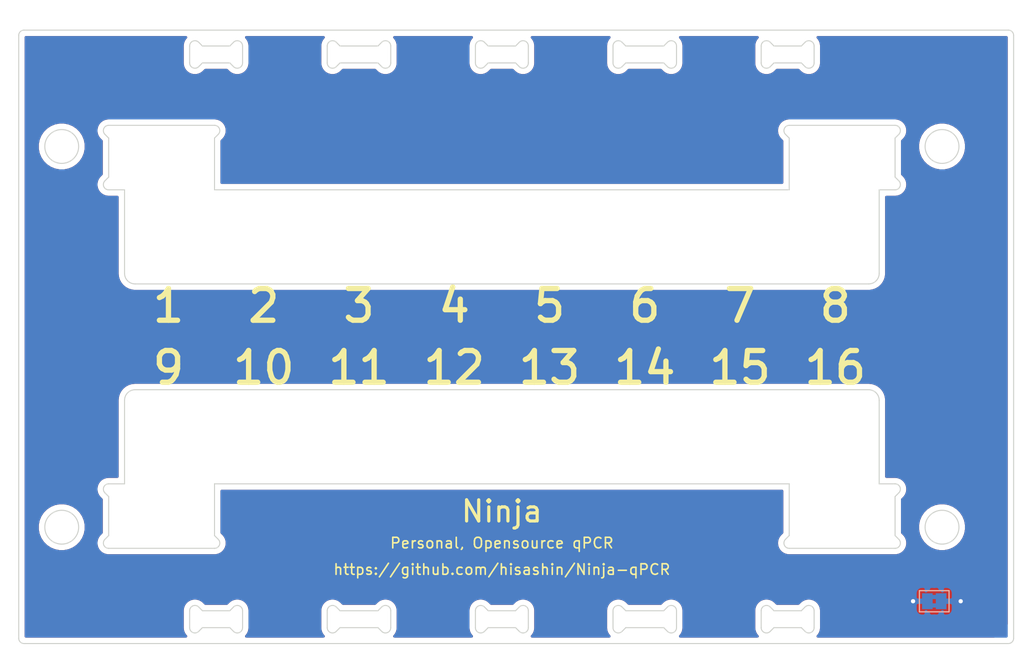
<source format=kicad_pcb>
(kicad_pcb (version 20171130) (host pcbnew "(5.1.6-0-10_14)")

  (general
    (thickness 1.6)
    (drawings 220)
    (tracks 4)
    (zones 0)
    (modules 2)
    (nets 2)
  )

  (page A4)
  (layers
    (0 F.Cu signal)
    (31 B.Cu signal)
    (32 B.Adhes user)
    (33 F.Adhes user)
    (34 B.Paste user)
    (35 F.Paste user)
    (36 B.SilkS user)
    (37 F.SilkS user)
    (38 B.Mask user)
    (39 F.Mask user)
    (40 Dwgs.User user)
    (41 Cmts.User user)
    (42 Eco1.User user)
    (43 Eco2.User user)
    (44 Edge.Cuts user)
    (45 Margin user)
    (46 B.CrtYd user)
    (47 F.CrtYd user)
    (48 B.Fab user)
    (49 F.Fab user)
  )

  (setup
    (last_trace_width 0.25)
    (trace_clearance 0.2)
    (zone_clearance 0.508)
    (zone_45_only no)
    (trace_min 0.2)
    (via_size 0.8)
    (via_drill 0.4)
    (via_min_size 0.4)
    (via_min_drill 0.3)
    (uvia_size 0.3)
    (uvia_drill 0.1)
    (uvias_allowed no)
    (uvia_min_size 0.2)
    (uvia_min_drill 0.1)
    (edge_width 0.1)
    (segment_width 0.2)
    (pcb_text_width 0.3)
    (pcb_text_size 1.5 1.5)
    (mod_edge_width 0.15)
    (mod_text_size 1 1)
    (mod_text_width 0.15)
    (pad_size 1.7 1.7)
    (pad_drill 1)
    (pad_to_mask_clearance 0)
    (aux_axis_origin 0 0)
    (grid_origin 0.5 0.5)
    (visible_elements FFFFFF7F)
    (pcbplotparams
      (layerselection 0x010fc_ffffffff)
      (usegerberextensions true)
      (usegerberattributes false)
      (usegerberadvancedattributes true)
      (creategerberjobfile false)
      (excludeedgelayer true)
      (linewidth 0.100000)
      (plotframeref false)
      (viasonmask false)
      (mode 1)
      (useauxorigin false)
      (hpglpennumber 1)
      (hpglpenspeed 20)
      (hpglpendiameter 15.000000)
      (psnegative false)
      (psa4output false)
      (plotreference true)
      (plotvalue true)
      (plotinvisibletext false)
      (padsonsilk false)
      (subtractmaskfromsilk false)
      (outputformat 1)
      (mirror false)
      (drillshape 0)
      (scaleselection 1)
      (outputdirectory ""))
  )

  (net 0 "")
  (net 1 GND)

  (net_class Default "This is the default net class."
    (clearance 0.2)
    (trace_width 0.25)
    (via_dia 0.8)
    (via_drill 0.4)
    (uvia_dia 0.3)
    (uvia_drill 0.1)
    (add_net GND)
  )

  (module Jumper:SolderJumper-2_P1.3mm_Bridged2Bar_Pad1.0x1.5mm (layer B.Cu) (tedit 5C756A82) (tstamp 60DA6E90)
    (at 206.5 124.5)
    (descr "SMD Solder Jumper, 1x1.5mm Pads, 0.3mm gap, bridged with 2 copper strips")
    (tags "solder jumper open")
    (path /60DA7283)
    (attr virtual)
    (fp_text reference JP1 (at 0 1.8) (layer B.SilkS) hide
      (effects (font (size 1 1) (thickness 0.15)) (justify mirror))
    )
    (fp_text value Jumper_2_Bridged (at 0 -1.9) (layer B.Fab) hide
      (effects (font (size 1 1) (thickness 0.15)) (justify mirror))
    )
    (fp_line (start -1.4 -1) (end -1.4 1) (layer B.SilkS) (width 0.12))
    (fp_line (start 1.4 -1) (end -1.4 -1) (layer B.SilkS) (width 0.12))
    (fp_line (start 1.4 1) (end 1.4 -1) (layer B.SilkS) (width 0.12))
    (fp_line (start -1.4 1) (end 1.4 1) (layer B.SilkS) (width 0.12))
    (fp_line (start -1.65 1.25) (end 1.65 1.25) (layer B.CrtYd) (width 0.05))
    (fp_line (start -1.65 1.25) (end -1.65 -1.25) (layer B.CrtYd) (width 0.05))
    (fp_line (start 1.65 -1.25) (end 1.65 1.25) (layer B.CrtYd) (width 0.05))
    (fp_line (start 1.65 -1.25) (end -1.65 -1.25) (layer B.CrtYd) (width 0.05))
    (fp_poly (pts (xy -0.25 -0.2) (xy 0.25 -0.2) (xy 0.25 -0.6) (xy -0.25 -0.6)) (layer B.Cu) (width 0))
    (fp_poly (pts (xy -0.25 0.6) (xy 0.25 0.6) (xy 0.25 0.2) (xy -0.25 0.2)) (layer B.Cu) (width 0))
    (pad 1 smd rect (at -0.65 0) (size 1 1.5) (layers B.Cu B.Mask)
      (net 1 GND))
    (pad 2 smd rect (at 0.65 0) (size 1 1.5) (layers B.Cu B.Mask)
      (net 1 GND))
  )

  (module Fiducials:Fiducial_0.5mm_Dia_1mm_Outer (layer F.Cu) (tedit 59FE02FD) (tstamp 60DA81C1)
    (at 212.5 127)
    (descr "Circular Fiducial, 0.5mm bare copper top; 1mm keepout (Level C)")
    (tags marker)
    (path /60DA829F)
    (attr virtual)
    (fp_text reference FID1 (at 0 -1.5) (layer F.SilkS) hide
      (effects (font (size 1 1) (thickness 0.15)))
    )
    (fp_text value Fiducial (at 0 1.5) (layer F.Fab) hide
      (effects (font (size 1 1) (thickness 0.15)))
    )
    (fp_text user %R (at 0 0) (layer F.Fab)
      (effects (font (size 0.2 0.2) (thickness 0.04)))
    )
    (fp_circle (center 0 0) (end 0.5 0) (layer F.Fab) (width 0.1))
    (fp_circle (center 0 0) (end 0.75 0) (layer F.CrtYd) (width 0.05))
    (pad ~ smd circle (at 0 0) (size 0.5 0.5) (layers F.Cu F.Mask)
      (solder_mask_margin 0.25) (clearance 0.25))
  )

  (gr_text 94x58mm (at 122 68.5) (layer Dwgs.User)
    (effects (font (size 1 1) (thickness 0.15)))
  )
  (gr_text https://github.com/hisashin/Ninja-qPCR (at 165.650074 121.5) (layer F.SilkS) (tstamp 60D54DBF)
    (effects (font (size 1 1) (thickness 0.15)))
  )
  (gr_text "Personal, Opensource qPCR" (at 165.650074 119) (layer F.SilkS) (tstamp 60D54DBD)
    (effects (font (size 1 1) (thickness 0.15)))
  )
  (gr_text Ninja (at 165.650074 116) (layer F.SilkS)
    (effects (font (size 2 2) (thickness 0.3)))
  )
  (gr_text 10 (at 143.150074 102.43) (layer F.SilkS) (tstamp 60D54D34)
    (effects (font (size 3 3) (thickness 0.5)))
  )
  (gr_text 16 (at 197.150074 102.43) (layer F.SilkS) (tstamp 60D54D33)
    (effects (font (size 3 3) (thickness 0.5)))
  )
  (gr_text 13 (at 170.150074 102.43) (layer F.SilkS) (tstamp 60D54D32)
    (effects (font (size 3 3) (thickness 0.5)))
  )
  (gr_text 15 (at 188.150074 102.43) (layer F.SilkS) (tstamp 60D54D31)
    (effects (font (size 3 3) (thickness 0.5)))
  )
  (gr_text 11 (at 152.150074 102.43) (layer F.SilkS) (tstamp 60D54D30)
    (effects (font (size 3 3) (thickness 0.5)))
  )
  (gr_text 12 (at 161.150074 102.43) (layer F.SilkS) (tstamp 60D54D2F)
    (effects (font (size 3 3) (thickness 0.5)))
  )
  (gr_text 14 (at 179.150074 102.43) (layer F.SilkS) (tstamp 60D54D2E)
    (effects (font (size 3 3) (thickness 0.5)))
  )
  (gr_text 9 (at 134.150074 102.43) (layer F.SilkS) (tstamp 60D54D2D)
    (effects (font (size 3 3) (thickness 0.5)))
  )
  (gr_text 8 (at 197.150074 96.57) (layer F.SilkS) (tstamp 60D54CA5)
    (effects (font (size 3 3) (thickness 0.5)))
  )
  (gr_text 7 (at 188.150074 96.57) (layer F.SilkS) (tstamp 60D54CA3)
    (effects (font (size 3 3) (thickness 0.5)))
  )
  (gr_text 6 (at 179.150074 96.57) (layer F.SilkS) (tstamp 60D54CA1)
    (effects (font (size 3 3) (thickness 0.5)))
  )
  (gr_text 5 (at 170.150074 96.57) (layer F.SilkS) (tstamp 60D54C9F)
    (effects (font (size 3 3) (thickness 0.5)))
  )
  (gr_text 4 (at 161.150074 96.57) (layer F.SilkS) (tstamp 60D54C9D)
    (effects (font (size 3 3) (thickness 0.5)))
  )
  (gr_text 3 (at 152.150074 96.57) (layer F.SilkS) (tstamp 60D54C9B)
    (effects (font (size 3 3) (thickness 0.5)))
  )
  (gr_text 2 (at 143.150074 96.57) (layer F.SilkS) (tstamp 60D54C98)
    (effects (font (size 3 3) (thickness 0.5)))
  )
  (gr_text 1 (at 134.150074 96.57) (layer F.SilkS)
    (effects (font (size 3 3) (thickness 0.5)))
  )
  (gr_circle (center 179.150074 90.000094) (end 180.750074 90.000094) (layer Dwgs.User) (width 0.1) (tstamp 60D54C41))
  (gr_circle (center 197.150074 90.000094) (end 198.750074 90.000094) (layer Dwgs.User) (width 0.1) (tstamp 60D54C40))
  (gr_circle (center 134.150074 90.000094) (end 135.750074 90.000094) (layer Dwgs.User) (width 0.1) (tstamp 60D54C3F))
  (gr_circle (center 161.150074 90.000094) (end 162.750074 90.000094) (layer Dwgs.User) (width 0.1) (tstamp 60D54C3E))
  (gr_circle (center 188.150074 90.000094) (end 189.750074 90.000094) (layer Dwgs.User) (width 0.1) (tstamp 60D54C3D))
  (gr_circle (center 143.150074 90.000094) (end 144.750074 90.000094) (layer Dwgs.User) (width 0.1) (tstamp 60D54C3C))
  (gr_circle (center 170.150074 90.000094) (end 171.750074 90.000094) (layer Dwgs.User) (width 0.1) (tstamp 60D54C3B))
  (gr_circle (center 152.150074 90.000094) (end 153.750074 90.000094) (layer Dwgs.User) (width 0.1) (tstamp 60D54C3A))
  (gr_circle (center 134.150074 108.999906) (end 135.750074 108.999906) (layer Dwgs.User) (width 0.1) (tstamp 60D54C27))
  (gr_circle (center 143.150074 108.999906) (end 144.750074 108.999906) (layer Dwgs.User) (width 0.1) (tstamp 60D54C25))
  (gr_circle (center 152.150074 108.999906) (end 153.750074 108.999906) (layer Dwgs.User) (width 0.1) (tstamp 60D54C23))
  (gr_circle (center 161.150074 108.999906) (end 162.750074 108.999906) (layer Dwgs.User) (width 0.1) (tstamp 60D54C21))
  (gr_circle (center 170.150074 108.999906) (end 171.750074 108.999906) (layer Dwgs.User) (width 0.1) (tstamp 60D54C1F))
  (gr_circle (center 179.150074 108.999906) (end 180.750074 108.999906) (layer Dwgs.User) (width 0.1) (tstamp 60D54C1D))
  (gr_circle (center 188.150074 108.999906) (end 189.750074 108.999906) (layer Dwgs.User) (width 0.1) (tstamp 60D54C1B))
  (gr_circle (center 197.150074 108.999906) (end 198.750074 108.999906) (layer Dwgs.User) (width 0.1) (tstamp 60D54C10))
  (gr_arc (start 213.5 128) (end 213.5 128.5) (angle -90) (layer Edge.Cuts) (width 0.1))
  (gr_arc (start 120.5 128) (end 120 128) (angle -90) (layer Edge.Cuts) (width 0.1))
  (gr_arc (start 120.5 71) (end 120.5 70.5) (angle -90) (layer Edge.Cuts) (width 0.1))
  (gr_arc (start 213.5 71) (end 214 71) (angle -90) (layer Edge.Cuts) (width 0.1))
  (gr_line (start 176.15 125.398483) (end 176.15 126.998483) (layer Edge.Cuts) (width 0.1) (tstamp 60D54A87))
  (gr_arc (start 176.65 125.398483) (end 176.15 125.398483) (angle 135) (layer Edge.Cuts) (width 0.1) (tstamp 60D54A86))
  (gr_line (start 177.357106 125.398483) (end 177.003553 125.044929) (layer Edge.Cuts) (width 0.1) (tstamp 60D54A85))
  (gr_line (start 180.942893 125.398483) (end 177.357106 125.398483) (layer Edge.Cuts) (width 0.1) (tstamp 60D54A84))
  (gr_line (start 181.296446 125.044929) (end 180.942893 125.398483) (layer Edge.Cuts) (width 0.1) (tstamp 60D54A83))
  (gr_arc (start 181.65 125.398483) (end 181.296446 125.044929) (angle 135) (layer Edge.Cuts) (width 0.1) (tstamp 60D54A82))
  (gr_line (start 182.15 126.998483) (end 182.15 125.398483) (layer Edge.Cuts) (width 0.1) (tstamp 60D54A81))
  (gr_arc (start 181.65 126.998483) (end 182.15 126.998483) (angle 135) (layer Edge.Cuts) (width 0.1) (tstamp 60D54A80))
  (gr_line (start 180.942893 126.998483) (end 181.296446 127.352036) (layer Edge.Cuts) (width 0.1) (tstamp 60D54A7F))
  (gr_line (start 177.357106 126.998483) (end 180.942893 126.998483) (layer Edge.Cuts) (width 0.1) (tstamp 60D54A7E))
  (gr_line (start 177.003553 127.352036) (end 177.357106 126.998483) (layer Edge.Cuts) (width 0.1) (tstamp 60D54A7D))
  (gr_arc (start 176.65 126.998483) (end 177.003553 127.352036) (angle 135) (layer Edge.Cuts) (width 0.1) (tstamp 60D54A7C))
  (gr_line (start 166.942893 126.998483) (end 164.357106 126.998483) (layer Edge.Cuts) (width 0.1) (tstamp 60D54A7B))
  (gr_line (start 167.296446 127.352036) (end 166.942893 126.998483) (layer Edge.Cuts) (width 0.1) (tstamp 60D54A7A))
  (gr_arc (start 167.65 126.998483) (end 168.15 126.998483) (angle 135) (layer Edge.Cuts) (width 0.1) (tstamp 60D54A79))
  (gr_line (start 168.15 125.398483) (end 168.15 126.998483) (layer Edge.Cuts) (width 0.1) (tstamp 60D54A78))
  (gr_arc (start 167.65 125.398483) (end 167.296446 125.044929) (angle 135) (layer Edge.Cuts) (width 0.1) (tstamp 60D54A77))
  (gr_line (start 166.942893 125.398483) (end 167.296446 125.044929) (layer Edge.Cuts) (width 0.1) (tstamp 60D54A76))
  (gr_line (start 164.357106 125.398483) (end 166.942893 125.398483) (layer Edge.Cuts) (width 0.1) (tstamp 60D54A75))
  (gr_line (start 164.003553 125.044929) (end 164.357106 125.398483) (layer Edge.Cuts) (width 0.1) (tstamp 60D54A74))
  (gr_arc (start 163.65 125.398483) (end 163.15 125.398483) (angle 135) (layer Edge.Cuts) (width 0.1) (tstamp 60D54A73))
  (gr_line (start 163.15 126.998483) (end 163.15 125.398483) (layer Edge.Cuts) (width 0.1) (tstamp 60D54A72))
  (gr_arc (start 163.65 126.998483) (end 164.003553 127.352036) (angle 135) (layer Edge.Cuts) (width 0.1) (tstamp 60D54A71))
  (gr_line (start 164.357106 126.998483) (end 164.003553 127.352036) (layer Edge.Cuts) (width 0.1) (tstamp 60D54A70))
  (gr_circle (center 124.064141 117.499167) (end 122.464141 117.499167) (layer Edge.Cuts) (width 0.1) (tstamp 60D54A6F))
  (gr_circle (center 207.236141 117.499167) (end 205.636141 117.499167) (layer Edge.Cuts) (width 0.1) (tstamp 60D54A6E))
  (gr_line (start 137.357106 125.398483) (end 139.942893 125.398483) (layer Edge.Cuts) (width 0.1) (tstamp 60D54A6D))
  (gr_line (start 137.003553 125.044929) (end 137.357106 125.398483) (layer Edge.Cuts) (width 0.1) (tstamp 60D54A6C))
  (gr_arc (start 136.65 125.398483) (end 136.15 125.398483) (angle 135) (layer Edge.Cuts) (width 0.1) (tstamp 60D54A6B))
  (gr_line (start 136.15 126.998483) (end 136.15 125.398483) (layer Edge.Cuts) (width 0.1) (tstamp 60D54A6A))
  (gr_arc (start 136.65 126.998483) (end 137.003553 127.352036) (angle 135) (layer Edge.Cuts) (width 0.1) (tstamp 60D54A69))
  (gr_line (start 137.357106 126.998483) (end 137.003553 127.352036) (layer Edge.Cuts) (width 0.1) (tstamp 60D54A68))
  (gr_line (start 139.942893 126.998483) (end 137.357106 126.998483) (layer Edge.Cuts) (width 0.1) (tstamp 60D54A67))
  (gr_line (start 140.296446 127.352036) (end 139.942893 126.998483) (layer Edge.Cuts) (width 0.1) (tstamp 60D54A66))
  (gr_arc (start 140.65 126.998483) (end 141.15 126.998483) (angle 135) (layer Edge.Cuts) (width 0.1) (tstamp 60D54A65))
  (gr_line (start 141.15 125.398483) (end 141.15 126.998483) (layer Edge.Cuts) (width 0.1) (tstamp 60D54A64))
  (gr_arc (start 140.65 125.398483) (end 140.296446 125.044929) (angle 135) (layer Edge.Cuts) (width 0.1) (tstamp 60D54A63))
  (gr_line (start 139.942893 125.398483) (end 140.296446 125.044929) (layer Edge.Cuts) (width 0.1) (tstamp 60D54A62))
  (gr_line (start 149.15 125.398483) (end 149.15 126.998483) (layer Edge.Cuts) (width 0.1) (tstamp 60D54A61))
  (gr_arc (start 149.65 125.398483) (end 149.15 125.398483) (angle 135) (layer Edge.Cuts) (width 0.1) (tstamp 60D54A60))
  (gr_line (start 150.357106 125.398483) (end 150.003553 125.044929) (layer Edge.Cuts) (width 0.1) (tstamp 60D54A5F))
  (gr_line (start 153.942893 125.398483) (end 150.357106 125.398483) (layer Edge.Cuts) (width 0.1) (tstamp 60D54A5E))
  (gr_line (start 154.296446 125.044929) (end 153.942893 125.398483) (layer Edge.Cuts) (width 0.1) (tstamp 60D54A5D))
  (gr_arc (start 154.65 125.398483) (end 154.296446 125.044929) (angle 135) (layer Edge.Cuts) (width 0.1) (tstamp 60D54A5C))
  (gr_line (start 155.15 126.998483) (end 155.15 125.398483) (layer Edge.Cuts) (width 0.1) (tstamp 60D54A5B))
  (gr_arc (start 154.65 126.998483) (end 155.15 126.998483) (angle 135) (layer Edge.Cuts) (width 0.1) (tstamp 60D54A5A))
  (gr_line (start 153.942893 126.998483) (end 154.296446 127.352036) (layer Edge.Cuts) (width 0.1) (tstamp 60D54A59))
  (gr_line (start 150.357106 126.998483) (end 153.942893 126.998483) (layer Edge.Cuts) (width 0.1) (tstamp 60D54A58))
  (gr_line (start 150.003553 127.352036) (end 150.357106 126.998483) (layer Edge.Cuts) (width 0.1) (tstamp 60D54A57))
  (gr_arc (start 149.65 126.998483) (end 150.003553 127.352036) (angle 135) (layer Edge.Cuts) (width 0.1) (tstamp 60D54A56))
  (gr_line (start 193.942893 126.998483) (end 191.357106 126.998483) (layer Edge.Cuts) (width 0.1) (tstamp 60D54A55))
  (gr_line (start 194.296446 127.352036) (end 193.942893 126.998483) (layer Edge.Cuts) (width 0.1) (tstamp 60D54A54))
  (gr_arc (start 194.65 126.998483) (end 195.15 126.998483) (angle 135) (layer Edge.Cuts) (width 0.1) (tstamp 60D54A53))
  (gr_line (start 195.15 125.398483) (end 195.15 126.998483) (layer Edge.Cuts) (width 0.1) (tstamp 60D54A52))
  (gr_arc (start 194.65 125.398483) (end 194.296446 125.044929) (angle 135) (layer Edge.Cuts) (width 0.1) (tstamp 60D54A51))
  (gr_line (start 193.942893 125.398483) (end 194.296446 125.044929) (layer Edge.Cuts) (width 0.1) (tstamp 60D54A50))
  (gr_line (start 191.357106 125.398483) (end 193.942893 125.398483) (layer Edge.Cuts) (width 0.1) (tstamp 60D54A4F))
  (gr_line (start 191.003553 125.044929) (end 191.357106 125.398483) (layer Edge.Cuts) (width 0.1) (tstamp 60D54A4E))
  (gr_arc (start 190.65 125.398483) (end 190.15 125.398483) (angle 135) (layer Edge.Cuts) (width 0.1) (tstamp 60D54A4D))
  (gr_line (start 190.15 126.998483) (end 190.15 125.398483) (layer Edge.Cuts) (width 0.1) (tstamp 60D54A4C))
  (gr_arc (start 190.65 126.998483) (end 191.003553 127.352036) (angle 135) (layer Edge.Cuts) (width 0.1) (tstamp 60D54A4B))
  (gr_line (start 191.357106 126.998483) (end 191.003553 127.352036) (layer Edge.Cuts) (width 0.1) (tstamp 60D54A4A))
  (gr_line (start 192.446053 118.644929) (end 192.799606 118.291376) (layer Edge.Cuts) (width 0.1) (tstamp 60D54A49))
  (gr_arc (start 192.799606 118.998483) (end 192.799606 119.498483) (angle 135) (layer Edge.Cuts) (width 0.1) (tstamp 60D54A48))
  (gr_line (start 202.8 119.498483) (end 192.799606 119.498483) (layer Edge.Cuts) (width 0.1) (tstamp 60D54A47))
  (gr_arc (start 202.8 118.998483) (end 203.153553 118.644929) (angle 135) (layer Edge.Cuts) (width 0.1) (tstamp 60D54A46))
  (gr_line (start 202.8 118.291376) (end 203.153553 118.644929) (layer Edge.Cuts) (width 0.1) (tstamp 60D54A45))
  (gr_line (start 202.8 114.605589) (end 202.8 118.291376) (layer Edge.Cuts) (width 0.1) (tstamp 60D54A44))
  (gr_line (start 203.153553 114.252036) (end 202.8 114.605589) (layer Edge.Cuts) (width 0.1) (tstamp 60D54A43))
  (gr_line (start 192.799606 113.398483) (end 138.499606 113.398483) (layer Edge.Cuts) (width 0.1) (tstamp 60D54A42))
  (gr_line (start 192.799606 118.291376) (end 192.799606 113.398483) (layer Edge.Cuts) (width 0.1) (tstamp 60D54A41))
  (gr_arc (start 200.3 105.501319) (end 200.3 104.501319) (angle 90) (layer Edge.Cuts) (width 0.1) (tstamp 60D54A40))
  (gr_line (start 131 104.501319) (end 200.3 104.501319) (layer Edge.Cuts) (width 0.1) (tstamp 60D54A3F))
  (gr_arc (start 131 105.501319) (end 130 105.501319) (angle 90) (layer Edge.Cuts) (width 0.1) (tstamp 60D54A3E))
  (gr_line (start 130 113.398483) (end 130 105.501319) (layer Edge.Cuts) (width 0.1) (tstamp 60D54A3D))
  (gr_line (start 128.5 113.398483) (end 130 113.398483) (layer Edge.Cuts) (width 0.1) (tstamp 60D54A3A))
  (gr_arc (start 128.5 113.898483) (end 128.146446 114.252036) (angle 135) (layer Edge.Cuts) (width 0.1) (tstamp 60D54A39))
  (gr_line (start 128.5 114.605589) (end 128.146446 114.252036) (layer Edge.Cuts) (width 0.1) (tstamp 60D54A38))
  (gr_line (start 128.5 118.291376) (end 128.5 114.605589) (layer Edge.Cuts) (width 0.1) (tstamp 60D54A37))
  (gr_line (start 128.146446 118.644929) (end 128.5 118.291376) (layer Edge.Cuts) (width 0.1) (tstamp 60D54A36))
  (gr_arc (start 128.5 118.998483) (end 128.5 119.498483) (angle 135) (layer Edge.Cuts) (width 0.1) (tstamp 60D54A35))
  (gr_line (start 138.499606 119.498483) (end 128.5 119.498483) (layer Edge.Cuts) (width 0.1) (tstamp 60D54A34))
  (gr_arc (start 138.499606 118.998483) (end 138.853159 118.644929) (angle 134.9999941) (layer Edge.Cuts) (width 0.1) (tstamp 60D54A33))
  (gr_line (start 138.499606 118.291376) (end 138.853159 118.644929) (layer Edge.Cuts) (width 0.1) (tstamp 60D54A32))
  (gr_line (start 138.499606 113.398483) (end 138.499606 118.291376) (layer Edge.Cuts) (width 0.1) (tstamp 60D54A31))
  (gr_line (start 120.5 128.5) (end 213.5 128.5) (layer Edge.Cuts) (width 0.1) (tstamp 60D54A2F))
  (gr_arc (start 202.8 113.898483) (end 202.8 113.398483) (angle 135) (layer Edge.Cuts) (width 0.1) (tstamp 60D54A2E))
  (gr_line (start 201.3 113.398483) (end 202.8 113.398483) (layer Edge.Cuts) (width 0.1) (tstamp 60D54A2D))
  (gr_line (start 201.3 105.501319) (end 201.3 113.398483) (layer Edge.Cuts) (width 0.1) (tstamp 60D54A2C))
  (gr_line (start 176.15 73.601517) (end 176.15 72.001517) (layer Edge.Cuts) (width 0.1))
  (gr_arc (start 176.65 73.601517) (end 176.15 73.601517) (angle -135) (layer Edge.Cuts) (width 0.1))
  (gr_line (start 177.357106 73.601517) (end 177.003553 73.955071) (layer Edge.Cuts) (width 0.1))
  (gr_line (start 180.942893 73.601517) (end 177.357106 73.601517) (layer Edge.Cuts) (width 0.1))
  (gr_line (start 181.296446 73.955071) (end 180.942893 73.601517) (layer Edge.Cuts) (width 0.1))
  (gr_arc (start 181.65 73.601517) (end 181.296446 73.955071) (angle -135) (layer Edge.Cuts) (width 0.1))
  (gr_line (start 182.15 72.001517) (end 182.15 73.601517) (layer Edge.Cuts) (width 0.1))
  (gr_arc (start 181.65 72.001517) (end 182.15 72.001517) (angle -135) (layer Edge.Cuts) (width 0.1))
  (gr_line (start 180.942893 72.001517) (end 181.296446 71.647964) (layer Edge.Cuts) (width 0.1))
  (gr_line (start 177.357106 72.001517) (end 180.942893 72.001517) (layer Edge.Cuts) (width 0.1))
  (gr_line (start 177.003553 71.647964) (end 177.357106 72.001517) (layer Edge.Cuts) (width 0.1))
  (gr_arc (start 176.65 72.001517) (end 177.003553 71.647964) (angle -135) (layer Edge.Cuts) (width 0.1))
  (gr_line (start 166.942893 72.001517) (end 164.357106 72.001517) (layer Edge.Cuts) (width 0.1))
  (gr_line (start 167.296446 71.647964) (end 166.942893 72.001517) (layer Edge.Cuts) (width 0.1))
  (gr_arc (start 167.65 72.001517) (end 168.15 72.001517) (angle -135) (layer Edge.Cuts) (width 0.1))
  (gr_line (start 168.15 73.601517) (end 168.15 72.001517) (layer Edge.Cuts) (width 0.1))
  (gr_arc (start 167.65 73.601517) (end 167.296446 73.955071) (angle -135) (layer Edge.Cuts) (width 0.1))
  (gr_line (start 166.942893 73.601517) (end 167.296446 73.955071) (layer Edge.Cuts) (width 0.1))
  (gr_line (start 164.357106 73.601517) (end 166.942893 73.601517) (layer Edge.Cuts) (width 0.1))
  (gr_line (start 164.003553 73.955071) (end 164.357106 73.601517) (layer Edge.Cuts) (width 0.1))
  (gr_arc (start 163.65 73.601517) (end 163.15 73.601517) (angle -135) (layer Edge.Cuts) (width 0.1))
  (gr_line (start 163.15 72.001517) (end 163.15 73.601517) (layer Edge.Cuts) (width 0.1))
  (gr_arc (start 163.65 72.001517) (end 164.003553 71.647964) (angle -135) (layer Edge.Cuts) (width 0.1))
  (gr_line (start 164.357106 72.001517) (end 164.003553 71.647964) (layer Edge.Cuts) (width 0.1))
  (gr_circle (center 124.064141 81.500833) (end 122.464141 81.500833) (layer Edge.Cuts) (width 0.1))
  (gr_circle (center 207.236141 81.500833) (end 205.636141 81.500833) (layer Edge.Cuts) (width 0.1))
  (gr_line (start 137.357106 73.601517) (end 139.942893 73.601517) (layer Edge.Cuts) (width 0.1))
  (gr_line (start 137.003553 73.955071) (end 137.357106 73.601517) (layer Edge.Cuts) (width 0.1))
  (gr_arc (start 136.65 73.601517) (end 136.15 73.601517) (angle -135) (layer Edge.Cuts) (width 0.1))
  (gr_line (start 136.15 72.001517) (end 136.15 73.601517) (layer Edge.Cuts) (width 0.1))
  (gr_arc (start 136.65 72.001517) (end 137.003553 71.647964) (angle -135) (layer Edge.Cuts) (width 0.1))
  (gr_line (start 137.357106 72.001517) (end 137.003553 71.647964) (layer Edge.Cuts) (width 0.1))
  (gr_line (start 139.942893 72.001517) (end 137.357106 72.001517) (layer Edge.Cuts) (width 0.1))
  (gr_line (start 140.296446 71.647964) (end 139.942893 72.001517) (layer Edge.Cuts) (width 0.1))
  (gr_arc (start 140.65 72.001517) (end 141.15 72.001517) (angle -135) (layer Edge.Cuts) (width 0.1))
  (gr_line (start 141.15 73.601517) (end 141.15 72.001517) (layer Edge.Cuts) (width 0.1))
  (gr_arc (start 140.65 73.601517) (end 140.296446 73.955071) (angle -135) (layer Edge.Cuts) (width 0.1))
  (gr_line (start 139.942893 73.601517) (end 140.296446 73.955071) (layer Edge.Cuts) (width 0.1))
  (gr_line (start 149.15 73.601517) (end 149.15 72.001517) (layer Edge.Cuts) (width 0.1))
  (gr_arc (start 149.65 73.601517) (end 149.15 73.601517) (angle -135) (layer Edge.Cuts) (width 0.1))
  (gr_line (start 150.357106 73.601517) (end 150.003553 73.955071) (layer Edge.Cuts) (width 0.1))
  (gr_line (start 153.942893 73.601517) (end 150.357106 73.601517) (layer Edge.Cuts) (width 0.1))
  (gr_line (start 154.296446 73.955071) (end 153.942893 73.601517) (layer Edge.Cuts) (width 0.1))
  (gr_arc (start 154.65 73.601517) (end 154.296446 73.955071) (angle -135) (layer Edge.Cuts) (width 0.1))
  (gr_line (start 155.15 72.001517) (end 155.15 73.601517) (layer Edge.Cuts) (width 0.1))
  (gr_arc (start 154.65 72.001517) (end 155.15 72.001517) (angle -135) (layer Edge.Cuts) (width 0.1))
  (gr_line (start 153.942893 72.001517) (end 154.296446 71.647964) (layer Edge.Cuts) (width 0.1))
  (gr_line (start 150.357106 72.001517) (end 153.942893 72.001517) (layer Edge.Cuts) (width 0.1))
  (gr_line (start 150.003553 71.647964) (end 150.357106 72.001517) (layer Edge.Cuts) (width 0.1))
  (gr_arc (start 149.65 72.001517) (end 150.003553 71.647964) (angle -135) (layer Edge.Cuts) (width 0.1))
  (gr_line (start 193.942893 72.001517) (end 191.357106 72.001517) (layer Edge.Cuts) (width 0.1))
  (gr_line (start 194.296446 71.647964) (end 193.942893 72.001517) (layer Edge.Cuts) (width 0.1))
  (gr_arc (start 194.65 72.001517) (end 195.15 72.001517) (angle -135) (layer Edge.Cuts) (width 0.1))
  (gr_line (start 195.15 73.601517) (end 195.15 72.001517) (layer Edge.Cuts) (width 0.1))
  (gr_arc (start 194.65 73.601517) (end 194.296446 73.955071) (angle -135) (layer Edge.Cuts) (width 0.1))
  (gr_line (start 193.942893 73.601517) (end 194.296446 73.955071) (layer Edge.Cuts) (width 0.1))
  (gr_line (start 191.357106 73.601517) (end 193.942893 73.601517) (layer Edge.Cuts) (width 0.1))
  (gr_line (start 191.003553 73.955071) (end 191.357106 73.601517) (layer Edge.Cuts) (width 0.1))
  (gr_arc (start 190.65 73.601517) (end 190.15 73.601517) (angle -135) (layer Edge.Cuts) (width 0.1))
  (gr_line (start 190.15 72.001517) (end 190.15 73.601517) (layer Edge.Cuts) (width 0.1))
  (gr_arc (start 190.65 72.001517) (end 191.003553 71.647964) (angle -135) (layer Edge.Cuts) (width 0.1))
  (gr_line (start 191.357106 72.001517) (end 191.003553 71.647964) (layer Edge.Cuts) (width 0.1))
  (gr_line (start 192.446053 80.355071) (end 192.799606 80.708624) (layer Edge.Cuts) (width 0.1))
  (gr_arc (start 192.799606 80.001517) (end 192.799606 79.501517) (angle -135) (layer Edge.Cuts) (width 0.1))
  (gr_line (start 202.8 79.501517) (end 192.799606 79.501517) (layer Edge.Cuts) (width 0.1))
  (gr_arc (start 202.8 80.001517) (end 203.153553 80.355071) (angle -135) (layer Edge.Cuts) (width 0.1))
  (gr_line (start 202.8 80.708624) (end 203.153553 80.355071) (layer Edge.Cuts) (width 0.1))
  (gr_line (start 202.8 84.394411) (end 202.8 80.708624) (layer Edge.Cuts) (width 0.1))
  (gr_line (start 203.153553 84.747964) (end 202.8 84.394411) (layer Edge.Cuts) (width 0.1))
  (gr_line (start 192.799606 85.601517) (end 138.499606 85.601517) (layer Edge.Cuts) (width 0.1))
  (gr_line (start 192.799606 80.708624) (end 192.799606 85.601517) (layer Edge.Cuts) (width 0.1))
  (gr_arc (start 200.3 93.498681) (end 200.3 94.498681) (angle -90) (layer Edge.Cuts) (width 0.1))
  (gr_line (start 131 94.498681) (end 200.3 94.498681) (layer Edge.Cuts) (width 0.1))
  (gr_arc (start 131 93.498681) (end 130 93.498681) (angle -90) (layer Edge.Cuts) (width 0.1))
  (gr_line (start 130 85.601517) (end 130 93.498681) (layer Edge.Cuts) (width 0.1))
  (gr_line (start 120 128) (end 120 71) (layer Edge.Cuts) (width 0.1))
  (gr_line (start 128.5 85.601517) (end 130 85.601517) (layer Edge.Cuts) (width 0.1))
  (gr_arc (start 128.5 85.101517) (end 128.146446 84.747964) (angle -135) (layer Edge.Cuts) (width 0.1))
  (gr_line (start 128.5 84.394411) (end 128.146446 84.747964) (layer Edge.Cuts) (width 0.1))
  (gr_line (start 128.5 80.708624) (end 128.5 84.394411) (layer Edge.Cuts) (width 0.1))
  (gr_line (start 128.146446 80.355071) (end 128.5 80.708624) (layer Edge.Cuts) (width 0.1))
  (gr_arc (start 128.5 80.001517) (end 128.5 79.501517) (angle -135) (layer Edge.Cuts) (width 0.1))
  (gr_line (start 138.499606 79.501517) (end 128.5 79.501517) (layer Edge.Cuts) (width 0.1))
  (gr_arc (start 138.499606 80.001517) (end 138.853159 80.355071) (angle -134.9999941) (layer Edge.Cuts) (width 0.1))
  (gr_line (start 138.499606 80.708624) (end 138.853159 80.355071) (layer Edge.Cuts) (width 0.1))
  (gr_line (start 138.499606 85.601517) (end 138.499606 80.708624) (layer Edge.Cuts) (width 0.1))
  (gr_line (start 214 71) (end 214 128) (layer Edge.Cuts) (width 0.1))
  (gr_line (start 120.5 70.5) (end 213.5 70.5) (layer Edge.Cuts) (width 0.1))
  (gr_arc (start 202.8 85.101517) (end 202.8 85.601517) (angle -135) (layer Edge.Cuts) (width 0.1))
  (gr_line (start 201.3 85.601517) (end 202.8 85.601517) (layer Edge.Cuts) (width 0.1))
  (gr_line (start 201.3 93.498681) (end 201.3 85.601517) (layer Edge.Cuts) (width 0.1))

  (via (at 209 124.5) (size 0.8) (drill 0.4) (layers F.Cu B.Cu) (net 1))
  (via (at 204.5 124.5) (size 0.8) (drill 0.4) (layers F.Cu B.Cu) (net 1))
  (segment (start 205.85 124.5) (end 204.5 124.5) (width 0.25) (layer B.Cu) (net 1) (status 10))
  (segment (start 207.15 124.5) (end 209 124.5) (width 0.25) (layer B.Cu) (net 1) (status 10))

  (zone (net 1) (net_name GND) (layer F.Cu) (tstamp 60DA7DAE) (hatch edge 0.508)
    (connect_pads (clearance 0.508))
    (min_thickness 0.254)
    (fill yes (arc_segments 32) (thermal_gap 0.508) (thermal_bridge_width 0.508))
    (polygon
      (pts
        (xy 214.5 129.5) (xy 119.5 129.5) (xy 119.5 70) (xy 214.5 70)
      )
    )
    (filled_polygon
      (pts
        (xy 135.770474 71.208892) (xy 135.764378 71.216261) (xy 135.702703 71.291882) (xy 135.668335 71.343611) (xy 135.63327 71.394822)
        (xy 135.628724 71.40323) (xy 135.628721 71.403234) (xy 135.628721 71.403235) (xy 135.582909 71.489394) (xy 135.55925 71.546794)
        (xy 135.534793 71.603856) (xy 135.531965 71.612992) (xy 135.50376 71.70641) (xy 135.491699 71.767322) (xy 135.478792 71.828046)
        (xy 135.477792 71.837558) (xy 135.468473 71.932607) (xy 135.465 71.967871) (xy 135.465001 73.635164) (xy 135.468085 73.666471)
        (xy 135.468068 73.671218) (xy 135.469035 73.680733) (xy 135.473901 73.725525) (xy 135.474913 73.7358) (xy 135.475075 73.736335)
        (xy 135.479574 73.777746) (xy 135.492268 73.838509) (xy 135.504116 73.899461) (xy 135.506912 73.908607) (xy 135.536093 74.001724)
        (xy 135.56035 74.058868) (xy 135.58381 74.116356) (xy 135.588329 74.124786) (xy 135.635042 74.210462) (xy 135.669931 74.261799)
        (xy 135.704114 74.313641) (xy 135.710185 74.321032) (xy 135.772649 74.396004) (xy 135.81684 74.439582) (xy 135.860452 74.483807)
        (xy 135.867843 74.489878) (xy 135.943679 74.551288) (xy 135.995535 74.58548) (xy 136.046853 74.620356) (xy 136.055282 74.624876)
        (xy 136.055287 74.624878) (xy 136.055289 74.62488) (xy 136.055292 74.624881) (xy 136.141602 74.670388) (xy 136.199097 74.693852)
        (xy 136.256239 74.718107) (xy 136.265386 74.720904) (xy 136.358902 74.748782) (xy 136.419875 74.760633) (xy 136.480619 74.773323)
        (xy 136.490134 74.77429) (xy 136.587283 74.783473) (xy 136.649384 74.783256) (xy 136.711444 74.783906) (xy 136.720966 74.783007)
        (xy 136.81805 74.773146) (xy 136.87892 74.760872) (xy 136.939937 74.749453) (xy 136.949102 74.746721) (xy 137.042421 74.718191)
        (xy 137.099758 74.694324) (xy 137.157382 74.671276) (xy 137.165842 74.666816) (xy 137.251844 74.620703) (xy 137.303462 74.586147)
        (xy 137.355508 74.552348) (xy 137.362941 74.546329) (xy 137.438346 74.48439) (xy 137.438348 74.484388) (xy 137.464129 74.46323)
        (xy 137.640842 74.286517) (xy 139.659157 74.286517) (xy 139.83587 74.46323) (xy 139.860187 74.483187) (xy 139.863532 74.486555)
        (xy 139.870943 74.4926) (xy 139.906128 74.52089) (xy 139.914039 74.527382) (xy 139.914528 74.527643) (xy 139.946993 74.553746)
        (xy 139.998935 74.587736) (xy 140.050413 74.622458) (xy 140.058858 74.626948) (xy 140.145336 74.672158) (xy 140.202894 74.695413)
        (xy 140.260135 74.719475) (xy 140.269291 74.72224) (xy 140.362904 74.749792) (xy 140.423903 74.761428) (xy 140.484709 74.773909)
        (xy 140.494227 74.774843) (xy 140.59141 74.783687) (xy 140.653492 74.783253) (xy 140.715573 74.783687) (xy 140.725092 74.782754)
        (xy 140.82214 74.772554) (xy 140.883004 74.76006) (xy 140.943949 74.748434) (xy 140.953097 74.745672) (xy 140.953099 74.745672)
        (xy 140.953101 74.745671) (xy 140.953105 74.74567) (xy 141.046323 74.716813) (xy 141.103543 74.692759) (xy 141.16111 74.669501)
        (xy 141.169555 74.665011) (xy 141.255394 74.618599) (xy 141.306861 74.583885) (xy 141.358822 74.549882) (xy 141.366233 74.543838)
        (xy 141.441422 74.481636) (xy 141.485174 74.437578) (xy 141.529529 74.394141) (xy 141.535626 74.386772) (xy 141.597301 74.31115)
        (xy 141.631679 74.259406) (xy 141.666728 74.208219) (xy 141.671277 74.199806) (xy 141.717091 74.113646) (xy 141.740758 74.056225)
        (xy 141.765209 73.999177) (xy 141.768038 73.990041) (xy 141.796243 73.896622) (xy 141.808313 73.835663) (xy 141.82121 73.774987)
        (xy 141.82221 73.765475) (xy 141.831732 73.668358) (xy 141.831732 73.668344) (xy 141.835 73.635164) (xy 141.835 71.96787)
        (xy 141.831915 71.936553) (xy 141.831932 71.931816) (xy 141.830965 71.922301) (xy 141.82611 71.877612) (xy 141.825088 71.867234)
        (xy 141.824924 71.866693) (xy 141.820426 71.825289) (xy 141.807733 71.764533) (xy 141.795884 71.703573) (xy 141.793088 71.694426)
        (xy 141.763907 71.60131) (xy 141.739641 71.544142) (xy 141.71619 71.486678) (xy 141.711671 71.478249) (xy 141.664959 71.392572)
        (xy 141.630052 71.341208) (xy 141.595886 71.289393) (xy 141.589816 71.282002) (xy 141.527351 71.20703) (xy 141.505011 71.185)
        (xy 148.794872 71.185) (xy 148.770474 71.208892) (xy 148.764378 71.216261) (xy 148.702703 71.291882) (xy 148.668335 71.343611)
        (xy 148.63327 71.394822) (xy 148.628724 71.40323) (xy 148.628721 71.403234) (xy 148.628721 71.403235) (xy 148.582909 71.489394)
        (xy 148.55925 71.546794) (xy 148.534793 71.603856) (xy 148.531965 71.612992) (xy 148.50376 71.70641) (xy 148.491699 71.767322)
        (xy 148.478792 71.828046) (xy 148.477792 71.837558) (xy 148.46827 71.934676) (xy 148.465001 71.96787) (xy 148.465 73.635163)
        (xy 148.468085 73.66648) (xy 148.468068 73.671218) (xy 148.469035 73.680733) (xy 148.473891 73.725436) (xy 148.474912 73.735799)
        (xy 148.475076 73.736339) (xy 148.479574 73.777746) (xy 148.492268 73.838509) (xy 148.504116 73.899461) (xy 148.506912 73.908607)
        (xy 148.536093 74.001724) (xy 148.56035 74.058868) (xy 148.58381 74.116356) (xy 148.588329 74.124786) (xy 148.635042 74.210462)
        (xy 148.669931 74.261799) (xy 148.704114 74.313641) (xy 148.710185 74.321032) (xy 148.772649 74.396004) (xy 148.81684 74.439582)
        (xy 148.860452 74.483807) (xy 148.867843 74.489878) (xy 148.943679 74.551288) (xy 148.995535 74.58548) (xy 149.046853 74.620356)
        (xy 149.055282 74.624876) (xy 149.055287 74.624878) (xy 149.055289 74.62488) (xy 149.055292 74.624881) (xy 149.141602 74.670388)
        (xy 149.199097 74.693852) (xy 149.256239 74.718107) (xy 149.265386 74.720904) (xy 149.358902 74.748782) (xy 149.419875 74.760633)
        (xy 149.480619 74.773323) (xy 149.490134 74.77429) (xy 149.587283 74.783473) (xy 149.649384 74.783256) (xy 149.711444 74.783906)
        (xy 149.720966 74.783007) (xy 149.81805 74.773146) (xy 149.87892 74.760872) (xy 149.939937 74.749453) (xy 149.949102 74.746721)
        (xy 150.042421 74.718191) (xy 150.099758 74.694324) (xy 150.157382 74.671276) (xy 150.165842 74.666816) (xy 150.251844 74.620703)
        (xy 150.303462 74.586147) (xy 150.355508 74.552348) (xy 150.362941 74.546329) (xy 150.438346 74.48439) (xy 150.438348 74.484388)
        (xy 150.464129 74.46323) (xy 150.640842 74.286517) (xy 153.659157 74.286517) (xy 153.83587 74.46323) (xy 153.860187 74.483187)
        (xy 153.863532 74.486555) (xy 153.870943 74.4926) (xy 153.906128 74.52089) (xy 153.914039 74.527382) (xy 153.914528 74.527643)
        (xy 153.946993 74.553746) (xy 153.998935 74.587736) (xy 154.050413 74.622458) (xy 154.058858 74.626948) (xy 154.145336 74.672158)
        (xy 154.202894 74.695413) (xy 154.260135 74.719475) (xy 154.269291 74.72224) (xy 154.362904 74.749792) (xy 154.423903 74.761428)
        (xy 154.484709 74.773909) (xy 154.494227 74.774843) (xy 154.59141 74.783687) (xy 154.653492 74.783253) (xy 154.715573 74.783687)
        (xy 154.725092 74.782754) (xy 154.82214 74.772554) (xy 154.883004 74.76006) (xy 154.943949 74.748434) (xy 154.953097 74.745672)
        (xy 154.953099 74.745672) (xy 154.953101 74.745671) (xy 154.953105 74.74567) (xy 155.046323 74.716813) (xy 155.103543 74.692759)
        (xy 155.16111 74.669501) (xy 155.169555 74.665011) (xy 155.255394 74.618599) (xy 155.306861 74.583885) (xy 155.358822 74.549882)
        (xy 155.366233 74.543838) (xy 155.441422 74.481636) (xy 155.485174 74.437578) (xy 155.529529 74.394141) (xy 155.535626 74.386772)
        (xy 155.597301 74.31115) (xy 155.631679 74.259406) (xy 155.666728 74.208219) (xy 155.671277 74.199806) (xy 155.717091 74.113646)
        (xy 155.740758 74.056225) (xy 155.765209 73.999177) (xy 155.768038 73.990041) (xy 155.796243 73.896622) (xy 155.808313 73.835663)
        (xy 155.82121 73.774987) (xy 155.82221 73.765475) (xy 155.831732 73.668358) (xy 155.831732 73.668344) (xy 155.835 73.635164)
        (xy 155.835 71.96787) (xy 155.831915 71.936553) (xy 155.831932 71.931816) (xy 155.830965 71.922301) (xy 155.82611 71.877612)
        (xy 155.825088 71.867234) (xy 155.824924 71.866693) (xy 155.820426 71.825289) (xy 155.807733 71.764533) (xy 155.795884 71.703573)
        (xy 155.793088 71.694426) (xy 155.763907 71.60131) (xy 155.739641 71.544142) (xy 155.71619 71.486678) (xy 155.711671 71.478249)
        (xy 155.664959 71.392572) (xy 155.630052 71.341208) (xy 155.595886 71.289393) (xy 155.589816 71.282002) (xy 155.527351 71.20703)
        (xy 155.505011 71.185) (xy 162.794872 71.185) (xy 162.770474 71.208892) (xy 162.764378 71.216261) (xy 162.702703 71.291882)
        (xy 162.668335 71.343611) (xy 162.63327 71.394822) (xy 162.628724 71.40323) (xy 162.628721 71.403234) (xy 162.628721 71.403235)
        (xy 162.582909 71.489394) (xy 162.55925 71.546794) (xy 162.534793 71.603856) (xy 162.531965 71.612992) (xy 162.50376 71.70641)
        (xy 162.491699 71.767322) (xy 162.478792 71.828046) (xy 162.477792 71.837558) (xy 162.468473 71.932607) (xy 162.465 71.967871)
        (xy 162.465001 73.635164) (xy 162.468085 73.666471) (xy 162.468068 73.671218) (xy 162.469035 73.680733) (xy 162.473901 73.725525)
        (xy 162.474913 73.7358) (xy 162.475075 73.736335) (xy 162.479574 73.777746) (xy 162.492268 73.838509) (xy 162.504116 73.899461)
        (xy 162.506912 73.908607) (xy 162.536093 74.001724) (xy 162.56035 74.058868) (xy 162.58381 74.116356) (xy 162.588329 74.124786)
        (xy 162.635042 74.210462) (xy 162.669931 74.261799) (xy 162.704114 74.313641) (xy 162.710185 74.321032) (xy 162.772649 74.396004)
        (xy 162.81684 74.439582) (xy 162.860452 74.483807) (xy 162.867843 74.489878) (xy 162.943679 74.551288) (xy 162.995535 74.58548)
        (xy 163.046853 74.620356) (xy 163.055282 74.624876) (xy 163.055287 74.624878) (xy 163.055289 74.62488) (xy 163.055292 74.624881)
        (xy 163.141602 74.670388) (xy 163.199097 74.693852) (xy 163.256239 74.718107) (xy 163.265386 74.720904) (xy 163.358902 74.748782)
        (xy 163.419875 74.760633) (xy 163.480619 74.773323) (xy 163.490134 74.77429) (xy 163.587283 74.783473) (xy 163.649384 74.783256)
        (xy 163.711444 74.783906) (xy 163.720966 74.783007) (xy 163.81805 74.773146) (xy 163.87892 74.760872) (xy 163.939937 74.749453)
        (xy 163.949102 74.746721) (xy 164.042421 74.718191) (xy 164.099758 74.694324) (xy 164.157382 74.671276) (xy 164.165842 74.666816)
        (xy 164.251844 74.620703) (xy 164.303462 74.586147) (xy 164.355508 74.552348) (xy 164.362941 74.546329) (xy 164.438346 74.48439)
        (xy 164.438348 74.484388) (xy 164.464129 74.46323) (xy 164.640842 74.286517) (xy 166.659157 74.286517) (xy 166.83587 74.46323)
        (xy 166.860187 74.483187) (xy 166.863532 74.486555) (xy 166.870943 74.4926) (xy 166.906128 74.52089) (xy 166.914039 74.527382)
        (xy 166.914528 74.527643) (xy 166.946993 74.553746) (xy 166.998935 74.587736) (xy 167.050413 74.622458) (xy 167.058858 74.626948)
        (xy 167.145336 74.672158) (xy 167.202894 74.695413) (xy 167.260135 74.719475) (xy 167.269291 74.72224) (xy 167.362904 74.749792)
        (xy 167.423903 74.761428) (xy 167.484709 74.773909) (xy 167.494227 74.774843) (xy 167.59141 74.783687) (xy 167.653492 74.783253)
        (xy 167.715573 74.783687) (xy 167.725092 74.782754) (xy 167.82214 74.772554) (xy 167.883004 74.76006) (xy 167.943949 74.748434)
        (xy 167.953097 74.745672) (xy 167.953099 74.745672) (xy 167.953101 74.745671) (xy 167.953105 74.74567) (xy 168.046323 74.716813)
        (xy 168.103543 74.692759) (xy 168.16111 74.669501) (xy 168.169555 74.665011) (xy 168.255394 74.618599) (xy 168.306861 74.583885)
        (xy 168.358822 74.549882) (xy 168.366233 74.543838) (xy 168.441422 74.481636) (xy 168.485174 74.437578) (xy 168.529529 74.394141)
        (xy 168.535626 74.386772) (xy 168.597301 74.31115) (xy 168.631679 74.259406) (xy 168.666728 74.208219) (xy 168.671277 74.199806)
        (xy 168.717091 74.113646) (xy 168.740758 74.056225) (xy 168.765209 73.999177) (xy 168.768038 73.990041) (xy 168.796243 73.896622)
        (xy 168.808313 73.835663) (xy 168.82121 73.774987) (xy 168.82221 73.765475) (xy 168.831732 73.668358) (xy 168.831732 73.668344)
        (xy 168.835 73.635164) (xy 168.835 71.96787) (xy 168.831915 71.936553) (xy 168.831932 71.931816) (xy 168.830965 71.922301)
        (xy 168.82611 71.877612) (xy 168.825088 71.867234) (xy 168.824924 71.866693) (xy 168.820426 71.825289) (xy 168.807733 71.764533)
        (xy 168.795884 71.703573) (xy 168.793088 71.694426) (xy 168.763907 71.60131) (xy 168.739641 71.544142) (xy 168.71619 71.486678)
        (xy 168.711671 71.478249) (xy 168.664959 71.392572) (xy 168.630052 71.341208) (xy 168.595886 71.289393) (xy 168.589816 71.282002)
        (xy 168.527351 71.20703) (xy 168.505011 71.185) (xy 175.794872 71.185) (xy 175.770474 71.208892) (xy 175.764378 71.216261)
        (xy 175.702703 71.291882) (xy 175.668335 71.343611) (xy 175.63327 71.394822) (xy 175.628724 71.40323) (xy 175.628721 71.403234)
        (xy 175.628721 71.403235) (xy 175.582909 71.489394) (xy 175.55925 71.546794) (xy 175.534793 71.603856) (xy 175.531965 71.612992)
        (xy 175.50376 71.70641) (xy 175.491699 71.767322) (xy 175.478792 71.828046) (xy 175.477792 71.837558) (xy 175.46827 71.934676)
        (xy 175.465001 71.96787) (xy 175.465 73.635163) (xy 175.468085 73.66648) (xy 175.468068 73.671218) (xy 175.469035 73.680733)
        (xy 175.473891 73.725436) (xy 175.474912 73.735799) (xy 175.475076 73.736339) (xy 175.479574 73.777746) (xy 175.492268 73.838509)
        (xy 175.504116 73.899461) (xy 175.506912 73.908607) (xy 175.536093 74.001724) (xy 175.56035 74.058868) (xy 175.58381 74.116356)
        (xy 175.588329 74.124786) (xy 175.635042 74.210462) (xy 175.669931 74.261799) (xy 175.704114 74.313641) (xy 175.710185 74.321032)
        (xy 175.772649 74.396004) (xy 175.81684 74.439582) (xy 175.860452 74.483807) (xy 175.867843 74.489878) (xy 175.943679 74.551288)
        (xy 175.995535 74.58548) (xy 176.046853 74.620356) (xy 176.055282 74.624876) (xy 176.055287 74.624878) (xy 176.055289 74.62488)
        (xy 176.055292 74.624881) (xy 176.141602 74.670388) (xy 176.199097 74.693852) (xy 176.256239 74.718107) (xy 176.265386 74.720904)
        (xy 176.358902 74.748782) (xy 176.419875 74.760633) (xy 176.480619 74.773323) (xy 176.490134 74.77429) (xy 176.587283 74.783473)
        (xy 176.649384 74.783256) (xy 176.711444 74.783906) (xy 176.720966 74.783007) (xy 176.81805 74.773146) (xy 176.87892 74.760872)
        (xy 176.939937 74.749453) (xy 176.949102 74.746721) (xy 177.042421 74.718191) (xy 177.099758 74.694324) (xy 177.157382 74.671276)
        (xy 177.165842 74.666816) (xy 177.251844 74.620703) (xy 177.303462 74.586147) (xy 177.355508 74.552348) (xy 177.362941 74.546329)
        (xy 177.438346 74.48439) (xy 177.438348 74.484388) (xy 177.464129 74.46323) (xy 177.640842 74.286517) (xy 180.659157 74.286517)
        (xy 180.83587 74.46323) (xy 180.860187 74.483187) (xy 180.863532 74.486555) (xy 180.870943 74.4926) (xy 180.906128 74.52089)
        (xy 180.914039 74.527382) (xy 180.914528 74.527643) (xy 180.946993 74.553746) (xy 180.998935 74.587736) (xy 181.050413 74.622458)
        (xy 181.058858 74.626948) (xy 181.145336 74.672158) (xy 181.202894 74.695413) (xy 181.260135 74.719475) (xy 181.269291 74.72224)
        (xy 181.362904 74.749792) (xy 181.423903 74.761428) (xy 181.484709 74.773909) (xy 181.494227 74.774843) (xy 181.59141 74.783687)
        (xy 181.653492 74.783253) (xy 181.715573 74.783687) (xy 181.725092 74.782754) (xy 181.82214 74.772554) (xy 181.883004 74.76006)
        (xy 181.943949 74.748434) (xy 181.953097 74.745672) (xy 181.953099 74.745672) (xy 181.953101 74.745671) (xy 181.953105 74.74567)
        (xy 182.046323 74.716813) (xy 182.103543 74.692759) (xy 182.16111 74.669501) (xy 182.169555 74.665011) (xy 182.255394 74.618599)
        (xy 182.306861 74.583885) (xy 182.358822 74.549882) (xy 182.366233 74.543838) (xy 182.441422 74.481636) (xy 182.485174 74.437578)
        (xy 182.529529 74.394141) (xy 182.535626 74.386772) (xy 182.597301 74.31115) (xy 182.631679 74.259406) (xy 182.666728 74.208219)
        (xy 182.671277 74.199806) (xy 182.717091 74.113646) (xy 182.740758 74.056225) (xy 182.765209 73.999177) (xy 182.768038 73.990041)
        (xy 182.796243 73.896622) (xy 182.808313 73.835663) (xy 182.82121 73.774987) (xy 182.82221 73.765475) (xy 182.831732 73.668358)
        (xy 182.831732 73.668344) (xy 182.835 73.635164) (xy 182.835 71.96787) (xy 182.831915 71.936553) (xy 182.831932 71.931816)
        (xy 182.830965 71.922301) (xy 182.82611 71.877612) (xy 182.825088 71.867234) (xy 182.824924 71.866693) (xy 182.820426 71.825289)
        (xy 182.807733 71.764533) (xy 182.795884 71.703573) (xy 182.793088 71.694426) (xy 182.763907 71.60131) (xy 182.739641 71.544142)
        (xy 182.71619 71.486678) (xy 182.711671 71.478249) (xy 182.664959 71.392572) (xy 182.630052 71.341208) (xy 182.595886 71.289393)
        (xy 182.589816 71.282002) (xy 182.527351 71.20703) (xy 182.505011 71.185) (xy 189.794872 71.185) (xy 189.770474 71.208892)
        (xy 189.764378 71.216261) (xy 189.702703 71.291882) (xy 189.668335 71.343611) (xy 189.63327 71.394822) (xy 189.628724 71.40323)
        (xy 189.628721 71.403234) (xy 189.628721 71.403235) (xy 189.582909 71.489394) (xy 189.55925 71.546794) (xy 189.534793 71.603856)
        (xy 189.531965 71.612992) (xy 189.50376 71.70641) (xy 189.491699 71.767322) (xy 189.478792 71.828046) (xy 189.477792 71.837558)
        (xy 189.468473 71.932607) (xy 189.465 71.967871) (xy 189.465001 73.635164) (xy 189.468085 73.666471) (xy 189.468068 73.671218)
        (xy 189.469035 73.680733) (xy 189.473901 73.725525) (xy 189.474913 73.7358) (xy 189.475075 73.736335) (xy 189.479574 73.777746)
        (xy 189.492268 73.838509) (xy 189.504116 73.899461) (xy 189.506912 73.908607) (xy 189.536093 74.001724) (xy 189.56035 74.058868)
        (xy 189.58381 74.116356) (xy 189.588329 74.124786) (xy 189.635042 74.210462) (xy 189.669931 74.261799) (xy 189.704114 74.313641)
        (xy 189.710185 74.321032) (xy 189.772649 74.396004) (xy 189.81684 74.439582) (xy 189.860452 74.483807) (xy 189.867843 74.489878)
        (xy 189.943679 74.551288) (xy 189.995535 74.58548) (xy 190.046853 74.620356) (xy 190.055282 74.624876) (xy 190.055287 74.624878)
        (xy 190.055289 74.62488) (xy 190.055292 74.624881) (xy 190.141602 74.670388) (xy 190.199097 74.693852) (xy 190.256239 74.718107)
        (xy 190.265386 74.720904) (xy 190.358902 74.748782) (xy 190.419875 74.760633) (xy 190.480619 74.773323) (xy 190.490134 74.77429)
        (xy 190.587283 74.783473) (xy 190.649384 74.783256) (xy 190.711444 74.783906) (xy 190.720966 74.783007) (xy 190.81805 74.773146)
        (xy 190.87892 74.760872) (xy 190.939937 74.749453) (xy 190.949102 74.746721) (xy 191.042421 74.718191) (xy 191.099758 74.694324)
        (xy 191.157382 74.671276) (xy 191.165842 74.666816) (xy 191.251844 74.620703) (xy 191.303462 74.586147) (xy 191.355508 74.552348)
        (xy 191.362941 74.546329) (xy 191.438346 74.48439) (xy 191.438348 74.484388) (xy 191.464129 74.46323) (xy 191.640842 74.286517)
        (xy 193.659157 74.286517) (xy 193.83587 74.46323) (xy 193.860187 74.483187) (xy 193.863532 74.486555) (xy 193.870943 74.4926)
        (xy 193.906128 74.52089) (xy 193.914039 74.527382) (xy 193.914528 74.527643) (xy 193.946993 74.553746) (xy 193.998935 74.587736)
        (xy 194.050413 74.622458) (xy 194.058858 74.626948) (xy 194.145336 74.672158) (xy 194.202894 74.695413) (xy 194.260135 74.719475)
        (xy 194.269291 74.72224) (xy 194.362904 74.749792) (xy 194.423903 74.761428) (xy 194.484709 74.773909) (xy 194.494227 74.774843)
        (xy 194.59141 74.783687) (xy 194.653492 74.783253) (xy 194.715573 74.783687) (xy 194.725092 74.782754) (xy 194.82214 74.772554)
        (xy 194.883004 74.76006) (xy 194.943949 74.748434) (xy 194.953097 74.745672) (xy 194.953099 74.745672) (xy 194.953101 74.745671)
        (xy 194.953105 74.74567) (xy 195.046323 74.716813) (xy 195.103543 74.692759) (xy 195.16111 74.669501) (xy 195.169555 74.665011)
        (xy 195.255394 74.618599) (xy 195.306861 74.583885) (xy 195.358822 74.549882) (xy 195.366233 74.543838) (xy 195.441422 74.481636)
        (xy 195.485174 74.437578) (xy 195.529529 74.394141) (xy 195.535626 74.386772) (xy 195.597301 74.31115) (xy 195.631679 74.259406)
        (xy 195.666728 74.208219) (xy 195.671277 74.199806) (xy 195.717091 74.113646) (xy 195.740758 74.056225) (xy 195.765209 73.999177)
        (xy 195.768038 73.990041) (xy 195.796243 73.896622) (xy 195.808313 73.835663) (xy 195.82121 73.774987) (xy 195.82221 73.765475)
        (xy 195.831732 73.668358) (xy 195.831732 73.668344) (xy 195.835 73.635164) (xy 195.835 71.96787) (xy 195.831915 71.936553)
        (xy 195.831932 71.931816) (xy 195.830965 71.922301) (xy 195.82611 71.877612) (xy 195.825088 71.867234) (xy 195.824924 71.866693)
        (xy 195.820426 71.825289) (xy 195.807733 71.764533) (xy 195.795884 71.703573) (xy 195.793088 71.694426) (xy 195.763907 71.60131)
        (xy 195.739641 71.544142) (xy 195.71619 71.486678) (xy 195.711671 71.478249) (xy 195.664959 71.392572) (xy 195.630052 71.341208)
        (xy 195.595886 71.289393) (xy 195.589816 71.282002) (xy 195.527351 71.20703) (xy 195.505011 71.185) (xy 213.315 71.185)
        (xy 213.315001 126.65497) (xy 213.284277 126.580795) (xy 213.187424 126.435845) (xy 213.064155 126.312576) (xy 212.919205 126.215723)
        (xy 212.758145 126.14901) (xy 212.587165 126.115) (xy 212.412835 126.115) (xy 212.241855 126.14901) (xy 212.080795 126.215723)
        (xy 211.935845 126.312576) (xy 211.812576 126.435845) (xy 211.715723 126.580795) (xy 211.64901 126.741855) (xy 211.615 126.912835)
        (xy 211.615 127.087165) (xy 211.64901 127.258145) (xy 211.715723 127.419205) (xy 211.812576 127.564155) (xy 211.935845 127.687424)
        (xy 212.080795 127.784277) (xy 212.154967 127.815) (xy 195.50513 127.815) (xy 195.529522 127.791114) (xy 195.535618 127.783744)
        (xy 195.535623 127.783739) (xy 195.535627 127.783733) (xy 195.597294 127.708123) (xy 195.631632 127.656442) (xy 195.666733 127.605177)
        (xy 195.671282 127.596764) (xy 195.717094 127.510603) (xy 195.740758 127.453187) (xy 195.765208 127.396144) (xy 195.768036 127.387008)
        (xy 195.796241 127.29359) (xy 195.808303 127.23267) (xy 195.821209 127.171953) (xy 195.822209 127.162441) (xy 195.831731 127.065324)
        (xy 195.831731 127.06532) (xy 195.835 127.03213) (xy 195.835 125.364836) (xy 195.831916 125.333529) (xy 195.831933 125.328789)
        (xy 195.830967 125.319274) (xy 195.826094 125.27441) (xy 195.825088 125.2642) (xy 195.824927 125.263669) (xy 195.820429 125.222262)
        (xy 195.807738 125.161509) (xy 195.795885 125.100535) (xy 195.793089 125.091389) (xy 195.763906 124.99827) (xy 195.739643 124.941112)
        (xy 195.716191 124.883643) (xy 195.711672 124.875214) (xy 195.66496 124.789537) (xy 195.630053 124.738173) (xy 195.595887 124.686358)
        (xy 195.589817 124.678967) (xy 195.527352 124.603995) (xy 195.483146 124.560402) (xy 195.439553 124.516196) (xy 195.432163 124.510125)
        (xy 195.356326 124.448714) (xy 195.304514 124.41455) (xy 195.253143 124.379639) (xy 195.244714 124.375119) (xy 195.158394 124.329608)
        (xy 195.100885 124.306139) (xy 195.043762 124.281892) (xy 195.034615 124.279095) (xy 194.941099 124.251217) (xy 194.88015 124.23937)
        (xy 194.819389 124.226676) (xy 194.809873 124.225709) (xy 194.712724 124.216525) (xy 194.650646 124.216742) (xy 194.58855 124.216092)
        (xy 194.579028 124.216992) (xy 194.481943 124.226854) (xy 194.421102 124.239122) (xy 194.360065 124.250545) (xy 194.3509 124.253277)
        (xy 194.25758 124.281807) (xy 194.200243 124.305674) (xy 194.142614 124.328724) (xy 194.134161 124.333181) (xy 194.134157 124.333183)
        (xy 194.134154 124.333185) (xy 194.048154 124.379298) (xy 193.996585 124.413821) (xy 193.944495 124.447648) (xy 193.937062 124.453667)
        (xy 193.861656 124.515606) (xy 193.861646 124.515616) (xy 193.83587 124.53677) (xy 193.659157 124.713483) (xy 191.640842 124.713483)
        (xy 191.464129 124.53677) (xy 191.439812 124.516814) (xy 191.436468 124.513446) (xy 191.429057 124.507401) (xy 191.393883 124.47912)
        (xy 191.38596 124.472618) (xy 191.38547 124.472356) (xy 191.353007 124.446255) (xy 191.301053 124.412257) (xy 191.249584 124.377542)
        (xy 191.241139 124.373051) (xy 191.15466 124.327841) (xy 191.097125 124.304596) (xy 191.039866 124.280526) (xy 191.03071 124.277762)
        (xy 190.937098 124.25021) (xy 190.876115 124.238577) (xy 190.815292 124.226092) (xy 190.805773 124.225158) (xy 190.708591 124.216314)
        (xy 190.646509 124.216748) (xy 190.584427 124.216314) (xy 190.574909 124.217247) (xy 190.47786 124.227447) (xy 190.417017 124.239936)
        (xy 190.356058 124.251565) (xy 190.346902 124.254329) (xy 190.253683 124.283185) (xy 190.196434 124.307251) (xy 190.138881 124.330504)
        (xy 190.130436 124.334994) (xy 190.044598 124.381406) (xy 189.993115 124.416133) (xy 189.941179 124.450119) (xy 189.933767 124.456163)
        (xy 189.858579 124.518365) (xy 189.814818 124.562432) (xy 189.770478 124.605853) (xy 189.764381 124.613222) (xy 189.702706 124.688843)
        (xy 189.668368 124.740524) (xy 189.633267 124.791789) (xy 189.628718 124.800202) (xy 189.582906 124.886363) (xy 189.559242 124.943779)
        (xy 189.534792 125.000822) (xy 189.531964 125.009958) (xy 189.503759 125.103376) (xy 189.491698 125.164288) (xy 189.478791 125.225012)
        (xy 189.477791 125.234524) (xy 189.468269 125.331642) (xy 189.468269 125.331656) (xy 189.465001 125.364836) (xy 189.465 127.032129)
        (xy 189.468085 127.063446) (xy 189.468068 127.068184) (xy 189.469035 127.077699) (xy 189.473891 127.122402) (xy 189.474912 127.132765)
        (xy 189.475076 127.133305) (xy 189.479574 127.174712) (xy 189.492268 127.235475) (xy 189.504116 127.296427) (xy 189.506912 127.305573)
        (xy 189.536093 127.39869) (xy 189.56035 127.455834) (xy 189.58381 127.513322) (xy 189.588329 127.521752) (xy 189.635042 127.607428)
        (xy 189.669931 127.658765) (xy 189.704114 127.710607) (xy 189.710185 127.717998) (xy 189.772649 127.79297) (xy 189.794989 127.815)
        (xy 182.50513 127.815) (xy 182.529522 127.791114) (xy 182.535618 127.783744) (xy 182.535623 127.783739) (xy 182.535627 127.783733)
        (xy 182.597294 127.708123) (xy 182.631632 127.656442) (xy 182.666733 127.605177) (xy 182.671282 127.596764) (xy 182.717094 127.510603)
        (xy 182.740758 127.453187) (xy 182.765208 127.396144) (xy 182.768036 127.387008) (xy 182.796241 127.29359) (xy 182.808303 127.23267)
        (xy 182.821209 127.171953) (xy 182.822209 127.162441) (xy 182.831731 127.065324) (xy 182.831731 127.06532) (xy 182.835 127.03213)
        (xy 182.835 125.364836) (xy 182.831916 125.333529) (xy 182.831933 125.328789) (xy 182.830967 125.319274) (xy 182.826094 125.27441)
        (xy 182.825088 125.2642) (xy 182.824927 125.263669) (xy 182.820429 125.222262) (xy 182.807738 125.161509) (xy 182.795885 125.100535)
        (xy 182.793089 125.091389) (xy 182.763906 124.99827) (xy 182.739643 124.941112) (xy 182.716191 124.883643) (xy 182.711672 124.875214)
        (xy 182.66496 124.789537) (xy 182.630053 124.738173) (xy 182.595887 124.686358) (xy 182.589817 124.678967) (xy 182.527352 124.603995)
        (xy 182.483146 124.560402) (xy 182.439553 124.516196) (xy 182.432163 124.510125) (xy 182.356326 124.448714) (xy 182.304514 124.41455)
        (xy 182.253143 124.379639) (xy 182.244714 124.375119) (xy 182.158394 124.329608) (xy 182.100885 124.306139) (xy 182.043762 124.281892)
        (xy 182.034615 124.279095) (xy 181.941099 124.251217) (xy 181.88015 124.23937) (xy 181.819389 124.226676) (xy 181.809873 124.225709)
        (xy 181.712724 124.216525) (xy 181.650646 124.216742) (xy 181.58855 124.216092) (xy 181.579028 124.216992) (xy 181.481943 124.226854)
        (xy 181.421102 124.239122) (xy 181.360065 124.250545) (xy 181.3509 124.253277) (xy 181.25758 124.281807) (xy 181.200243 124.305674)
        (xy 181.142614 124.328724) (xy 181.134161 124.333181) (xy 181.134157 124.333183) (xy 181.134154 124.333185) (xy 181.048154 124.379298)
        (xy 180.996585 124.413821) (xy 180.944495 124.447648) (xy 180.937062 124.453667) (xy 180.861656 124.515606) (xy 180.861646 124.515616)
        (xy 180.83587 124.53677) (xy 180.659157 124.713483) (xy 177.640842 124.713483) (xy 177.464129 124.53677) (xy 177.439812 124.516814)
        (xy 177.436468 124.513446) (xy 177.429057 124.507401) (xy 177.393883 124.47912) (xy 177.38596 124.472618) (xy 177.38547 124.472356)
        (xy 177.353007 124.446255) (xy 177.301053 124.412257) (xy 177.249584 124.377542) (xy 177.241139 124.373051) (xy 177.15466 124.327841)
        (xy 177.097125 124.304596) (xy 177.039866 124.280526) (xy 177.03071 124.277762) (xy 176.937098 124.25021) (xy 176.876115 124.238577)
        (xy 176.815292 124.226092) (xy 176.805773 124.225158) (xy 176.708591 124.216314) (xy 176.646509 124.216748) (xy 176.584427 124.216314)
        (xy 176.574909 124.217247) (xy 176.47786 124.227447) (xy 176.417017 124.239936) (xy 176.356058 124.251565) (xy 176.346902 124.254329)
        (xy 176.253683 124.283185) (xy 176.196434 124.307251) (xy 176.138881 124.330504) (xy 176.130436 124.334994) (xy 176.044598 124.381406)
        (xy 175.993115 124.416133) (xy 175.941179 124.450119) (xy 175.933767 124.456163) (xy 175.858579 124.518365) (xy 175.814818 124.562432)
        (xy 175.770478 124.605853) (xy 175.764381 124.613222) (xy 175.702706 124.688843) (xy 175.668368 124.740524) (xy 175.633267 124.791789)
        (xy 175.628718 124.800202) (xy 175.582906 124.886363) (xy 175.559242 124.943779) (xy 175.534792 125.000822) (xy 175.531964 125.009958)
        (xy 175.503759 125.103376) (xy 175.491698 125.164288) (xy 175.478791 125.225012) (xy 175.477791 125.234524) (xy 175.468269 125.331642)
        (xy 175.465 125.364837) (xy 175.465001 127.03213) (xy 175.468085 127.063437) (xy 175.468068 127.068184) (xy 175.469035 127.077699)
        (xy 175.473901 127.122491) (xy 175.474913 127.132766) (xy 175.475075 127.133301) (xy 175.479574 127.174712) (xy 175.492268 127.235475)
        (xy 175.504116 127.296427) (xy 175.506912 127.305573) (xy 175.536093 127.39869) (xy 175.56035 127.455834) (xy 175.58381 127.513322)
        (xy 175.588329 127.521752) (xy 175.635042 127.607428) (xy 175.669931 127.658765) (xy 175.704114 127.710607) (xy 175.710185 127.717998)
        (xy 175.772649 127.79297) (xy 175.794989 127.815) (xy 168.50513 127.815) (xy 168.529522 127.791114) (xy 168.535618 127.783744)
        (xy 168.535623 127.783739) (xy 168.535627 127.783733) (xy 168.597294 127.708123) (xy 168.631632 127.656442) (xy 168.666733 127.605177)
        (xy 168.671282 127.596764) (xy 168.717094 127.510603) (xy 168.740758 127.453187) (xy 168.765208 127.396144) (xy 168.768036 127.387008)
        (xy 168.796241 127.29359) (xy 168.808303 127.23267) (xy 168.821209 127.171953) (xy 168.822209 127.162441) (xy 168.831731 127.065324)
        (xy 168.831731 127.06532) (xy 168.835 127.03213) (xy 168.835 125.364836) (xy 168.831916 125.333529) (xy 168.831933 125.328789)
        (xy 168.830967 125.319274) (xy 168.826094 125.27441) (xy 168.825088 125.2642) (xy 168.824927 125.263669) (xy 168.820429 125.222262)
        (xy 168.807738 125.161509) (xy 168.795885 125.100535) (xy 168.793089 125.091389) (xy 168.763906 124.99827) (xy 168.739643 124.941112)
        (xy 168.716191 124.883643) (xy 168.711672 124.875214) (xy 168.66496 124.789537) (xy 168.630053 124.738173) (xy 168.595887 124.686358)
        (xy 168.589817 124.678967) (xy 168.527352 124.603995) (xy 168.483146 124.560402) (xy 168.439553 124.516196) (xy 168.432163 124.510125)
        (xy 168.356326 124.448714) (xy 168.304514 124.41455) (xy 168.253143 124.379639) (xy 168.244714 124.375119) (xy 168.158394 124.329608)
        (xy 168.100885 124.306139) (xy 168.043762 124.281892) (xy 168.034615 124.279095) (xy 167.941099 124.251217) (xy 167.88015 124.23937)
        (xy 167.819389 124.226676) (xy 167.809873 124.225709) (xy 167.712724 124.216525) (xy 167.650646 124.216742) (xy 167.58855 124.216092)
        (xy 167.579028 124.216992) (xy 167.481943 124.226854) (xy 167.421102 124.239122) (xy 167.360065 124.250545) (xy 167.3509 124.253277)
        (xy 167.25758 124.281807) (xy 167.200243 124.305674) (xy 167.142614 124.328724) (xy 167.134161 124.333181) (xy 167.134157 124.333183)
        (xy 167.134154 124.333185) (xy 167.048154 124.379298) (xy 166.996585 124.413821) (xy 166.944495 124.447648) (xy 166.937062 124.453667)
        (xy 166.861656 124.515606) (xy 166.861646 124.515616) (xy 166.83587 124.53677) (xy 166.659157 124.713483) (xy 164.640842 124.713483)
        (xy 164.464129 124.53677) (xy 164.439812 124.516814) (xy 164.436468 124.513446) (xy 164.429057 124.507401) (xy 164.393883 124.47912)
        (xy 164.38596 124.472618) (xy 164.38547 124.472356) (xy 164.353007 124.446255) (xy 164.301053 124.412257) (xy 164.249584 124.377542)
        (xy 164.241139 124.373051) (xy 164.15466 124.327841) (xy 164.097125 124.304596) (xy 164.039866 124.280526) (xy 164.03071 124.277762)
        (xy 163.937098 124.25021) (xy 163.876115 124.238577) (xy 163.815292 124.226092) (xy 163.805773 124.225158) (xy 163.708591 124.216314)
        (xy 163.646509 124.216748) (xy 163.584427 124.216314) (xy 163.574909 124.217247) (xy 163.47786 124.227447) (xy 163.417017 124.239936)
        (xy 163.356058 124.251565) (xy 163.346902 124.254329) (xy 163.253683 124.283185) (xy 163.196434 124.307251) (xy 163.138881 124.330504)
        (xy 163.130436 124.334994) (xy 163.044598 124.381406) (xy 162.993115 124.416133) (xy 162.941179 124.450119) (xy 162.933767 124.456163)
        (xy 162.858579 124.518365) (xy 162.814818 124.562432) (xy 162.770478 124.605853) (xy 162.764381 124.613222) (xy 162.702706 124.688843)
        (xy 162.668368 124.740524) (xy 162.633267 124.791789) (xy 162.628718 124.800202) (xy 162.582906 124.886363) (xy 162.559242 124.943779)
        (xy 162.534792 125.000822) (xy 162.531964 125.009958) (xy 162.503759 125.103376) (xy 162.491698 125.164288) (xy 162.478791 125.225012)
        (xy 162.477791 125.234524) (xy 162.468269 125.331642) (xy 162.468269 125.331656) (xy 162.465001 125.364836) (xy 162.465 127.032129)
        (xy 162.468085 127.063446) (xy 162.468068 127.068184) (xy 162.469035 127.077699) (xy 162.473891 127.122402) (xy 162.474912 127.132765)
        (xy 162.475076 127.133305) (xy 162.479574 127.174712) (xy 162.492268 127.235475) (xy 162.504116 127.296427) (xy 162.506912 127.305573)
        (xy 162.536093 127.39869) (xy 162.56035 127.455834) (xy 162.58381 127.513322) (xy 162.588329 127.521752) (xy 162.635042 127.607428)
        (xy 162.669931 127.658765) (xy 162.704114 127.710607) (xy 162.710185 127.717998) (xy 162.772649 127.79297) (xy 162.794989 127.815)
        (xy 155.50513 127.815) (xy 155.529522 127.791114) (xy 155.535618 127.783744) (xy 155.535623 127.783739) (xy 155.535627 127.783733)
        (xy 155.597294 127.708123) (xy 155.631632 127.656442) (xy 155.666733 127.605177) (xy 155.671282 127.596764) (xy 155.717094 127.510603)
        (xy 155.740758 127.453187) (xy 155.765208 127.396144) (xy 155.768036 127.387008) (xy 155.796241 127.29359) (xy 155.808303 127.23267)
        (xy 155.821209 127.171953) (xy 155.822209 127.162441) (xy 155.831731 127.065324) (xy 155.831731 127.06532) (xy 155.835 127.03213)
        (xy 155.835 125.364836) (xy 155.831916 125.333529) (xy 155.831933 125.328789) (xy 155.830967 125.319274) (xy 155.826094 125.27441)
        (xy 155.825088 125.2642) (xy 155.824927 125.263669) (xy 155.820429 125.222262) (xy 155.807738 125.161509) (xy 155.795885 125.100535)
        (xy 155.793089 125.091389) (xy 155.763906 124.99827) (xy 155.739643 124.941112) (xy 155.716191 124.883643) (xy 155.711672 124.875214)
        (xy 155.66496 124.789537) (xy 155.630053 124.738173) (xy 155.595887 124.686358) (xy 155.589817 124.678967) (xy 155.527352 124.603995)
        (xy 155.483146 124.560402) (xy 155.439553 124.516196) (xy 155.432163 124.510125) (xy 155.356326 124.448714) (xy 155.304514 124.41455)
        (xy 155.253143 124.379639) (xy 155.244714 124.375119) (xy 155.158394 124.329608) (xy 155.100885 124.306139) (xy 155.043762 124.281892)
        (xy 155.034615 124.279095) (xy 154.941099 124.251217) (xy 154.88015 124.23937) (xy 154.819389 124.226676) (xy 154.809873 124.225709)
        (xy 154.712724 124.216525) (xy 154.650646 124.216742) (xy 154.58855 124.216092) (xy 154.579028 124.216992) (xy 154.481943 124.226854)
        (xy 154.421102 124.239122) (xy 154.360065 124.250545) (xy 154.3509 124.253277) (xy 154.25758 124.281807) (xy 154.200243 124.305674)
        (xy 154.142614 124.328724) (xy 154.134161 124.333181) (xy 154.134157 124.333183) (xy 154.134154 124.333185) (xy 154.048154 124.379298)
        (xy 153.996585 124.413821) (xy 153.944495 124.447648) (xy 153.937062 124.453667) (xy 153.861656 124.515606) (xy 153.861646 124.515616)
        (xy 153.83587 124.53677) (xy 153.659157 124.713483) (xy 150.640842 124.713483) (xy 150.464129 124.53677) (xy 150.439812 124.516814)
        (xy 150.436468 124.513446) (xy 150.429057 124.507401) (xy 150.393883 124.47912) (xy 150.38596 124.472618) (xy 150.38547 124.472356)
        (xy 150.353007 124.446255) (xy 150.301053 124.412257) (xy 150.249584 124.377542) (xy 150.241139 124.373051) (xy 150.15466 124.327841)
        (xy 150.097125 124.304596) (xy 150.039866 124.280526) (xy 150.03071 124.277762) (xy 149.937098 124.25021) (xy 149.876115 124.238577)
        (xy 149.815292 124.226092) (xy 149.805773 124.225158) (xy 149.708591 124.216314) (xy 149.646509 124.216748) (xy 149.584427 124.216314)
        (xy 149.574909 124.217247) (xy 149.47786 124.227447) (xy 149.417017 124.239936) (xy 149.356058 124.251565) (xy 149.346902 124.254329)
        (xy 149.253683 124.283185) (xy 149.196434 124.307251) (xy 149.138881 124.330504) (xy 149.130436 124.334994) (xy 149.044598 124.381406)
        (xy 148.993115 124.416133) (xy 148.941179 124.450119) (xy 148.933767 124.456163) (xy 148.858579 124.518365) (xy 148.814818 124.562432)
        (xy 148.770478 124.605853) (xy 148.764381 124.613222) (xy 148.702706 124.688843) (xy 148.668368 124.740524) (xy 148.633267 124.791789)
        (xy 148.628718 124.800202) (xy 148.582906 124.886363) (xy 148.559242 124.943779) (xy 148.534792 125.000822) (xy 148.531964 125.009958)
        (xy 148.503759 125.103376) (xy 148.491698 125.164288) (xy 148.478791 125.225012) (xy 148.477791 125.234524) (xy 148.468269 125.331642)
        (xy 148.465 125.364837) (xy 148.465001 127.03213) (xy 148.468085 127.063437) (xy 148.468068 127.068184) (xy 148.469035 127.077699)
        (xy 148.473901 127.122491) (xy 148.474913 127.132766) (xy 148.475075 127.133301) (xy 148.479574 127.174712) (xy 148.492268 127.235475)
        (xy 148.504116 127.296427) (xy 148.506912 127.305573) (xy 148.536093 127.39869) (xy 148.56035 127.455834) (xy 148.58381 127.513322)
        (xy 148.588329 127.521752) (xy 148.635042 127.607428) (xy 148.669931 127.658765) (xy 148.704114 127.710607) (xy 148.710185 127.717998)
        (xy 148.772649 127.79297) (xy 148.794989 127.815) (xy 141.50513 127.815) (xy 141.529522 127.791114) (xy 141.535618 127.783744)
        (xy 141.535623 127.783739) (xy 141.535627 127.783733) (xy 141.597294 127.708123) (xy 141.631632 127.656442) (xy 141.666733 127.605177)
        (xy 141.671282 127.596764) (xy 141.717094 127.510603) (xy 141.740758 127.453187) (xy 141.765208 127.396144) (xy 141.768036 127.387008)
        (xy 141.796241 127.29359) (xy 141.808303 127.23267) (xy 141.821209 127.171953) (xy 141.822209 127.162441) (xy 141.831731 127.065324)
        (xy 141.831731 127.06532) (xy 141.835 127.03213) (xy 141.835 125.364836) (xy 141.831916 125.333529) (xy 141.831933 125.328789)
        (xy 141.830967 125.319274) (xy 141.826094 125.27441) (xy 141.825088 125.2642) (xy 141.824927 125.263669) (xy 141.820429 125.222262)
        (xy 141.807738 125.161509) (xy 141.795885 125.100535) (xy 141.793089 125.091389) (xy 141.763906 124.99827) (xy 141.739643 124.941112)
        (xy 141.716191 124.883643) (xy 141.711672 124.875214) (xy 141.66496 124.789537) (xy 141.630053 124.738173) (xy 141.595887 124.686358)
        (xy 141.589817 124.678967) (xy 141.527352 124.603995) (xy 141.483146 124.560402) (xy 141.439553 124.516196) (xy 141.432163 124.510125)
        (xy 141.356326 124.448714) (xy 141.304514 124.41455) (xy 141.253143 124.379639) (xy 141.244714 124.375119) (xy 141.158394 124.329608)
        (xy 141.100885 124.306139) (xy 141.043762 124.281892) (xy 141.034615 124.279095) (xy 140.941099 124.251217) (xy 140.88015 124.23937)
        (xy 140.819389 124.226676) (xy 140.809873 124.225709) (xy 140.712724 124.216525) (xy 140.650646 124.216742) (xy 140.58855 124.216092)
        (xy 140.579028 124.216992) (xy 140.481943 124.226854) (xy 140.421102 124.239122) (xy 140.360065 124.250545) (xy 140.3509 124.253277)
        (xy 140.25758 124.281807) (xy 140.200243 124.305674) (xy 140.142614 124.328724) (xy 140.134161 124.333181) (xy 140.134157 124.333183)
        (xy 140.134154 124.333185) (xy 140.048154 124.379298) (xy 139.996585 124.413821) (xy 139.944495 124.447648) (xy 139.937062 124.453667)
        (xy 139.861656 124.515606) (xy 139.861646 124.515616) (xy 139.83587 124.53677) (xy 139.659157 124.713483) (xy 137.640842 124.713483)
        (xy 137.464129 124.53677) (xy 137.439812 124.516814) (xy 137.436468 124.513446) (xy 137.429057 124.507401) (xy 137.393883 124.47912)
        (xy 137.38596 124.472618) (xy 137.38547 124.472356) (xy 137.353007 124.446255) (xy 137.301053 124.412257) (xy 137.249584 124.377542)
        (xy 137.241139 124.373051) (xy 137.15466 124.327841) (xy 137.097125 124.304596) (xy 137.039866 124.280526) (xy 137.03071 124.277762)
        (xy 136.937098 124.25021) (xy 136.876115 124.238577) (xy 136.815292 124.226092) (xy 136.805773 124.225158) (xy 136.708591 124.216314)
        (xy 136.646509 124.216748) (xy 136.584427 124.216314) (xy 136.574909 124.217247) (xy 136.47786 124.227447) (xy 136.417017 124.239936)
        (xy 136.356058 124.251565) (xy 136.346902 124.254329) (xy 136.253683 124.283185) (xy 136.196434 124.307251) (xy 136.138881 124.330504)
        (xy 136.130436 124.334994) (xy 136.044598 124.381406) (xy 135.993115 124.416133) (xy 135.941179 124.450119) (xy 135.933767 124.456163)
        (xy 135.858579 124.518365) (xy 135.814818 124.562432) (xy 135.770478 124.605853) (xy 135.764381 124.613222) (xy 135.702706 124.688843)
        (xy 135.668368 124.740524) (xy 135.633267 124.791789) (xy 135.628718 124.800202) (xy 135.582906 124.886363) (xy 135.559242 124.943779)
        (xy 135.534792 125.000822) (xy 135.531964 125.009958) (xy 135.503759 125.103376) (xy 135.491698 125.164288) (xy 135.478791 125.225012)
        (xy 135.477791 125.234524) (xy 135.468269 125.331642) (xy 135.468269 125.331656) (xy 135.465001 125.364836) (xy 135.465 127.032129)
        (xy 135.468085 127.063446) (xy 135.468068 127.068184) (xy 135.469035 127.077699) (xy 135.473891 127.122402) (xy 135.474912 127.132765)
        (xy 135.475076 127.133305) (xy 135.479574 127.174712) (xy 135.492268 127.235475) (xy 135.504116 127.296427) (xy 135.506912 127.305573)
        (xy 135.536093 127.39869) (xy 135.56035 127.455834) (xy 135.58381 127.513322) (xy 135.588329 127.521752) (xy 135.635042 127.607428)
        (xy 135.669931 127.658765) (xy 135.704114 127.710607) (xy 135.710185 127.717998) (xy 135.772649 127.79297) (xy 135.794989 127.815)
        (xy 120.685 127.815) (xy 120.685 117.273237) (xy 121.77024 117.273237) (xy 121.77024 117.725097) (xy 121.858394 118.168273)
        (xy 122.031312 118.585736) (xy 122.282352 118.961444) (xy 122.601864 119.280956) (xy 122.977572 119.531996) (xy 123.395035 119.704914)
        (xy 123.838211 119.793068) (xy 124.290071 119.793068) (xy 124.733247 119.704914) (xy 125.15071 119.531996) (xy 125.526418 119.280956)
        (xy 125.84593 118.961444) (xy 126.09697 118.585736) (xy 126.269888 118.168273) (xy 126.358042 117.725097) (xy 126.358042 117.273237)
        (xy 126.269888 116.830061) (xy 126.09697 116.412598) (xy 125.84593 116.03689) (xy 125.526418 115.717378) (xy 125.15071 115.466338)
        (xy 124.733247 115.29342) (xy 124.290071 115.205266) (xy 123.838211 115.205266) (xy 123.395035 115.29342) (xy 122.977572 115.466338)
        (xy 122.601864 115.717378) (xy 122.282352 116.03689) (xy 122.031312 116.412598) (xy 121.858394 116.830061) (xy 121.77024 117.273237)
        (xy 120.685 117.273237) (xy 120.685 113.959927) (xy 127.31761 113.959927) (xy 127.318509 113.969449) (xy 127.328371 114.066533)
        (xy 127.340636 114.127361) (xy 127.352062 114.188417) (xy 127.354794 114.197583) (xy 127.383324 114.290902) (xy 127.407186 114.348228)
        (xy 127.430241 114.405868) (xy 127.434702 114.414328) (xy 127.480815 114.500329) (xy 127.515349 114.551915) (xy 127.549165 114.603987)
        (xy 127.555184 114.61142) (xy 127.617123 114.686825) (xy 127.617129 114.686831) (xy 127.638287 114.712612) (xy 127.815001 114.889325)
        (xy 127.815 118.00764) (xy 127.638287 118.184353) (xy 127.618326 118.208675) (xy 127.614963 118.212015) (xy 127.608918 118.219426)
        (xy 127.580677 118.254551) (xy 127.574135 118.262522) (xy 127.573872 118.263015) (xy 127.547772 118.295476) (xy 127.513774 118.34743)
        (xy 127.479059 118.398899) (xy 127.474568 118.407344) (xy 127.429358 118.493823) (xy 127.406113 118.551358) (xy 127.382043 118.608617)
        (xy 127.379279 118.617773) (xy 127.351727 118.711385) (xy 127.340094 118.772368) (xy 127.327609 118.833191) (xy 127.326675 118.84271)
        (xy 127.317831 118.939892) (xy 127.318265 119.001974) (xy 127.317831 119.064056) (xy 127.318764 119.073575) (xy 127.328964 119.170623)
        (xy 127.341455 119.231473) (xy 127.353082 119.292425) (xy 127.355845 119.301579) (xy 127.355847 119.301585) (xy 127.384702 119.3948)
        (xy 127.408754 119.452016) (xy 127.43202 119.509602) (xy 127.43651 119.518047) (xy 127.482923 119.603884) (xy 127.517638 119.65535)
        (xy 127.551636 119.707304) (xy 127.55768 119.714715) (xy 127.619882 119.789904) (xy 127.66393 119.833645) (xy 127.707369 119.878005)
        (xy 127.714739 119.884101) (xy 127.714744 119.884106) (xy 127.71475 119.88411) (xy 127.79036 119.945777) (xy 127.842041 119.980115)
        (xy 127.893306 120.015216) (xy 127.901719 120.019765) (xy 127.98788 120.065577) (xy 128.045296 120.089241) (xy 128.102339 120.113691)
        (xy 128.111475 120.116519) (xy 128.204893 120.144724) (xy 128.265813 120.156786) (xy 128.32653 120.169692) (xy 128.336042 120.170692)
        (xy 128.433159 120.180214) (xy 128.433163 120.180214) (xy 128.466353 120.183483) (xy 138.533253 120.183483) (xy 138.56456 120.180399)
        (xy 138.569308 120.180416) (xy 138.578823 120.179449) (xy 138.623625 120.174582) (xy 138.633889 120.173571) (xy 138.634424 120.173409)
        (xy 138.675836 120.16891) (xy 138.736618 120.156212) (xy 138.797557 120.144366) (xy 138.806704 120.14157) (xy 138.899821 120.112388)
        (xy 138.956989 120.088121) (xy 139.014446 120.064673) (xy 139.022876 120.060154) (xy 139.108552 120.013441) (xy 139.159889 119.978552)
        (xy 139.211731 119.944369) (xy 139.219122 119.938298) (xy 139.294094 119.875834) (xy 139.337672 119.831643) (xy 139.381897 119.788031)
        (xy 139.387968 119.78064) (xy 139.449378 119.704804) (xy 139.48357 119.652948) (xy 139.518446 119.60163) (xy 139.522966 119.593201)
        (xy 139.568478 119.506881) (xy 139.591942 119.449386) (xy 139.616197 119.392244) (xy 139.618994 119.383097) (xy 139.646872 119.289581)
        (xy 139.658725 119.228602) (xy 139.671413 119.167864) (xy 139.67238 119.158349) (xy 139.681563 119.061199) (xy 139.681346 118.999098)
        (xy 139.681996 118.937038) (xy 139.681097 118.927516) (xy 139.671236 118.830433) (xy 139.65896 118.769552) (xy 139.647542 118.708542)
        (xy 139.64481 118.699376) (xy 139.616279 118.606057) (xy 139.592413 118.548724) (xy 139.569364 118.491097) (xy 139.564903 118.482637)
        (xy 139.564902 118.482634) (xy 139.564899 118.482629) (xy 139.51879 118.396637) (xy 139.484267 118.345068) (xy 139.45044 118.292978)
        (xy 139.444421 118.285545) (xy 139.382482 118.210139) (xy 139.382472 118.210129) (xy 139.361318 118.184353) (xy 139.184606 118.007641)
        (xy 139.184606 114.083483) (xy 192.114607 114.083483) (xy 192.114606 118.00764) (xy 191.937893 118.184353) (xy 191.917935 118.208672)
        (xy 191.914569 118.212015) (xy 191.908524 118.219426) (xy 191.880204 118.254649) (xy 191.873742 118.262523) (xy 191.873482 118.263009)
        (xy 191.847378 118.295476) (xy 191.81338 118.34743) (xy 191.778665 118.398899) (xy 191.774174 118.407344) (xy 191.728964 118.493823)
        (xy 191.705719 118.551358) (xy 191.681649 118.608617) (xy 191.678885 118.617773) (xy 191.651333 118.711385) (xy 191.6397 118.772368)
        (xy 191.627215 118.833191) (xy 191.626281 118.84271) (xy 191.617437 118.939892) (xy 191.617871 119.001974) (xy 191.617437 119.064056)
        (xy 191.61837 119.073575) (xy 191.62857 119.170623) (xy 191.641061 119.231473) (xy 191.652688 119.292425) (xy 191.655451 119.301579)
        (xy 191.655453 119.301585) (xy 191.684308 119.3948) (xy 191.70836 119.452016) (xy 191.731626 119.509602) (xy 191.736116 119.518047)
        (xy 191.782529 119.603884) (xy 191.817244 119.65535) (xy 191.851242 119.707304) (xy 191.857286 119.714715) (xy 191.919488 119.789904)
        (xy 191.963536 119.833645) (xy 192.006975 119.878005) (xy 192.014345 119.884101) (xy 192.01435 119.884106) (xy 192.014356 119.88411)
        (xy 192.089966 119.945777) (xy 192.141647 119.980115) (xy 192.192912 120.015216) (xy 192.201325 120.019765) (xy 192.287486 120.065577)
        (xy 192.344902 120.089241) (xy 192.401945 120.113691) (xy 192.411081 120.116519) (xy 192.504499 120.144724) (xy 192.565419 120.156786)
        (xy 192.626136 120.169692) (xy 192.635648 120.170692) (xy 192.732765 120.180214) (xy 192.732769 120.180214) (xy 192.765959 120.183483)
        (xy 202.833647 120.183483) (xy 202.864954 120.180399) (xy 202.869702 120.180416) (xy 202.879217 120.179449) (xy 202.924019 120.174582)
        (xy 202.934283 120.173571) (xy 202.934818 120.173409) (xy 202.97623 120.16891) (xy 203.037012 120.156212) (xy 203.097951 120.144366)
        (xy 203.107098 120.14157) (xy 203.200215 120.112388) (xy 203.257383 120.088121) (xy 203.31484 120.064673) (xy 203.32327 120.060154)
        (xy 203.408946 120.013441) (xy 203.460283 119.978552) (xy 203.512125 119.944369) (xy 203.519516 119.938298) (xy 203.594488 119.875834)
        (xy 203.638066 119.831643) (xy 203.682291 119.788031) (xy 203.688362 119.78064) (xy 203.749772 119.704804) (xy 203.783964 119.652948)
        (xy 203.81884 119.60163) (xy 203.82336 119.593201) (xy 203.868872 119.506881) (xy 203.892336 119.449386) (xy 203.916591 119.392244)
        (xy 203.919388 119.383097) (xy 203.947266 119.289581) (xy 203.959119 119.228602) (xy 203.971807 119.167864) (xy 203.972774 119.158349)
        (xy 203.981957 119.061199) (xy 203.98174 118.999098) (xy 203.98239 118.937038) (xy 203.981491 118.927516) (xy 203.97163 118.830433)
        (xy 203.959354 118.769552) (xy 203.947936 118.708542) (xy 203.945204 118.699376) (xy 203.916673 118.606057) (xy 203.892807 118.548724)
        (xy 203.869758 118.491097) (xy 203.865297 118.482637) (xy 203.865296 118.482634) (xy 203.865293 118.482629) (xy 203.819184 118.396637)
        (xy 203.784661 118.345068) (xy 203.750834 118.292978) (xy 203.744815 118.285545) (xy 203.682876 118.210139) (xy 203.682866 118.210129)
        (xy 203.661712 118.184353) (xy 203.485 118.007641) (xy 203.485 117.273237) (xy 204.94224 117.273237) (xy 204.94224 117.725097)
        (xy 205.030394 118.168273) (xy 205.203312 118.585736) (xy 205.454352 118.961444) (xy 205.773864 119.280956) (xy 206.149572 119.531996)
        (xy 206.567035 119.704914) (xy 207.010211 119.793068) (xy 207.462071 119.793068) (xy 207.905247 119.704914) (xy 208.32271 119.531996)
        (xy 208.698418 119.280956) (xy 209.01793 118.961444) (xy 209.26897 118.585736) (xy 209.441888 118.168273) (xy 209.530042 117.725097)
        (xy 209.530042 117.273237) (xy 209.441888 116.830061) (xy 209.26897 116.412598) (xy 209.01793 116.03689) (xy 208.698418 115.717378)
        (xy 208.32271 115.466338) (xy 207.905247 115.29342) (xy 207.462071 115.205266) (xy 207.010211 115.205266) (xy 206.567035 115.29342)
        (xy 206.149572 115.466338) (xy 205.773864 115.717378) (xy 205.454352 116.03689) (xy 205.203312 116.412598) (xy 205.030394 116.830061)
        (xy 204.94224 117.273237) (xy 203.485 117.273237) (xy 203.485 114.889324) (xy 203.661712 114.712612) (xy 203.681664 114.6883)
        (xy 203.685037 114.684951) (xy 203.691082 114.67754) (xy 203.719411 114.642306) (xy 203.725864 114.634443) (xy 203.726124 114.633957)
        (xy 203.752228 114.60149) (xy 203.786236 114.54952) (xy 203.820941 114.498067) (xy 203.825432 114.489622) (xy 203.870642 114.403143)
        (xy 203.893894 114.345591) (xy 203.917957 114.288349) (xy 203.920721 114.279193) (xy 203.948273 114.185581) (xy 203.959908 114.12459)
        (xy 203.972391 114.063774) (xy 203.973325 114.054256) (xy 203.982169 113.957073) (xy 203.981735 113.894992) (xy 203.982169 113.83291)
        (xy 203.981236 113.823392) (xy 203.971036 113.726343) (xy 203.958547 113.6655) (xy 203.946918 113.604541) (xy 203.944154 113.595385)
        (xy 203.915298 113.502166) (xy 203.891232 113.444917) (xy 203.867979 113.387364) (xy 203.863489 113.378919) (xy 203.817077 113.293081)
        (xy 203.78235 113.241598) (xy 203.748364 113.189662) (xy 203.74232 113.18225) (xy 203.680118 113.107062) (xy 203.636051 113.063301)
        (xy 203.59263 113.018961) (xy 203.585261 113.012864) (xy 203.50964 112.951189) (xy 203.457959 112.916851) (xy 203.406694 112.88175)
        (xy 203.398281 112.877201) (xy 203.31212 112.831389) (xy 203.254704 112.807725) (xy 203.197661 112.783275) (xy 203.188525 112.780447)
        (xy 203.095107 112.752242) (xy 203.034195 112.740181) (xy 202.973471 112.727274) (xy 202.963959 112.726274) (xy 202.866841 112.716752)
        (xy 202.866837 112.716752) (xy 202.833647 112.713483) (xy 201.985 112.713483) (xy 201.985 105.467672) (xy 201.982113 105.438364)
        (xy 201.982156 105.432252) (xy 201.981223 105.422734) (xy 201.960822 105.228637) (xy 201.948339 105.167823) (xy 201.936705 105.106838)
        (xy 201.933941 105.097682) (xy 201.876229 104.911244) (xy 201.85217 104.854011) (xy 201.828913 104.796446) (xy 201.824423 104.788001)
        (xy 201.731598 104.616325) (xy 201.696878 104.564851) (xy 201.662883 104.512901) (xy 201.656838 104.505489) (xy 201.532435 104.355112)
        (xy 201.488362 104.311346) (xy 201.444943 104.267008) (xy 201.437574 104.260911) (xy 201.286332 104.137561) (xy 201.234614 104.1032)
        (xy 201.183393 104.068128) (xy 201.17498 104.063579) (xy 201.002657 103.971954) (xy 200.945261 103.948297) (xy 200.888193 103.923838)
        (xy 200.879057 103.921009) (xy 200.69222 103.8646) (xy 200.631302 103.852538) (xy 200.57059 103.839633) (xy 200.561078 103.838633)
        (xy 200.366845 103.819588) (xy 200.366837 103.819588) (xy 200.333647 103.816319) (xy 130.966353 103.816319) (xy 130.937045 103.819206)
        (xy 130.930933 103.819163) (xy 130.921415 103.820096) (xy 130.727318 103.840497) (xy 130.666504 103.85298) (xy 130.605519 103.864614)
        (xy 130.596363 103.867378) (xy 130.409925 103.92509) (xy 130.352692 103.949149) (xy 130.295127 103.972406) (xy 130.286682 103.976896)
        (xy 130.115006 104.069721) (xy 130.063532 104.104441) (xy 130.011582 104.138436) (xy 130.00417 104.144481) (xy 129.853793 104.268884)
        (xy 129.810027 104.312957) (xy 129.765689 104.356376) (xy 129.759592 104.363745) (xy 129.636242 104.514987) (xy 129.601881 104.566705)
        (xy 129.566809 104.617926) (xy 129.56226 104.626339) (xy 129.470635 104.798662) (xy 129.446978 104.856058) (xy 129.422519 104.913126)
        (xy 129.41969 104.922262) (xy 129.363281 105.109099) (xy 129.351219 105.170017) (xy 129.338314 105.230729) (xy 129.337314 105.240241)
        (xy 129.318269 105.434474) (xy 129.318269 105.434492) (xy 129.315001 105.467672) (xy 129.315 112.713483) (xy 128.466353 112.713483)
        (xy 128.435046 112.716567) (xy 128.4303 112.71655) (xy 128.420785 112.717517) (xy 128.376007 112.722381) (xy 128.365717 112.723395)
        (xy 128.365181 112.723558) (xy 128.323773 112.728056) (xy 128.26299 112.740754) (xy 128.202059 112.752598) (xy 128.192912 112.755394)
        (xy 128.099795 112.784575) (xy 128.042649 112.808832) (xy 127.985161 112.832292) (xy 127.976732 112.836811) (xy 127.891055 112.883523)
        (xy 127.839691 112.91843) (xy 127.787876 112.952596) (xy 127.780485 112.958666) (xy 127.705513 113.021131) (xy 127.66192 113.065337)
        (xy 127.617714 113.10893) (xy 127.611643 113.11632) (xy 127.550232 113.192157) (xy 127.516068 113.243969) (xy 127.481157 113.29534)
        (xy 127.476637 113.303769) (xy 127.431126 113.390089) (xy 127.407659 113.447593) (xy 127.383412 113.504715) (xy 127.380615 113.513861)
        (xy 127.352736 113.607377) (xy 127.340884 113.668351) (xy 127.328193 113.729101) (xy 127.327226 113.738616) (xy 127.318043 113.835766)
        (xy 127.31826 113.897867) (xy 127.31761 113.959927) (xy 120.685 113.959927) (xy 120.685 81.274903) (xy 121.77024 81.274903)
        (xy 121.77024 81.726763) (xy 121.858394 82.169939) (xy 122.031312 82.587402) (xy 122.282352 82.96311) (xy 122.601864 83.282622)
        (xy 122.977572 83.533662) (xy 123.395035 83.70658) (xy 123.838211 83.794734) (xy 124.290071 83.794734) (xy 124.733247 83.70658)
        (xy 125.15071 83.533662) (xy 125.526418 83.282622) (xy 125.84593 82.96311) (xy 126.09697 82.587402) (xy 126.269888 82.169939)
        (xy 126.358042 81.726763) (xy 126.358042 81.274903) (xy 126.269888 80.831727) (xy 126.09697 80.414264) (xy 125.862237 80.062961)
        (xy 127.317611 80.062961) (xy 127.31851 80.072483) (xy 127.328371 80.169567) (xy 127.340645 80.230437) (xy 127.352064 80.291454)
        (xy 127.354796 80.300619) (xy 127.383326 80.393938) (xy 127.407193 80.451275) (xy 127.430241 80.508899) (xy 127.434701 80.517359)
        (xy 127.480814 80.603361) (xy 127.51537 80.654979) (xy 127.549169 80.707025) (xy 127.555188 80.714458) (xy 127.616567 80.789181)
        (xy 127.638287 80.815647) (xy 127.815 80.99236) (xy 127.815001 84.110675) (xy 127.638287 84.287388) (xy 127.61833 84.311705)
        (xy 127.614962 84.31505) (xy 127.608917 84.322461) (xy 127.580627 84.357646) (xy 127.574135 84.365557) (xy 127.573874 84.366046)
        (xy 127.547771 84.398511) (xy 127.513772 84.450468) (xy 127.479054 84.50194) (xy 127.474564 84.510385) (xy 127.429355 84.596863)
        (xy 127.406104 84.654413) (xy 127.382043 84.711652) (xy 127.379279 84.720808) (xy 127.351727 84.81442) (xy 127.340094 84.875403)
        (xy 127.327609 84.936226) (xy 127.326675 84.945745) (xy 127.317831 85.042927) (xy 127.318265 85.105018) (xy 127.317832 85.167098)
        (xy 127.318765 85.176617) (xy 127.328966 85.273665) (xy 127.341454 85.3345) (xy 127.353083 85.39546) (xy 127.355847 85.404616)
        (xy 127.384703 85.497835) (xy 127.408755 85.555051) (xy 127.432021 85.612637) (xy 127.436511 85.621082) (xy 127.482924 85.706919)
        (xy 127.517639 85.758385) (xy 127.551637 85.810339) (xy 127.557681 85.81775) (xy 127.619883 85.892939) (xy 127.663956 85.936705)
        (xy 127.707375 85.981043) (xy 127.714744 85.98714) (xy 127.790364 86.048815) (xy 127.84208 86.083175) (xy 127.893307 86.11825)
        (xy 127.90172 86.122799) (xy 127.987881 86.168611) (xy 128.045297 86.192275) (xy 128.10234 86.216725) (xy 128.111476 86.219553)
        (xy 128.204894 86.247758) (xy 128.265814 86.25982) (xy 128.326531 86.272726) (xy 128.336043 86.273726) (xy 128.43316 86.283248)
        (xy 128.433163 86.283248) (xy 128.466353 86.286517) (xy 129.315 86.286517) (xy 129.315001 93.532328) (xy 129.317887 93.561626)
        (xy 129.317844 93.567747) (xy 129.318777 93.577266) (xy 129.339178 93.771363) (xy 129.351661 93.832177) (xy 129.363295 93.893162)
        (xy 129.366059 93.902318) (xy 129.423771 94.088756) (xy 129.447818 94.14596) (xy 129.471087 94.203554) (xy 129.475577 94.211998)
        (xy 129.568402 94.383675) (xy 129.603122 94.435149) (xy 129.637117 94.487099) (xy 129.643161 94.49451) (xy 129.767565 94.644888)
        (xy 129.811638 94.688654) (xy 129.855057 94.732992) (xy 129.862426 94.739089) (xy 130.013668 94.862439) (xy 130.065397 94.896807)
        (xy 130.116608 94.931872) (xy 130.125016 94.936418) (xy 130.12502 94.936421) (xy 130.125024 94.936423) (xy 130.297343 95.028047)
        (xy 130.354739 95.051703) (xy 130.411807 95.076163) (xy 130.420944 95.078991) (xy 130.60778 95.1354) (xy 130.66869 95.147461)
        (xy 130.729409 95.160367) (xy 130.738921 95.161367) (xy 130.933155 95.180412) (xy 130.933163 95.180412) (xy 130.966353 95.183681)
        (xy 200.333647 95.183681) (xy 200.362955 95.180794) (xy 200.369066 95.180837) (xy 200.378585 95.179904) (xy 200.572682 95.159503)
        (xy 200.633496 95.14702) (xy 200.694481 95.135386) (xy 200.703637 95.132622) (xy 200.890075 95.07491) (xy 200.947279 95.050863)
        (xy 201.004873 95.027594) (xy 201.013317 95.023104) (xy 201.184994 94.930279) (xy 201.236468 94.895559) (xy 201.288418 94.861564)
        (xy 201.295829 94.85552) (xy 201.446207 94.731116) (xy 201.489973 94.687043) (xy 201.534311 94.643624) (xy 201.540408 94.636255)
        (xy 201.663758 94.485013) (xy 201.698126 94.433284) (xy 201.733191 94.382073) (xy 201.737739 94.373662) (xy 201.73774 94.373661)
        (xy 201.737742 94.373657) (xy 201.829366 94.201338) (xy 201.853022 94.143942) (xy 201.877482 94.086874) (xy 201.88031 94.077737)
        (xy 201.936719 93.890901) (xy 201.94878 93.829991) (xy 201.961686 93.769272) (xy 201.962686 93.75976) (xy 201.981731 93.565526)
        (xy 201.981731 93.565518) (xy 201.985 93.532328) (xy 201.985 86.286517) (xy 202.833647 86.286517) (xy 202.864964 86.283432)
        (xy 202.869701 86.283449) (xy 202.879216 86.282482) (xy 202.92391 86.277627) (xy 202.934283 86.276605) (xy 202.934823 86.276441)
        (xy 202.976229 86.271943) (xy 203.036992 86.259249) (xy 203.097944 86.247401) (xy 203.10709 86.244605) (xy 203.200207 86.215424)
        (xy 203.257351 86.191167) (xy 203.314839 86.167707) (xy 203.323269 86.163188) (xy 203.408945 86.116475) (xy 203.460282 86.081586)
        (xy 203.512124 86.047403) (xy 203.519515 86.041332) (xy 203.594487 85.978868) (xy 203.638065 85.934677) (xy 203.68229 85.891065)
        (xy 203.688361 85.883674) (xy 203.749771 85.807838) (xy 203.783963 85.755982) (xy 203.818839 85.704664) (xy 203.823359 85.696235)
        (xy 203.868871 85.609915) (xy 203.892335 85.55242) (xy 203.91659 85.495278) (xy 203.919387 85.486131) (xy 203.947265 85.392615)
        (xy 203.959116 85.331642) (xy 203.971806 85.270898) (xy 203.972773 85.261383) (xy 203.981956 85.164234) (xy 203.981739 85.102134)
        (xy 203.982389 85.040074) (xy 203.98149 85.030552) (xy 203.971629 84.933467) (xy 203.959357 84.872604) (xy 203.947936 84.81158)
        (xy 203.945204 84.802415) (xy 203.916674 84.709097) (xy 203.892812 84.651773) (xy 203.869759 84.594135) (xy 203.865299 84.585675)
        (xy 203.819186 84.499674) (xy 203.784642 84.448073) (xy 203.750831 84.396009) (xy 203.744813 84.388576) (xy 203.682873 84.313171)
        (xy 203.682866 84.313164) (xy 203.661712 84.287388) (xy 203.485 84.110676) (xy 203.485 81.274903) (xy 204.94224 81.274903)
        (xy 204.94224 81.726763) (xy 205.030394 82.169939) (xy 205.203312 82.587402) (xy 205.454352 82.96311) (xy 205.773864 83.282622)
        (xy 206.149572 83.533662) (xy 206.567035 83.70658) (xy 207.010211 83.794734) (xy 207.462071 83.794734) (xy 207.905247 83.70658)
        (xy 208.32271 83.533662) (xy 208.698418 83.282622) (xy 209.01793 82.96311) (xy 209.26897 82.587402) (xy 209.441888 82.169939)
        (xy 209.530042 81.726763) (xy 209.530042 81.274903) (xy 209.441888 80.831727) (xy 209.26897 80.414264) (xy 209.01793 80.038556)
        (xy 208.698418 79.719044) (xy 208.32271 79.468004) (xy 207.905247 79.295086) (xy 207.462071 79.206932) (xy 207.010211 79.206932)
        (xy 206.567035 79.295086) (xy 206.149572 79.468004) (xy 205.773864 79.719044) (xy 205.454352 80.038556) (xy 205.203312 80.414264)
        (xy 205.030394 80.831727) (xy 204.94224 81.274903) (xy 203.485 81.274903) (xy 203.485 80.992359) (xy 203.661712 80.815647)
        (xy 203.681669 80.79133) (xy 203.685037 80.787985) (xy 203.691082 80.780574) (xy 203.719372 80.745389) (xy 203.725864 80.737478)
        (xy 203.726125 80.736989) (xy 203.752228 80.704524) (xy 203.786218 80.652582) (xy 203.82094 80.601104) (xy 203.82543 80.592659)
        (xy 203.87064 80.506181) (xy 203.893876 80.448671) (xy 203.917959 80.391378) (xy 203.920723 80.382222) (xy 203.948274 80.28861)
        (xy 203.959906 80.227633) (xy 203.97239 80.166816) (xy 203.973323 80.157298) (xy 203.982168 80.060115) (xy 203.981735 79.998035)
        (xy 203.982169 79.935945) (xy 203.981236 79.926427) (xy 203.971036 79.829378) (xy 203.958547 79.768535) (xy 203.946918 79.707576)
        (xy 203.944154 79.69842) (xy 203.915298 79.605201) (xy 203.891241 79.547972) (xy 203.867981 79.490402) (xy 203.863491 79.481957)
        (xy 203.817078 79.396118) (xy 203.782357 79.344642) (xy 203.748368 79.292701) (xy 203.742323 79.285289) (xy 203.680122 79.2101)
        (xy 203.636069 79.166352) (xy 203.592627 79.121991) (xy 203.585264 79.1159) (xy 203.585261 79.115897) (xy 203.585258 79.115895)
        (xy 203.509637 79.05422) (xy 203.457933 79.019868) (xy 203.406701 78.984788) (xy 203.398288 78.980239) (xy 203.312126 78.934426)
        (xy 203.254724 78.910766) (xy 203.197656 78.886308) (xy 203.188519 78.883479) (xy 203.095101 78.855275) (xy 203.034179 78.843213)
        (xy 202.973478 78.83031) (xy 202.963967 78.82931) (xy 202.963959 78.829309) (xy 202.963957 78.829309) (xy 202.866849 78.819787)
        (xy 202.866847 78.819787) (xy 202.833647 78.816517) (xy 192.765959 78.816517) (xy 192.734642 78.819602) (xy 192.729905 78.819585)
        (xy 192.72039 78.820552) (xy 192.675701 78.825407) (xy 192.665323 78.826429) (xy 192.664782 78.826593) (xy 192.623378 78.831091)
        (xy 192.562622 78.843784) (xy 192.501662 78.855633) (xy 192.492515 78.858429) (xy 192.399399 78.88761) (xy 192.342231 78.911876)
        (xy 192.284767 78.935327) (xy 192.276338 78.939846) (xy 192.190661 78.986558) (xy 192.139297 79.021465) (xy 192.087482 79.055631)
        (xy 192.080091 79.061701) (xy 192.005119 79.124166) (xy 191.961521 79.168377) (xy 191.917316 79.21197) (xy 191.911245 79.21936)
        (xy 191.849835 79.295196) (xy 191.815648 79.347044) (xy 191.780767 79.39837) (xy 191.776247 79.406799) (xy 191.730735 79.493119)
        (xy 191.707271 79.550614) (xy 191.683016 79.607756) (xy 191.680219 79.616903) (xy 191.652341 79.710419) (xy 191.640488 79.771398)
        (xy 191.6278 79.832136) (xy 191.626833 79.841651) (xy 191.61765 79.9388) (xy 191.617867 80.000901) (xy 191.617217 80.062961)
        (xy 191.618116 80.072483) (xy 191.627977 80.169567) (xy 191.640251 80.230437) (xy 191.65167 80.291454) (xy 191.654402 80.300619)
        (xy 191.682932 80.393938) (xy 191.706799 80.451275) (xy 191.729847 80.508899) (xy 191.734307 80.517359) (xy 191.78042 80.603361)
        (xy 191.814976 80.654979) (xy 191.848775 80.707025) (xy 191.854794 80.714458) (xy 191.916733 80.789863) (xy 191.937893 80.815647)
        (xy 192.114606 80.99236) (xy 192.114607 84.916517) (xy 139.184606 84.916517) (xy 139.184606 80.992359) (xy 139.361318 80.815647)
        (xy 139.381275 80.79133) (xy 139.384643 80.787985) (xy 139.390688 80.780574) (xy 139.418978 80.745389) (xy 139.42547 80.737478)
        (xy 139.425731 80.736989) (xy 139.451834 80.704524) (xy 139.485824 80.652582) (xy 139.520546 80.601104) (xy 139.525036 80.592659)
        (xy 139.570246 80.506181) (xy 139.593482 80.448671) (xy 139.617565 80.391378) (xy 139.620329 80.382222) (xy 139.64788 80.28861)
        (xy 139.659512 80.227633) (xy 139.671996 80.166816) (xy 139.672929 80.157298) (xy 139.681774 80.060115) (xy 139.681341 79.998035)
        (xy 139.681775 79.935945) (xy 139.680842 79.926427) (xy 139.670642 79.829378) (xy 139.658153 79.768535) (xy 139.646524 79.707576)
        (xy 139.64376 79.69842) (xy 139.614904 79.605201) (xy 139.590847 79.547972) (xy 139.567587 79.490402) (xy 139.563097 79.481957)
        (xy 139.516684 79.396118) (xy 139.481963 79.344642) (xy 139.447974 79.292701) (xy 139.441929 79.285289) (xy 139.379728 79.2101)
        (xy 139.335675 79.166352) (xy 139.292233 79.121991) (xy 139.28487 79.1159) (xy 139.284867 79.115897) (xy 139.284864 79.115895)
        (xy 139.209243 79.05422) (xy 139.157539 79.019868) (xy 139.106307 78.984788) (xy 139.097894 78.980239) (xy 139.011732 78.934426)
        (xy 138.95433 78.910766) (xy 138.897262 78.886308) (xy 138.888125 78.883479) (xy 138.794707 78.855275) (xy 138.733785 78.843213)
        (xy 138.673084 78.83031) (xy 138.663573 78.82931) (xy 138.663565 78.829309) (xy 138.663563 78.829309) (xy 138.566455 78.819787)
        (xy 138.566453 78.819787) (xy 138.533253 78.816517) (xy 128.466353 78.816517) (xy 128.435036 78.819602) (xy 128.430299 78.819585)
        (xy 128.420784 78.820552) (xy 128.376095 78.825407) (xy 128.365717 78.826429) (xy 128.365176 78.826593) (xy 128.323772 78.831091)
        (xy 128.263016 78.843784) (xy 128.202056 78.855633) (xy 128.192909 78.858429) (xy 128.099793 78.88761) (xy 128.042625 78.911876)
        (xy 127.985161 78.935327) (xy 127.976732 78.939846) (xy 127.891055 78.986558) (xy 127.839691 79.021465) (xy 127.787876 79.055631)
        (xy 127.780485 79.061701) (xy 127.705513 79.124166) (xy 127.661915 79.168377) (xy 127.61771 79.21197) (xy 127.611639 79.21936)
        (xy 127.550229 79.295196) (xy 127.516042 79.347044) (xy 127.481161 79.39837) (xy 127.476641 79.406799) (xy 127.431129 79.493119)
        (xy 127.407665 79.550614) (xy 127.38341 79.607756) (xy 127.380613 79.616903) (xy 127.352735 79.710419) (xy 127.340882 79.771398)
        (xy 127.328194 79.832136) (xy 127.327227 79.841651) (xy 127.318044 79.9388) (xy 127.318261 80.000901) (xy 127.317611 80.062961)
        (xy 125.862237 80.062961) (xy 125.84593 80.038556) (xy 125.526418 79.719044) (xy 125.15071 79.468004) (xy 124.733247 79.295086)
        (xy 124.290071 79.206932) (xy 123.838211 79.206932) (xy 123.395035 79.295086) (xy 122.977572 79.468004) (xy 122.601864 79.719044)
        (xy 122.282352 80.038556) (xy 122.031312 80.414264) (xy 121.858394 80.831727) (xy 121.77024 81.274903) (xy 120.685 81.274903)
        (xy 120.685 71.185) (xy 135.794872 71.185)
      )
    )
  )
  (zone (net 1) (net_name GND) (layer B.Cu) (tstamp 60DA7DAB) (hatch edge 0.508)
    (connect_pads (clearance 0.508))
    (min_thickness 0.254)
    (fill yes (arc_segments 32) (thermal_gap 0.508) (thermal_bridge_width 0.508))
    (polygon
      (pts
        (xy 215 130) (xy 119 130) (xy 119 69.5) (xy 215 69.5)
      )
    )
    (filled_polygon
      (pts
        (xy 135.770474 71.208892) (xy 135.764378 71.216261) (xy 135.702703 71.291882) (xy 135.668335 71.343611) (xy 135.63327 71.394822)
        (xy 135.628724 71.40323) (xy 135.628721 71.403234) (xy 135.628721 71.403235) (xy 135.582909 71.489394) (xy 135.55925 71.546794)
        (xy 135.534793 71.603856) (xy 135.531965 71.612992) (xy 135.50376 71.70641) (xy 135.491699 71.767322) (xy 135.478792 71.828046)
        (xy 135.477792 71.837558) (xy 135.468473 71.932607) (xy 135.465 71.967871) (xy 135.465001 73.635164) (xy 135.468085 73.666471)
        (xy 135.468068 73.671218) (xy 135.469035 73.680733) (xy 135.473901 73.725525) (xy 135.474913 73.7358) (xy 135.475075 73.736335)
        (xy 135.479574 73.777746) (xy 135.492268 73.838509) (xy 135.504116 73.899461) (xy 135.506912 73.908607) (xy 135.536093 74.001724)
        (xy 135.56035 74.058868) (xy 135.58381 74.116356) (xy 135.588329 74.124786) (xy 135.635042 74.210462) (xy 135.669931 74.261799)
        (xy 135.704114 74.313641) (xy 135.710185 74.321032) (xy 135.772649 74.396004) (xy 135.81684 74.439582) (xy 135.860452 74.483807)
        (xy 135.867843 74.489878) (xy 135.943679 74.551288) (xy 135.995535 74.58548) (xy 136.046853 74.620356) (xy 136.055282 74.624876)
        (xy 136.055287 74.624878) (xy 136.055289 74.62488) (xy 136.055292 74.624881) (xy 136.141602 74.670388) (xy 136.199097 74.693852)
        (xy 136.256239 74.718107) (xy 136.265386 74.720904) (xy 136.358902 74.748782) (xy 136.419875 74.760633) (xy 136.480619 74.773323)
        (xy 136.490134 74.77429) (xy 136.587283 74.783473) (xy 136.649384 74.783256) (xy 136.711444 74.783906) (xy 136.720966 74.783007)
        (xy 136.81805 74.773146) (xy 136.87892 74.760872) (xy 136.939937 74.749453) (xy 136.949102 74.746721) (xy 137.042421 74.718191)
        (xy 137.099758 74.694324) (xy 137.157382 74.671276) (xy 137.165842 74.666816) (xy 137.251844 74.620703) (xy 137.303462 74.586147)
        (xy 137.355508 74.552348) (xy 137.362941 74.546329) (xy 137.438346 74.48439) (xy 137.438348 74.484388) (xy 137.464129 74.46323)
        (xy 137.640842 74.286517) (xy 139.659157 74.286517) (xy 139.83587 74.46323) (xy 139.860187 74.483187) (xy 139.863532 74.486555)
        (xy 139.870943 74.4926) (xy 139.906128 74.52089) (xy 139.914039 74.527382) (xy 139.914528 74.527643) (xy 139.946993 74.553746)
        (xy 139.998935 74.587736) (xy 140.050413 74.622458) (xy 140.058858 74.626948) (xy 140.145336 74.672158) (xy 140.202894 74.695413)
        (xy 140.260135 74.719475) (xy 140.269291 74.72224) (xy 140.362904 74.749792) (xy 140.423903 74.761428) (xy 140.484709 74.773909)
        (xy 140.494227 74.774843) (xy 140.59141 74.783687) (xy 140.653492 74.783253) (xy 140.715573 74.783687) (xy 140.725092 74.782754)
        (xy 140.82214 74.772554) (xy 140.883004 74.76006) (xy 140.943949 74.748434) (xy 140.953097 74.745672) (xy 140.953099 74.745672)
        (xy 140.953101 74.745671) (xy 140.953105 74.74567) (xy 141.046323 74.716813) (xy 141.103543 74.692759) (xy 141.16111 74.669501)
        (xy 141.169555 74.665011) (xy 141.255394 74.618599) (xy 141.306861 74.583885) (xy 141.358822 74.549882) (xy 141.366233 74.543838)
        (xy 141.441422 74.481636) (xy 141.485174 74.437578) (xy 141.529529 74.394141) (xy 141.535626 74.386772) (xy 141.597301 74.31115)
        (xy 141.631679 74.259406) (xy 141.666728 74.208219) (xy 141.671277 74.199806) (xy 141.717091 74.113646) (xy 141.740758 74.056225)
        (xy 141.765209 73.999177) (xy 141.768038 73.990041) (xy 141.796243 73.896622) (xy 141.808313 73.835663) (xy 141.82121 73.774987)
        (xy 141.82221 73.765475) (xy 141.831732 73.668358) (xy 141.831732 73.668344) (xy 141.835 73.635164) (xy 141.835 71.96787)
        (xy 141.831915 71.936553) (xy 141.831932 71.931816) (xy 141.830965 71.922301) (xy 141.82611 71.877612) (xy 141.825088 71.867234)
        (xy 141.824924 71.866693) (xy 141.820426 71.825289) (xy 141.807733 71.764533) (xy 141.795884 71.703573) (xy 141.793088 71.694426)
        (xy 141.763907 71.60131) (xy 141.739641 71.544142) (xy 141.71619 71.486678) (xy 141.711671 71.478249) (xy 141.664959 71.392572)
        (xy 141.630052 71.341208) (xy 141.595886 71.289393) (xy 141.589816 71.282002) (xy 141.527351 71.20703) (xy 141.505011 71.185)
        (xy 148.794872 71.185) (xy 148.770474 71.208892) (xy 148.764378 71.216261) (xy 148.702703 71.291882) (xy 148.668335 71.343611)
        (xy 148.63327 71.394822) (xy 148.628724 71.40323) (xy 148.628721 71.403234) (xy 148.628721 71.403235) (xy 148.582909 71.489394)
        (xy 148.55925 71.546794) (xy 148.534793 71.603856) (xy 148.531965 71.612992) (xy 148.50376 71.70641) (xy 148.491699 71.767322)
        (xy 148.478792 71.828046) (xy 148.477792 71.837558) (xy 148.46827 71.934676) (xy 148.465001 71.96787) (xy 148.465 73.635163)
        (xy 148.468085 73.66648) (xy 148.468068 73.671218) (xy 148.469035 73.680733) (xy 148.473891 73.725436) (xy 148.474912 73.735799)
        (xy 148.475076 73.736339) (xy 148.479574 73.777746) (xy 148.492268 73.838509) (xy 148.504116 73.899461) (xy 148.506912 73.908607)
        (xy 148.536093 74.001724) (xy 148.56035 74.058868) (xy 148.58381 74.116356) (xy 148.588329 74.124786) (xy 148.635042 74.210462)
        (xy 148.669931 74.261799) (xy 148.704114 74.313641) (xy 148.710185 74.321032) (xy 148.772649 74.396004) (xy 148.81684 74.439582)
        (xy 148.860452 74.483807) (xy 148.867843 74.489878) (xy 148.943679 74.551288) (xy 148.995535 74.58548) (xy 149.046853 74.620356)
        (xy 149.055282 74.624876) (xy 149.055287 74.624878) (xy 149.055289 74.62488) (xy 149.055292 74.624881) (xy 149.141602 74.670388)
        (xy 149.199097 74.693852) (xy 149.256239 74.718107) (xy 149.265386 74.720904) (xy 149.358902 74.748782) (xy 149.419875 74.760633)
        (xy 149.480619 74.773323) (xy 149.490134 74.77429) (xy 149.587283 74.783473) (xy 149.649384 74.783256) (xy 149.711444 74.783906)
        (xy 149.720966 74.783007) (xy 149.81805 74.773146) (xy 149.87892 74.760872) (xy 149.939937 74.749453) (xy 149.949102 74.746721)
        (xy 150.042421 74.718191) (xy 150.099758 74.694324) (xy 150.157382 74.671276) (xy 150.165842 74.666816) (xy 150.251844 74.620703)
        (xy 150.303462 74.586147) (xy 150.355508 74.552348) (xy 150.362941 74.546329) (xy 150.438346 74.48439) (xy 150.438348 74.484388)
        (xy 150.464129 74.46323) (xy 150.640842 74.286517) (xy 153.659157 74.286517) (xy 153.83587 74.46323) (xy 153.860187 74.483187)
        (xy 153.863532 74.486555) (xy 153.870943 74.4926) (xy 153.906128 74.52089) (xy 153.914039 74.527382) (xy 153.914528 74.527643)
        (xy 153.946993 74.553746) (xy 153.998935 74.587736) (xy 154.050413 74.622458) (xy 154.058858 74.626948) (xy 154.145336 74.672158)
        (xy 154.202894 74.695413) (xy 154.260135 74.719475) (xy 154.269291 74.72224) (xy 154.362904 74.749792) (xy 154.423903 74.761428)
        (xy 154.484709 74.773909) (xy 154.494227 74.774843) (xy 154.59141 74.783687) (xy 154.653492 74.783253) (xy 154.715573 74.783687)
        (xy 154.725092 74.782754) (xy 154.82214 74.772554) (xy 154.883004 74.76006) (xy 154.943949 74.748434) (xy 154.953097 74.745672)
        (xy 154.953099 74.745672) (xy 154.953101 74.745671) (xy 154.953105 74.74567) (xy 155.046323 74.716813) (xy 155.103543 74.692759)
        (xy 155.16111 74.669501) (xy 155.169555 74.665011) (xy 155.255394 74.618599) (xy 155.306861 74.583885) (xy 155.358822 74.549882)
        (xy 155.366233 74.543838) (xy 155.441422 74.481636) (xy 155.485174 74.437578) (xy 155.529529 74.394141) (xy 155.535626 74.386772)
        (xy 155.597301 74.31115) (xy 155.631679 74.259406) (xy 155.666728 74.208219) (xy 155.671277 74.199806) (xy 155.717091 74.113646)
        (xy 155.740758 74.056225) (xy 155.765209 73.999177) (xy 155.768038 73.990041) (xy 155.796243 73.896622) (xy 155.808313 73.835663)
        (xy 155.82121 73.774987) (xy 155.82221 73.765475) (xy 155.831732 73.668358) (xy 155.831732 73.668344) (xy 155.835 73.635164)
        (xy 155.835 71.96787) (xy 155.831915 71.936553) (xy 155.831932 71.931816) (xy 155.830965 71.922301) (xy 155.82611 71.877612)
        (xy 155.825088 71.867234) (xy 155.824924 71.866693) (xy 155.820426 71.825289) (xy 155.807733 71.764533) (xy 155.795884 71.703573)
        (xy 155.793088 71.694426) (xy 155.763907 71.60131) (xy 155.739641 71.544142) (xy 155.71619 71.486678) (xy 155.711671 71.478249)
        (xy 155.664959 71.392572) (xy 155.630052 71.341208) (xy 155.595886 71.289393) (xy 155.589816 71.282002) (xy 155.527351 71.20703)
        (xy 155.505011 71.185) (xy 162.794872 71.185) (xy 162.770474 71.208892) (xy 162.764378 71.216261) (xy 162.702703 71.291882)
        (xy 162.668335 71.343611) (xy 162.63327 71.394822) (xy 162.628724 71.40323) (xy 162.628721 71.403234) (xy 162.628721 71.403235)
        (xy 162.582909 71.489394) (xy 162.55925 71.546794) (xy 162.534793 71.603856) (xy 162.531965 71.612992) (xy 162.50376 71.70641)
        (xy 162.491699 71.767322) (xy 162.478792 71.828046) (xy 162.477792 71.837558) (xy 162.468473 71.932607) (xy 162.465 71.967871)
        (xy 162.465001 73.635164) (xy 162.468085 73.666471) (xy 162.468068 73.671218) (xy 162.469035 73.680733) (xy 162.473901 73.725525)
        (xy 162.474913 73.7358) (xy 162.475075 73.736335) (xy 162.479574 73.777746) (xy 162.492268 73.838509) (xy 162.504116 73.899461)
        (xy 162.506912 73.908607) (xy 162.536093 74.001724) (xy 162.56035 74.058868) (xy 162.58381 74.116356) (xy 162.588329 74.124786)
        (xy 162.635042 74.210462) (xy 162.669931 74.261799) (xy 162.704114 74.313641) (xy 162.710185 74.321032) (xy 162.772649 74.396004)
        (xy 162.81684 74.439582) (xy 162.860452 74.483807) (xy 162.867843 74.489878) (xy 162.943679 74.551288) (xy 162.995535 74.58548)
        (xy 163.046853 74.620356) (xy 163.055282 74.624876) (xy 163.055287 74.624878) (xy 163.055289 74.62488) (xy 163.055292 74.624881)
        (xy 163.141602 74.670388) (xy 163.199097 74.693852) (xy 163.256239 74.718107) (xy 163.265386 74.720904) (xy 163.358902 74.748782)
        (xy 163.419875 74.760633) (xy 163.480619 74.773323) (xy 163.490134 74.77429) (xy 163.587283 74.783473) (xy 163.649384 74.783256)
        (xy 163.711444 74.783906) (xy 163.720966 74.783007) (xy 163.81805 74.773146) (xy 163.87892 74.760872) (xy 163.939937 74.749453)
        (xy 163.949102 74.746721) (xy 164.042421 74.718191) (xy 164.099758 74.694324) (xy 164.157382 74.671276) (xy 164.165842 74.666816)
        (xy 164.251844 74.620703) (xy 164.303462 74.586147) (xy 164.355508 74.552348) (xy 164.362941 74.546329) (xy 164.438346 74.48439)
        (xy 164.438348 74.484388) (xy 164.464129 74.46323) (xy 164.640842 74.286517) (xy 166.659157 74.286517) (xy 166.83587 74.46323)
        (xy 166.860187 74.483187) (xy 166.863532 74.486555) (xy 166.870943 74.4926) (xy 166.906128 74.52089) (xy 166.914039 74.527382)
        (xy 166.914528 74.527643) (xy 166.946993 74.553746) (xy 166.998935 74.587736) (xy 167.050413 74.622458) (xy 167.058858 74.626948)
        (xy 167.145336 74.672158) (xy 167.202894 74.695413) (xy 167.260135 74.719475) (xy 167.269291 74.72224) (xy 167.362904 74.749792)
        (xy 167.423903 74.761428) (xy 167.484709 74.773909) (xy 167.494227 74.774843) (xy 167.59141 74.783687) (xy 167.653492 74.783253)
        (xy 167.715573 74.783687) (xy 167.725092 74.782754) (xy 167.82214 74.772554) (xy 167.883004 74.76006) (xy 167.943949 74.748434)
        (xy 167.953097 74.745672) (xy 167.953099 74.745672) (xy 167.953101 74.745671) (xy 167.953105 74.74567) (xy 168.046323 74.716813)
        (xy 168.103543 74.692759) (xy 168.16111 74.669501) (xy 168.169555 74.665011) (xy 168.255394 74.618599) (xy 168.306861 74.583885)
        (xy 168.358822 74.549882) (xy 168.366233 74.543838) (xy 168.441422 74.481636) (xy 168.485174 74.437578) (xy 168.529529 74.394141)
        (xy 168.535626 74.386772) (xy 168.597301 74.31115) (xy 168.631679 74.259406) (xy 168.666728 74.208219) (xy 168.671277 74.199806)
        (xy 168.717091 74.113646) (xy 168.740758 74.056225) (xy 168.765209 73.999177) (xy 168.768038 73.990041) (xy 168.796243 73.896622)
        (xy 168.808313 73.835663) (xy 168.82121 73.774987) (xy 168.82221 73.765475) (xy 168.831732 73.668358) (xy 168.831732 73.668344)
        (xy 168.835 73.635164) (xy 168.835 71.96787) (xy 168.831915 71.936553) (xy 168.831932 71.931816) (xy 168.830965 71.922301)
        (xy 168.82611 71.877612) (xy 168.825088 71.867234) (xy 168.824924 71.866693) (xy 168.820426 71.825289) (xy 168.807733 71.764533)
        (xy 168.795884 71.703573) (xy 168.793088 71.694426) (xy 168.763907 71.60131) (xy 168.739641 71.544142) (xy 168.71619 71.486678)
        (xy 168.711671 71.478249) (xy 168.664959 71.392572) (xy 168.630052 71.341208) (xy 168.595886 71.289393) (xy 168.589816 71.282002)
        (xy 168.527351 71.20703) (xy 168.505011 71.185) (xy 175.794872 71.185) (xy 175.770474 71.208892) (xy 175.764378 71.216261)
        (xy 175.702703 71.291882) (xy 175.668335 71.343611) (xy 175.63327 71.394822) (xy 175.628724 71.40323) (xy 175.628721 71.403234)
        (xy 175.628721 71.403235) (xy 175.582909 71.489394) (xy 175.55925 71.546794) (xy 175.534793 71.603856) (xy 175.531965 71.612992)
        (xy 175.50376 71.70641) (xy 175.491699 71.767322) (xy 175.478792 71.828046) (xy 175.477792 71.837558) (xy 175.46827 71.934676)
        (xy 175.465001 71.96787) (xy 175.465 73.635163) (xy 175.468085 73.66648) (xy 175.468068 73.671218) (xy 175.469035 73.680733)
        (xy 175.473891 73.725436) (xy 175.474912 73.735799) (xy 175.475076 73.736339) (xy 175.479574 73.777746) (xy 175.492268 73.838509)
        (xy 175.504116 73.899461) (xy 175.506912 73.908607) (xy 175.536093 74.001724) (xy 175.56035 74.058868) (xy 175.58381 74.116356)
        (xy 175.588329 74.124786) (xy 175.635042 74.210462) (xy 175.669931 74.261799) (xy 175.704114 74.313641) (xy 175.710185 74.321032)
        (xy 175.772649 74.396004) (xy 175.81684 74.439582) (xy 175.860452 74.483807) (xy 175.867843 74.489878) (xy 175.943679 74.551288)
        (xy 175.995535 74.58548) (xy 176.046853 74.620356) (xy 176.055282 74.624876) (xy 176.055287 74.624878) (xy 176.055289 74.62488)
        (xy 176.055292 74.624881) (xy 176.141602 74.670388) (xy 176.199097 74.693852) (xy 176.256239 74.718107) (xy 176.265386 74.720904)
        (xy 176.358902 74.748782) (xy 176.419875 74.760633) (xy 176.480619 74.773323) (xy 176.490134 74.77429) (xy 176.587283 74.783473)
        (xy 176.649384 74.783256) (xy 176.711444 74.783906) (xy 176.720966 74.783007) (xy 176.81805 74.773146) (xy 176.87892 74.760872)
        (xy 176.939937 74.749453) (xy 176.949102 74.746721) (xy 177.042421 74.718191) (xy 177.099758 74.694324) (xy 177.157382 74.671276)
        (xy 177.165842 74.666816) (xy 177.251844 74.620703) (xy 177.303462 74.586147) (xy 177.355508 74.552348) (xy 177.362941 74.546329)
        (xy 177.438346 74.48439) (xy 177.438348 74.484388) (xy 177.464129 74.46323) (xy 177.640842 74.286517) (xy 180.659157 74.286517)
        (xy 180.83587 74.46323) (xy 180.860187 74.483187) (xy 180.863532 74.486555) (xy 180.870943 74.4926) (xy 180.906128 74.52089)
        (xy 180.914039 74.527382) (xy 180.914528 74.527643) (xy 180.946993 74.553746) (xy 180.998935 74.587736) (xy 181.050413 74.622458)
        (xy 181.058858 74.626948) (xy 181.145336 74.672158) (xy 181.202894 74.695413) (xy 181.260135 74.719475) (xy 181.269291 74.72224)
        (xy 181.362904 74.749792) (xy 181.423903 74.761428) (xy 181.484709 74.773909) (xy 181.494227 74.774843) (xy 181.59141 74.783687)
        (xy 181.653492 74.783253) (xy 181.715573 74.783687) (xy 181.725092 74.782754) (xy 181.82214 74.772554) (xy 181.883004 74.76006)
        (xy 181.943949 74.748434) (xy 181.953097 74.745672) (xy 181.953099 74.745672) (xy 181.953101 74.745671) (xy 181.953105 74.74567)
        (xy 182.046323 74.716813) (xy 182.103543 74.692759) (xy 182.16111 74.669501) (xy 182.169555 74.665011) (xy 182.255394 74.618599)
        (xy 182.306861 74.583885) (xy 182.358822 74.549882) (xy 182.366233 74.543838) (xy 182.441422 74.481636) (xy 182.485174 74.437578)
        (xy 182.529529 74.394141) (xy 182.535626 74.386772) (xy 182.597301 74.31115) (xy 182.631679 74.259406) (xy 182.666728 74.208219)
        (xy 182.671277 74.199806) (xy 182.717091 74.113646) (xy 182.740758 74.056225) (xy 182.765209 73.999177) (xy 182.768038 73.990041)
        (xy 182.796243 73.896622) (xy 182.808313 73.835663) (xy 182.82121 73.774987) (xy 182.82221 73.765475) (xy 182.831732 73.668358)
        (xy 182.831732 73.668344) (xy 182.835 73.635164) (xy 182.835 71.96787) (xy 182.831915 71.936553) (xy 182.831932 71.931816)
        (xy 182.830965 71.922301) (xy 182.82611 71.877612) (xy 182.825088 71.867234) (xy 182.824924 71.866693) (xy 182.820426 71.825289)
        (xy 182.807733 71.764533) (xy 182.795884 71.703573) (xy 182.793088 71.694426) (xy 182.763907 71.60131) (xy 182.739641 71.544142)
        (xy 182.71619 71.486678) (xy 182.711671 71.478249) (xy 182.664959 71.392572) (xy 182.630052 71.341208) (xy 182.595886 71.289393)
        (xy 182.589816 71.282002) (xy 182.527351 71.20703) (xy 182.505011 71.185) (xy 189.794872 71.185) (xy 189.770474 71.208892)
        (xy 189.764378 71.216261) (xy 189.702703 71.291882) (xy 189.668335 71.343611) (xy 189.63327 71.394822) (xy 189.628724 71.40323)
        (xy 189.628721 71.403234) (xy 189.628721 71.403235) (xy 189.582909 71.489394) (xy 189.55925 71.546794) (xy 189.534793 71.603856)
        (xy 189.531965 71.612992) (xy 189.50376 71.70641) (xy 189.491699 71.767322) (xy 189.478792 71.828046) (xy 189.477792 71.837558)
        (xy 189.468473 71.932607) (xy 189.465 71.967871) (xy 189.465001 73.635164) (xy 189.468085 73.666471) (xy 189.468068 73.671218)
        (xy 189.469035 73.680733) (xy 189.473901 73.725525) (xy 189.474913 73.7358) (xy 189.475075 73.736335) (xy 189.479574 73.777746)
        (xy 189.492268 73.838509) (xy 189.504116 73.899461) (xy 189.506912 73.908607) (xy 189.536093 74.001724) (xy 189.56035 74.058868)
        (xy 189.58381 74.116356) (xy 189.588329 74.124786) (xy 189.635042 74.210462) (xy 189.669931 74.261799) (xy 189.704114 74.313641)
        (xy 189.710185 74.321032) (xy 189.772649 74.396004) (xy 189.81684 74.439582) (xy 189.860452 74.483807) (xy 189.867843 74.489878)
        (xy 189.943679 74.551288) (xy 189.995535 74.58548) (xy 190.046853 74.620356) (xy 190.055282 74.624876) (xy 190.055287 74.624878)
        (xy 190.055289 74.62488) (xy 190.055292 74.624881) (xy 190.141602 74.670388) (xy 190.199097 74.693852) (xy 190.256239 74.718107)
        (xy 190.265386 74.720904) (xy 190.358902 74.748782) (xy 190.419875 74.760633) (xy 190.480619 74.773323) (xy 190.490134 74.77429)
        (xy 190.587283 74.783473) (xy 190.649384 74.783256) (xy 190.711444 74.783906) (xy 190.720966 74.783007) (xy 190.81805 74.773146)
        (xy 190.87892 74.760872) (xy 190.939937 74.749453) (xy 190.949102 74.746721) (xy 191.042421 74.718191) (xy 191.099758 74.694324)
        (xy 191.157382 74.671276) (xy 191.165842 74.666816) (xy 191.251844 74.620703) (xy 191.303462 74.586147) (xy 191.355508 74.552348)
        (xy 191.362941 74.546329) (xy 191.438346 74.48439) (xy 191.438348 74.484388) (xy 191.464129 74.46323) (xy 191.640842 74.286517)
        (xy 193.659157 74.286517) (xy 193.83587 74.46323) (xy 193.860187 74.483187) (xy 193.863532 74.486555) (xy 193.870943 74.4926)
        (xy 193.906128 74.52089) (xy 193.914039 74.527382) (xy 193.914528 74.527643) (xy 193.946993 74.553746) (xy 193.998935 74.587736)
        (xy 194.050413 74.622458) (xy 194.058858 74.626948) (xy 194.145336 74.672158) (xy 194.202894 74.695413) (xy 194.260135 74.719475)
        (xy 194.269291 74.72224) (xy 194.362904 74.749792) (xy 194.423903 74.761428) (xy 194.484709 74.773909) (xy 194.494227 74.774843)
        (xy 194.59141 74.783687) (xy 194.653492 74.783253) (xy 194.715573 74.783687) (xy 194.725092 74.782754) (xy 194.82214 74.772554)
        (xy 194.883004 74.76006) (xy 194.943949 74.748434) (xy 194.953097 74.745672) (xy 194.953099 74.745672) (xy 194.953101 74.745671)
        (xy 194.953105 74.74567) (xy 195.046323 74.716813) (xy 195.103543 74.692759) (xy 195.16111 74.669501) (xy 195.169555 74.665011)
        (xy 195.255394 74.618599) (xy 195.306861 74.583885) (xy 195.358822 74.549882) (xy 195.366233 74.543838) (xy 195.441422 74.481636)
        (xy 195.485174 74.437578) (xy 195.529529 74.394141) (xy 195.535626 74.386772) (xy 195.597301 74.31115) (xy 195.631679 74.259406)
        (xy 195.666728 74.208219) (xy 195.671277 74.199806) (xy 195.717091 74.113646) (xy 195.740758 74.056225) (xy 195.765209 73.999177)
        (xy 195.768038 73.990041) (xy 195.796243 73.896622) (xy 195.808313 73.835663) (xy 195.82121 73.774987) (xy 195.82221 73.765475)
        (xy 195.831732 73.668358) (xy 195.831732 73.668344) (xy 195.835 73.635164) (xy 195.835 71.96787) (xy 195.831915 71.936553)
        (xy 195.831932 71.931816) (xy 195.830965 71.922301) (xy 195.82611 71.877612) (xy 195.825088 71.867234) (xy 195.824924 71.866693)
        (xy 195.820426 71.825289) (xy 195.807733 71.764533) (xy 195.795884 71.703573) (xy 195.793088 71.694426) (xy 195.763907 71.60131)
        (xy 195.739641 71.544142) (xy 195.71619 71.486678) (xy 195.711671 71.478249) (xy 195.664959 71.392572) (xy 195.630052 71.341208)
        (xy 195.595886 71.289393) (xy 195.589816 71.282002) (xy 195.527351 71.20703) (xy 195.505011 71.185) (xy 213.315 71.185)
        (xy 213.315001 127.815) (xy 195.50513 127.815) (xy 195.529522 127.791114) (xy 195.535618 127.783744) (xy 195.535623 127.783739)
        (xy 195.535627 127.783733) (xy 195.597294 127.708123) (xy 195.631632 127.656442) (xy 195.666733 127.605177) (xy 195.671282 127.596764)
        (xy 195.717094 127.510603) (xy 195.740758 127.453187) (xy 195.765208 127.396144) (xy 195.768036 127.387008) (xy 195.796241 127.29359)
        (xy 195.808303 127.23267) (xy 195.821209 127.171953) (xy 195.822209 127.162441) (xy 195.831731 127.065324) (xy 195.831731 127.06532)
        (xy 195.835 127.03213) (xy 195.835 125.364836) (xy 195.831916 125.333529) (xy 195.831933 125.328789) (xy 195.830967 125.319274)
        (xy 195.826094 125.27441) (xy 195.825088 125.2642) (xy 195.824927 125.263669) (xy 195.820429 125.222262) (xy 195.807738 125.161509)
        (xy 195.795885 125.100535) (xy 195.793089 125.091389) (xy 195.763906 124.99827) (xy 195.739643 124.941112) (xy 195.716191 124.883643)
        (xy 195.711672 124.875214) (xy 195.66496 124.789537) (xy 195.630053 124.738173) (xy 195.595887 124.686358) (xy 195.589817 124.678967)
        (xy 195.527352 124.603995) (xy 195.483146 124.560402) (xy 195.439553 124.516196) (xy 195.432163 124.510125) (xy 195.356326 124.448714)
        (xy 195.304514 124.41455) (xy 195.253143 124.379639) (xy 195.244714 124.375119) (xy 195.158394 124.329608) (xy 195.100885 124.306139)
        (xy 195.043762 124.281892) (xy 195.034615 124.279095) (xy 194.941099 124.251217) (xy 194.88015 124.23937) (xy 194.819389 124.226676)
        (xy 194.809873 124.225709) (xy 194.712724 124.216525) (xy 194.650646 124.216742) (xy 194.58855 124.216092) (xy 194.579028 124.216992)
        (xy 194.481943 124.226854) (xy 194.421102 124.239122) (xy 194.360065 124.250545) (xy 194.3509 124.253277) (xy 194.25758 124.281807)
        (xy 194.200243 124.305674) (xy 194.142614 124.328724) (xy 194.134161 124.333181) (xy 194.134157 124.333183) (xy 194.134154 124.333185)
        (xy 194.048154 124.379298) (xy 193.996585 124.413821) (xy 193.944495 124.447648) (xy 193.937062 124.453667) (xy 193.861656 124.515606)
        (xy 193.861646 124.515616) (xy 193.83587 124.53677) (xy 193.659157 124.713483) (xy 191.640842 124.713483) (xy 191.464129 124.53677)
        (xy 191.439812 124.516814) (xy 191.436468 124.513446) (xy 191.429057 124.507401) (xy 191.393883 124.47912) (xy 191.38596 124.472618)
        (xy 191.38547 124.472356) (xy 191.353007 124.446255) (xy 191.301053 124.412257) (xy 191.249584 124.377542) (xy 191.241139 124.373051)
        (xy 191.15466 124.327841) (xy 191.097125 124.304596) (xy 191.039866 124.280526) (xy 191.03071 124.277762) (xy 190.937098 124.25021)
        (xy 190.876115 124.238577) (xy 190.815292 124.226092) (xy 190.805773 124.225158) (xy 190.708591 124.216314) (xy 190.646509 124.216748)
        (xy 190.584427 124.216314) (xy 190.574909 124.217247) (xy 190.47786 124.227447) (xy 190.417017 124.239936) (xy 190.356058 124.251565)
        (xy 190.346902 124.254329) (xy 190.253683 124.283185) (xy 190.196434 124.307251) (xy 190.138881 124.330504) (xy 190.130436 124.334994)
        (xy 190.044598 124.381406) (xy 189.993115 124.416133) (xy 189.941179 124.450119) (xy 189.933767 124.456163) (xy 189.858579 124.518365)
        (xy 189.814818 124.562432) (xy 189.770478 124.605853) (xy 189.764381 124.613222) (xy 189.702706 124.688843) (xy 189.668368 124.740524)
        (xy 189.633267 124.791789) (xy 189.628718 124.800202) (xy 189.582906 124.886363) (xy 189.559242 124.943779) (xy 189.534792 125.000822)
        (xy 189.531964 125.009958) (xy 189.503759 125.103376) (xy 189.491698 125.164288) (xy 189.478791 125.225012) (xy 189.477791 125.234524)
        (xy 189.468269 125.331642) (xy 189.468269 125.331656) (xy 189.465001 125.364836) (xy 189.465 127.032129) (xy 189.468085 127.063446)
        (xy 189.468068 127.068184) (xy 189.469035 127.077699) (xy 189.473891 127.122402) (xy 189.474912 127.132765) (xy 189.475076 127.133305)
        (xy 189.479574 127.174712) (xy 189.492268 127.235475) (xy 189.504116 127.296427) (xy 189.506912 127.305573) (xy 189.536093 127.39869)
        (xy 189.56035 127.455834) (xy 189.58381 127.513322) (xy 189.588329 127.521752) (xy 189.635042 127.607428) (xy 189.669931 127.658765)
        (xy 189.704114 127.710607) (xy 189.710185 127.717998) (xy 189.772649 127.79297) (xy 189.794989 127.815) (xy 182.50513 127.815)
        (xy 182.529522 127.791114) (xy 182.535618 127.783744) (xy 182.535623 127.783739) (xy 182.535627 127.783733) (xy 182.597294 127.708123)
        (xy 182.631632 127.656442) (xy 182.666733 127.605177) (xy 182.671282 127.596764) (xy 182.717094 127.510603) (xy 182.740758 127.453187)
        (xy 182.765208 127.396144) (xy 182.768036 127.387008) (xy 182.796241 127.29359) (xy 182.808303 127.23267) (xy 182.821209 127.171953)
        (xy 182.822209 127.162441) (xy 182.831731 127.065324) (xy 182.831731 127.06532) (xy 182.835 127.03213) (xy 182.835 125.364836)
        (xy 182.831916 125.333529) (xy 182.831933 125.328789) (xy 182.830967 125.319274) (xy 182.826094 125.27441) (xy 182.825088 125.2642)
        (xy 182.824927 125.263669) (xy 182.820429 125.222262) (xy 182.807738 125.161509) (xy 182.795885 125.100535) (xy 182.793089 125.091389)
        (xy 182.763906 124.99827) (xy 182.739643 124.941112) (xy 182.716191 124.883643) (xy 182.711672 124.875214) (xy 182.66496 124.789537)
        (xy 182.630053 124.738173) (xy 182.595887 124.686358) (xy 182.589817 124.678967) (xy 182.527352 124.603995) (xy 182.483146 124.560402)
        (xy 182.439553 124.516196) (xy 182.432163 124.510125) (xy 182.356326 124.448714) (xy 182.304514 124.41455) (xy 182.253143 124.379639)
        (xy 182.244714 124.375119) (xy 182.158394 124.329608) (xy 182.100885 124.306139) (xy 182.043762 124.281892) (xy 182.034615 124.279095)
        (xy 181.941099 124.251217) (xy 181.88015 124.23937) (xy 181.819389 124.226676) (xy 181.809873 124.225709) (xy 181.712724 124.216525)
        (xy 181.650646 124.216742) (xy 181.58855 124.216092) (xy 181.579028 124.216992) (xy 181.481943 124.226854) (xy 181.421102 124.239122)
        (xy 181.360065 124.250545) (xy 181.3509 124.253277) (xy 181.25758 124.281807) (xy 181.200243 124.305674) (xy 181.142614 124.328724)
        (xy 181.134161 124.333181) (xy 181.134157 124.333183) (xy 181.134154 124.333185) (xy 181.048154 124.379298) (xy 180.996585 124.413821)
        (xy 180.944495 124.447648) (xy 180.937062 124.453667) (xy 180.861656 124.515606) (xy 180.861646 124.515616) (xy 180.83587 124.53677)
        (xy 180.659157 124.713483) (xy 177.640842 124.713483) (xy 177.464129 124.53677) (xy 177.439812 124.516814) (xy 177.436468 124.513446)
        (xy 177.429057 124.507401) (xy 177.393883 124.47912) (xy 177.38596 124.472618) (xy 177.38547 124.472356) (xy 177.353007 124.446255)
        (xy 177.301053 124.412257) (xy 177.249584 124.377542) (xy 177.241139 124.373051) (xy 177.15466 124.327841) (xy 177.097125 124.304596)
        (xy 177.039866 124.280526) (xy 177.03071 124.277762) (xy 176.937098 124.25021) (xy 176.876115 124.238577) (xy 176.815292 124.226092)
        (xy 176.805773 124.225158) (xy 176.708591 124.216314) (xy 176.646509 124.216748) (xy 176.584427 124.216314) (xy 176.574909 124.217247)
        (xy 176.47786 124.227447) (xy 176.417017 124.239936) (xy 176.356058 124.251565) (xy 176.346902 124.254329) (xy 176.253683 124.283185)
        (xy 176.196434 124.307251) (xy 176.138881 124.330504) (xy 176.130436 124.334994) (xy 176.044598 124.381406) (xy 175.993115 124.416133)
        (xy 175.941179 124.450119) (xy 175.933767 124.456163) (xy 175.858579 124.518365) (xy 175.814818 124.562432) (xy 175.770478 124.605853)
        (xy 175.764381 124.613222) (xy 175.702706 124.688843) (xy 175.668368 124.740524) (xy 175.633267 124.791789) (xy 175.628718 124.800202)
        (xy 175.582906 124.886363) (xy 175.559242 124.943779) (xy 175.534792 125.000822) (xy 175.531964 125.009958) (xy 175.503759 125.103376)
        (xy 175.491698 125.164288) (xy 175.478791 125.225012) (xy 175.477791 125.234524) (xy 175.468269 125.331642) (xy 175.465 125.364837)
        (xy 175.465001 127.03213) (xy 175.468085 127.063437) (xy 175.468068 127.068184) (xy 175.469035 127.077699) (xy 175.473901 127.122491)
        (xy 175.474913 127.132766) (xy 175.475075 127.133301) (xy 175.479574 127.174712) (xy 175.492268 127.235475) (xy 175.504116 127.296427)
        (xy 175.506912 127.305573) (xy 175.536093 127.39869) (xy 175.56035 127.455834) (xy 175.58381 127.513322) (xy 175.588329 127.521752)
        (xy 175.635042 127.607428) (xy 175.669931 127.658765) (xy 175.704114 127.710607) (xy 175.710185 127.717998) (xy 175.772649 127.79297)
        (xy 175.794989 127.815) (xy 168.50513 127.815) (xy 168.529522 127.791114) (xy 168.535618 127.783744) (xy 168.535623 127.783739)
        (xy 168.535627 127.783733) (xy 168.597294 127.708123) (xy 168.631632 127.656442) (xy 168.666733 127.605177) (xy 168.671282 127.596764)
        (xy 168.717094 127.510603) (xy 168.740758 127.453187) (xy 168.765208 127.396144) (xy 168.768036 127.387008) (xy 168.796241 127.29359)
        (xy 168.808303 127.23267) (xy 168.821209 127.171953) (xy 168.822209 127.162441) (xy 168.831731 127.065324) (xy 168.831731 127.06532)
        (xy 168.835 127.03213) (xy 168.835 125.364836) (xy 168.831916 125.333529) (xy 168.831933 125.328789) (xy 168.830967 125.319274)
        (xy 168.826094 125.27441) (xy 168.825088 125.2642) (xy 168.824927 125.263669) (xy 168.820429 125.222262) (xy 168.807738 125.161509)
        (xy 168.795885 125.100535) (xy 168.793089 125.091389) (xy 168.763906 124.99827) (xy 168.739643 124.941112) (xy 168.716191 124.883643)
        (xy 168.711672 124.875214) (xy 168.66496 124.789537) (xy 168.630053 124.738173) (xy 168.595887 124.686358) (xy 168.589817 124.678967)
        (xy 168.527352 124.603995) (xy 168.483146 124.560402) (xy 168.439553 124.516196) (xy 168.432163 124.510125) (xy 168.356326 124.448714)
        (xy 168.304514 124.41455) (xy 168.253143 124.379639) (xy 168.244714 124.375119) (xy 168.158394 124.329608) (xy 168.100885 124.306139)
        (xy 168.043762 124.281892) (xy 168.034615 124.279095) (xy 167.941099 124.251217) (xy 167.88015 124.23937) (xy 167.819389 124.226676)
        (xy 167.809873 124.225709) (xy 167.712724 124.216525) (xy 167.650646 124.216742) (xy 167.58855 124.216092) (xy 167.579028 124.216992)
        (xy 167.481943 124.226854) (xy 167.421102 124.239122) (xy 167.360065 124.250545) (xy 167.3509 124.253277) (xy 167.25758 124.281807)
        (xy 167.200243 124.305674) (xy 167.142614 124.328724) (xy 167.134161 124.333181) (xy 167.134157 124.333183) (xy 167.134154 124.333185)
        (xy 167.048154 124.379298) (xy 166.996585 124.413821) (xy 166.944495 124.447648) (xy 166.937062 124.453667) (xy 166.861656 124.515606)
        (xy 166.861646 124.515616) (xy 166.83587 124.53677) (xy 166.659157 124.713483) (xy 164.640842 124.713483) (xy 164.464129 124.53677)
        (xy 164.439812 124.516814) (xy 164.436468 124.513446) (xy 164.429057 124.507401) (xy 164.393883 124.47912) (xy 164.38596 124.472618)
        (xy 164.38547 124.472356) (xy 164.353007 124.446255) (xy 164.301053 124.412257) (xy 164.249584 124.377542) (xy 164.241139 124.373051)
        (xy 164.15466 124.327841) (xy 164.097125 124.304596) (xy 164.039866 124.280526) (xy 164.03071 124.277762) (xy 163.937098 124.25021)
        (xy 163.876115 124.238577) (xy 163.815292 124.226092) (xy 163.805773 124.225158) (xy 163.708591 124.216314) (xy 163.646509 124.216748)
        (xy 163.584427 124.216314) (xy 163.574909 124.217247) (xy 163.47786 124.227447) (xy 163.417017 124.239936) (xy 163.356058 124.251565)
        (xy 163.346902 124.254329) (xy 163.253683 124.283185) (xy 163.196434 124.307251) (xy 163.138881 124.330504) (xy 163.130436 124.334994)
        (xy 163.044598 124.381406) (xy 162.993115 124.416133) (xy 162.941179 124.450119) (xy 162.933767 124.456163) (xy 162.858579 124.518365)
        (xy 162.814818 124.562432) (xy 162.770478 124.605853) (xy 162.764381 124.613222) (xy 162.702706 124.688843) (xy 162.668368 124.740524)
        (xy 162.633267 124.791789) (xy 162.628718 124.800202) (xy 162.582906 124.886363) (xy 162.559242 124.943779) (xy 162.534792 125.000822)
        (xy 162.531964 125.009958) (xy 162.503759 125.103376) (xy 162.491698 125.164288) (xy 162.478791 125.225012) (xy 162.477791 125.234524)
        (xy 162.468269 125.331642) (xy 162.468269 125.331656) (xy 162.465001 125.364836) (xy 162.465 127.032129) (xy 162.468085 127.063446)
        (xy 162.468068 127.068184) (xy 162.469035 127.077699) (xy 162.473891 127.122402) (xy 162.474912 127.132765) (xy 162.475076 127.133305)
        (xy 162.479574 127.174712) (xy 162.492268 127.235475) (xy 162.504116 127.296427) (xy 162.506912 127.305573) (xy 162.536093 127.39869)
        (xy 162.56035 127.455834) (xy 162.58381 127.513322) (xy 162.588329 127.521752) (xy 162.635042 127.607428) (xy 162.669931 127.658765)
        (xy 162.704114 127.710607) (xy 162.710185 127.717998) (xy 162.772649 127.79297) (xy 162.794989 127.815) (xy 155.50513 127.815)
        (xy 155.529522 127.791114) (xy 155.535618 127.783744) (xy 155.535623 127.783739) (xy 155.535627 127.783733) (xy 155.597294 127.708123)
        (xy 155.631632 127.656442) (xy 155.666733 127.605177) (xy 155.671282 127.596764) (xy 155.717094 127.510603) (xy 155.740758 127.453187)
        (xy 155.765208 127.396144) (xy 155.768036 127.387008) (xy 155.796241 127.29359) (xy 155.808303 127.23267) (xy 155.821209 127.171953)
        (xy 155.822209 127.162441) (xy 155.831731 127.065324) (xy 155.831731 127.06532) (xy 155.835 127.03213) (xy 155.835 125.364836)
        (xy 155.831916 125.333529) (xy 155.831933 125.328789) (xy 155.830967 125.319274) (xy 155.826094 125.27441) (xy 155.825088 125.2642)
        (xy 155.824927 125.263669) (xy 155.820429 125.222262) (xy 155.807738 125.161509) (xy 155.795885 125.100535) (xy 155.793089 125.091389)
        (xy 155.763906 124.99827) (xy 155.739643 124.941112) (xy 155.716191 124.883643) (xy 155.711672 124.875214) (xy 155.66496 124.789537)
        (xy 155.630053 124.738173) (xy 155.595887 124.686358) (xy 155.589817 124.678967) (xy 155.527352 124.603995) (xy 155.483146 124.560402)
        (xy 155.439553 124.516196) (xy 155.432163 124.510125) (xy 155.356326 124.448714) (xy 155.304514 124.41455) (xy 155.253143 124.379639)
        (xy 155.244714 124.375119) (xy 155.158394 124.329608) (xy 155.100885 124.306139) (xy 155.043762 124.281892) (xy 155.034615 124.279095)
        (xy 154.941099 124.251217) (xy 154.88015 124.23937) (xy 154.819389 124.226676) (xy 154.809873 124.225709) (xy 154.712724 124.216525)
        (xy 154.650646 124.216742) (xy 154.58855 124.216092) (xy 154.579028 124.216992) (xy 154.481943 124.226854) (xy 154.421102 124.239122)
        (xy 154.360065 124.250545) (xy 154.3509 124.253277) (xy 154.25758 124.281807) (xy 154.200243 124.305674) (xy 154.142614 124.328724)
        (xy 154.134161 124.333181) (xy 154.134157 124.333183) (xy 154.134154 124.333185) (xy 154.048154 124.379298) (xy 153.996585 124.413821)
        (xy 153.944495 124.447648) (xy 153.937062 124.453667) (xy 153.861656 124.515606) (xy 153.861646 124.515616) (xy 153.83587 124.53677)
        (xy 153.659157 124.713483) (xy 150.640842 124.713483) (xy 150.464129 124.53677) (xy 150.439812 124.516814) (xy 150.436468 124.513446)
        (xy 150.429057 124.507401) (xy 150.393883 124.47912) (xy 150.38596 124.472618) (xy 150.38547 124.472356) (xy 150.353007 124.446255)
        (xy 150.301053 124.412257) (xy 150.249584 124.377542) (xy 150.241139 124.373051) (xy 150.15466 124.327841) (xy 150.097125 124.304596)
        (xy 150.039866 124.280526) (xy 150.03071 124.277762) (xy 149.937098 124.25021) (xy 149.876115 124.238577) (xy 149.815292 124.226092)
        (xy 149.805773 124.225158) (xy 149.708591 124.216314) (xy 149.646509 124.216748) (xy 149.584427 124.216314) (xy 149.574909 124.217247)
        (xy 149.47786 124.227447) (xy 149.417017 124.239936) (xy 149.356058 124.251565) (xy 149.346902 124.254329) (xy 149.253683 124.283185)
        (xy 149.196434 124.307251) (xy 149.138881 124.330504) (xy 149.130436 124.334994) (xy 149.044598 124.381406) (xy 148.993115 124.416133)
        (xy 148.941179 124.450119) (xy 148.933767 124.456163) (xy 148.858579 124.518365) (xy 148.814818 124.562432) (xy 148.770478 124.605853)
        (xy 148.764381 124.613222) (xy 148.702706 124.688843) (xy 148.668368 124.740524) (xy 148.633267 124.791789) (xy 148.628718 124.800202)
        (xy 148.582906 124.886363) (xy 148.559242 124.943779) (xy 148.534792 125.000822) (xy 148.531964 125.009958) (xy 148.503759 125.103376)
        (xy 148.491698 125.164288) (xy 148.478791 125.225012) (xy 148.477791 125.234524) (xy 148.468269 125.331642) (xy 148.465 125.364837)
        (xy 148.465001 127.03213) (xy 148.468085 127.063437) (xy 148.468068 127.068184) (xy 148.469035 127.077699) (xy 148.473901 127.122491)
        (xy 148.474913 127.132766) (xy 148.475075 127.133301) (xy 148.479574 127.174712) (xy 148.492268 127.235475) (xy 148.504116 127.296427)
        (xy 148.506912 127.305573) (xy 148.536093 127.39869) (xy 148.56035 127.455834) (xy 148.58381 127.513322) (xy 148.588329 127.521752)
        (xy 148.635042 127.607428) (xy 148.669931 127.658765) (xy 148.704114 127.710607) (xy 148.710185 127.717998) (xy 148.772649 127.79297)
        (xy 148.794989 127.815) (xy 141.50513 127.815) (xy 141.529522 127.791114) (xy 141.535618 127.783744) (xy 141.535623 127.783739)
        (xy 141.535627 127.783733) (xy 141.597294 127.708123) (xy 141.631632 127.656442) (xy 141.666733 127.605177) (xy 141.671282 127.596764)
        (xy 141.717094 127.510603) (xy 141.740758 127.453187) (xy 141.765208 127.396144) (xy 141.768036 127.387008) (xy 141.796241 127.29359)
        (xy 141.808303 127.23267) (xy 141.821209 127.171953) (xy 141.822209 127.162441) (xy 141.831731 127.065324) (xy 141.831731 127.06532)
        (xy 141.835 127.03213) (xy 141.835 125.364836) (xy 141.831916 125.333529) (xy 141.831933 125.328789) (xy 141.830967 125.319274)
        (xy 141.826094 125.27441) (xy 141.825088 125.2642) (xy 141.824927 125.263669) (xy 141.820429 125.222262) (xy 141.807738 125.161509)
        (xy 141.795885 125.100535) (xy 141.793089 125.091389) (xy 141.763906 124.99827) (xy 141.739643 124.941112) (xy 141.716191 124.883643)
        (xy 141.711672 124.875214) (xy 141.66496 124.789537) (xy 141.630053 124.738173) (xy 141.595887 124.686358) (xy 141.589817 124.678967)
        (xy 141.527352 124.603995) (xy 141.483146 124.560402) (xy 141.439553 124.516196) (xy 141.432163 124.510125) (xy 141.356326 124.448714)
        (xy 141.304514 124.41455) (xy 141.253143 124.379639) (xy 141.244714 124.375119) (xy 141.158394 124.329608) (xy 141.100885 124.306139)
        (xy 141.043762 124.281892) (xy 141.034615 124.279095) (xy 140.941099 124.251217) (xy 140.88015 124.23937) (xy 140.819389 124.226676)
        (xy 140.809873 124.225709) (xy 140.712724 124.216525) (xy 140.650646 124.216742) (xy 140.58855 124.216092) (xy 140.579028 124.216992)
        (xy 140.481943 124.226854) (xy 140.421102 124.239122) (xy 140.360065 124.250545) (xy 140.3509 124.253277) (xy 140.25758 124.281807)
        (xy 140.200243 124.305674) (xy 140.142614 124.328724) (xy 140.134161 124.333181) (xy 140.134157 124.333183) (xy 140.134154 124.333185)
        (xy 140.048154 124.379298) (xy 139.996585 124.413821) (xy 139.944495 124.447648) (xy 139.937062 124.453667) (xy 139.861656 124.515606)
        (xy 139.861646 124.515616) (xy 139.83587 124.53677) (xy 139.659157 124.713483) (xy 137.640842 124.713483) (xy 137.464129 124.53677)
        (xy 137.439812 124.516814) (xy 137.436468 124.513446) (xy 137.429057 124.507401) (xy 137.393883 124.47912) (xy 137.38596 124.472618)
        (xy 137.38547 124.472356) (xy 137.353007 124.446255) (xy 137.301053 124.412257) (xy 137.249584 124.377542) (xy 137.241139 124.373051)
        (xy 137.15466 124.327841) (xy 137.097125 124.304596) (xy 137.039866 124.280526) (xy 137.03071 124.277762) (xy 136.937098 124.25021)
        (xy 136.876115 124.238577) (xy 136.815292 124.226092) (xy 136.805773 124.225158) (xy 136.708591 124.216314) (xy 136.646509 124.216748)
        (xy 136.584427 124.216314) (xy 136.574909 124.217247) (xy 136.47786 124.227447) (xy 136.417017 124.239936) (xy 136.356058 124.251565)
        (xy 136.346902 124.254329) (xy 136.253683 124.283185) (xy 136.196434 124.307251) (xy 136.138881 124.330504) (xy 136.130436 124.334994)
        (xy 136.044598 124.381406) (xy 135.993115 124.416133) (xy 135.941179 124.450119) (xy 135.933767 124.456163) (xy 135.858579 124.518365)
        (xy 135.814818 124.562432) (xy 135.770478 124.605853) (xy 135.764381 124.613222) (xy 135.702706 124.688843) (xy 135.668368 124.740524)
        (xy 135.633267 124.791789) (xy 135.628718 124.800202) (xy 135.582906 124.886363) (xy 135.559242 124.943779) (xy 135.534792 125.000822)
        (xy 135.531964 125.009958) (xy 135.503759 125.103376) (xy 135.491698 125.164288) (xy 135.478791 125.225012) (xy 135.477791 125.234524)
        (xy 135.468269 125.331642) (xy 135.468269 125.331656) (xy 135.465001 125.364836) (xy 135.465 127.032129) (xy 135.468085 127.063446)
        (xy 135.468068 127.068184) (xy 135.469035 127.077699) (xy 135.473891 127.122402) (xy 135.474912 127.132765) (xy 135.475076 127.133305)
        (xy 135.479574 127.174712) (xy 135.492268 127.235475) (xy 135.504116 127.296427) (xy 135.506912 127.305573) (xy 135.536093 127.39869)
        (xy 135.56035 127.455834) (xy 135.58381 127.513322) (xy 135.588329 127.521752) (xy 135.635042 127.607428) (xy 135.669931 127.658765)
        (xy 135.704114 127.710607) (xy 135.710185 127.717998) (xy 135.772649 127.79297) (xy 135.794989 127.815) (xy 120.685 127.815)
        (xy 120.685 123.75) (xy 204.711928 123.75) (xy 204.715 124.21425) (xy 204.87375 124.373) (xy 205.622063 124.373)
        (xy 205.626248 124.418987) (xy 205.626875 124.421118) (xy 205.627093 124.423339) (xy 205.644388 124.480621) (xy 205.65022 124.500438)
        (xy 205.646966 124.51095) (xy 205.628876 124.567976) (xy 205.628627 124.570192) (xy 205.62797 124.572316) (xy 205.622222 124.627)
        (xy 204.87375 124.627) (xy 204.715 124.78575) (xy 204.711928 125.25) (xy 204.724188 125.374482) (xy 204.760498 125.49418)
        (xy 204.819463 125.604494) (xy 204.898815 125.701185) (xy 204.995506 125.780537) (xy 205.10582 125.839502) (xy 205.225518 125.875812)
        (xy 205.35 125.888072) (xy 205.56425 125.885) (xy 205.723 125.72625) (xy 205.723 125.45374) (xy 205.758883 125.497737)
        (xy 205.79631 125.544286) (xy 205.798015 125.545717) (xy 205.799423 125.547443) (xy 205.845473 125.585539) (xy 205.891246 125.623947)
        (xy 205.893198 125.62502) (xy 205.894913 125.626439) (xy 205.947461 125.654851) (xy 205.977 125.671091) (xy 205.977 125.72625)
        (xy 206.13575 125.885) (xy 206.35 125.888072) (xy 206.474482 125.875812) (xy 206.5 125.868071) (xy 206.525518 125.875812)
        (xy 206.65 125.888072) (xy 206.86425 125.885) (xy 207.023 125.72625) (xy 207.023 125.670593) (xy 207.044781 125.659012)
        (xy 207.097703 125.631345) (xy 207.099437 125.629951) (xy 207.101404 125.628905) (xy 207.147737 125.591117) (xy 207.194286 125.55369)
        (xy 207.195717 125.551985) (xy 207.197443 125.550577) (xy 207.235539 125.504527) (xy 207.273947 125.458754) (xy 207.27502 125.456802)
        (xy 207.276439 125.455087) (xy 207.277 125.454049) (xy 207.277 125.72625) (xy 207.43575 125.885) (xy 207.65 125.888072)
        (xy 207.774482 125.875812) (xy 207.89418 125.839502) (xy 208.004494 125.780537) (xy 208.101185 125.701185) (xy 208.180537 125.604494)
        (xy 208.239502 125.49418) (xy 208.275812 125.374482) (xy 208.288072 125.25) (xy 208.285 124.78575) (xy 208.12625 124.627)
        (xy 207.377937 124.627) (xy 207.373752 124.581013) (xy 207.373125 124.578882) (xy 207.372907 124.576661) (xy 207.355612 124.519379)
        (xy 207.34978 124.499562) (xy 207.353034 124.48905) (xy 207.371124 124.432024) (xy 207.371373 124.429808) (xy 207.37203 124.427684)
        (xy 207.377778 124.373) (xy 208.12625 124.373) (xy 208.285 124.21425) (xy 208.288072 123.75) (xy 208.275812 123.625518)
        (xy 208.239502 123.50582) (xy 208.180537 123.395506) (xy 208.101185 123.298815) (xy 208.004494 123.219463) (xy 207.89418 123.160498)
        (xy 207.774482 123.124188) (xy 207.65 123.111928) (xy 207.43575 123.115) (xy 207.277 123.27375) (xy 207.277 123.54626)
        (xy 207.241117 123.502263) (xy 207.20369 123.455714) (xy 207.201985 123.454283) (xy 207.200577 123.452557) (xy 207.154527 123.414461)
        (xy 207.108754 123.376053) (xy 207.106802 123.37498) (xy 207.105087 123.373561) (xy 207.052539 123.345149) (xy 207.023 123.328909)
        (xy 207.023 123.27375) (xy 206.86425 123.115) (xy 206.65 123.111928) (xy 206.525518 123.124188) (xy 206.5 123.131929)
        (xy 206.474482 123.124188) (xy 206.35 123.111928) (xy 206.13575 123.115) (xy 205.977 123.27375) (xy 205.977 123.329407)
        (xy 205.955219 123.340988) (xy 205.902297 123.368655) (xy 205.900563 123.370049) (xy 205.898596 123.371095) (xy 205.852263 123.408883)
        (xy 205.805714 123.44631) (xy 205.804283 123.448015) (xy 205.802557 123.449423) (xy 205.764461 123.495473) (xy 205.726053 123.541246)
        (xy 205.72498 123.543198) (xy 205.723561 123.544913) (xy 205.723 123.545951) (xy 205.723 123.27375) (xy 205.56425 123.115)
        (xy 205.35 123.111928) (xy 205.225518 123.124188) (xy 205.10582 123.160498) (xy 204.995506 123.219463) (xy 204.898815 123.298815)
        (xy 204.819463 123.395506) (xy 204.760498 123.50582) (xy 204.724188 123.625518) (xy 204.711928 123.75) (xy 120.685 123.75)
        (xy 120.685 117.273237) (xy 121.77024 117.273237) (xy 121.77024 117.725097) (xy 121.858394 118.168273) (xy 122.031312 118.585736)
        (xy 122.282352 118.961444) (xy 122.601864 119.280956) (xy 122.977572 119.531996) (xy 123.395035 119.704914) (xy 123.838211 119.793068)
        (xy 124.290071 119.793068) (xy 124.733247 119.704914) (xy 125.15071 119.531996) (xy 125.526418 119.280956) (xy 125.84593 118.961444)
        (xy 126.09697 118.585736) (xy 126.269888 118.168273) (xy 126.358042 117.725097) (xy 126.358042 117.273237) (xy 126.269888 116.830061)
        (xy 126.09697 116.412598) (xy 125.84593 116.03689) (xy 125.526418 115.717378) (xy 125.15071 115.466338) (xy 124.733247 115.29342)
        (xy 124.290071 115.205266) (xy 123.838211 115.205266) (xy 123.395035 115.29342) (xy 122.977572 115.466338) (xy 122.601864 115.717378)
        (xy 122.282352 116.03689) (xy 122.031312 116.412598) (xy 121.858394 116.830061) (xy 121.77024 117.273237) (xy 120.685 117.273237)
        (xy 120.685 113.959927) (xy 127.31761 113.959927) (xy 127.318509 113.969449) (xy 127.328371 114.066533) (xy 127.340636 114.127361)
        (xy 127.352062 114.188417) (xy 127.354794 114.197583) (xy 127.383324 114.290902) (xy 127.407186 114.348228) (xy 127.430241 114.405868)
        (xy 127.434702 114.414328) (xy 127.480815 114.500329) (xy 127.515349 114.551915) (xy 127.549165 114.603987) (xy 127.555184 114.61142)
        (xy 127.617123 114.686825) (xy 127.617129 114.686831) (xy 127.638287 114.712612) (xy 127.815001 114.889325) (xy 127.815 118.00764)
        (xy 127.638287 118.184353) (xy 127.618326 118.208675) (xy 127.614963 118.212015) (xy 127.608918 118.219426) (xy 127.580677 118.254551)
        (xy 127.574135 118.262522) (xy 127.573872 118.263015) (xy 127.547772 118.295476) (xy 127.513774 118.34743) (xy 127.479059 118.398899)
        (xy 127.474568 118.407344) (xy 127.429358 118.493823) (xy 127.406113 118.551358) (xy 127.382043 118.608617) (xy 127.379279 118.617773)
        (xy 127.351727 118.711385) (xy 127.340094 118.772368) (xy 127.327609 118.833191) (xy 127.326675 118.84271) (xy 127.317831 118.939892)
        (xy 127.318265 119.001974) (xy 127.317831 119.064056) (xy 127.318764 119.073575) (xy 127.328964 119.170623) (xy 127.341455 119.231473)
        (xy 127.353082 119.292425) (xy 127.355845 119.301579) (xy 127.355847 119.301585) (xy 127.384702 119.3948) (xy 127.408754 119.452016)
        (xy 127.43202 119.509602) (xy 127.43651 119.518047) (xy 127.482923 119.603884) (xy 127.517638 119.65535) (xy 127.551636 119.707304)
        (xy 127.55768 119.714715) (xy 127.619882 119.789904) (xy 127.66393 119.833645) (xy 127.707369 119.878005) (xy 127.714739 119.884101)
        (xy 127.714744 119.884106) (xy 127.71475 119.88411) (xy 127.79036 119.945777) (xy 127.842041 119.980115) (xy 127.893306 120.015216)
        (xy 127.901719 120.019765) (xy 127.98788 120.065577) (xy 128.045296 120.089241) (xy 128.102339 120.113691) (xy 128.111475 120.116519)
        (xy 128.204893 120.144724) (xy 128.265813 120.156786) (xy 128.32653 120.169692) (xy 128.336042 120.170692) (xy 128.433159 120.180214)
        (xy 128.433163 120.180214) (xy 128.466353 120.183483) (xy 138.533253 120.183483) (xy 138.56456 120.180399) (xy 138.569308 120.180416)
        (xy 138.578823 120.179449) (xy 138.623625 120.174582) (xy 138.633889 120.173571) (xy 138.634424 120.173409) (xy 138.675836 120.16891)
        (xy 138.736618 120.156212) (xy 138.797557 120.144366) (xy 138.806704 120.14157) (xy 138.899821 120.112388) (xy 138.956989 120.088121)
        (xy 139.014446 120.064673) (xy 139.022876 120.060154) (xy 139.108552 120.013441) (xy 139.159889 119.978552) (xy 139.211731 119.944369)
        (xy 139.219122 119.938298) (xy 139.294094 119.875834) (xy 139.337672 119.831643) (xy 139.381897 119.788031) (xy 139.387968 119.78064)
        (xy 139.449378 119.704804) (xy 139.48357 119.652948) (xy 139.518446 119.60163) (xy 139.522966 119.593201) (xy 139.568478 119.506881)
        (xy 139.591942 119.449386) (xy 139.616197 119.392244) (xy 139.618994 119.383097) (xy 139.646872 119.289581) (xy 139.658725 119.228602)
        (xy 139.671413 119.167864) (xy 139.67238 119.158349) (xy 139.681563 119.061199) (xy 139.681346 118.999098) (xy 139.681996 118.937038)
        (xy 139.681097 118.927516) (xy 139.671236 118.830433) (xy 139.65896 118.769552) (xy 139.647542 118.708542) (xy 139.64481 118.699376)
        (xy 139.616279 118.606057) (xy 139.592413 118.548724) (xy 139.569364 118.491097) (xy 139.564903 118.482637) (xy 139.564902 118.482634)
        (xy 139.564899 118.482629) (xy 139.51879 118.396637) (xy 139.484267 118.345068) (xy 139.45044 118.292978) (xy 139.444421 118.285545)
        (xy 139.382482 118.210139) (xy 139.382472 118.210129) (xy 139.361318 118.184353) (xy 139.184606 118.007641) (xy 139.184606 114.083483)
        (xy 192.114607 114.083483) (xy 192.114606 118.00764) (xy 191.937893 118.184353) (xy 191.917935 118.208672) (xy 191.914569 118.212015)
        (xy 191.908524 118.219426) (xy 191.880204 118.254649) (xy 191.873742 118.262523) (xy 191.873482 118.263009) (xy 191.847378 118.295476)
        (xy 191.81338 118.34743) (xy 191.778665 118.398899) (xy 191.774174 118.407344) (xy 191.728964 118.493823) (xy 191.705719 118.551358)
        (xy 191.681649 118.608617) (xy 191.678885 118.617773) (xy 191.651333 118.711385) (xy 191.6397 118.772368) (xy 191.627215 118.833191)
        (xy 191.626281 118.84271) (xy 191.617437 118.939892) (xy 191.617871 119.001974) (xy 191.617437 119.064056) (xy 191.61837 119.073575)
        (xy 191.62857 119.170623) (xy 191.641061 119.231473) (xy 191.652688 119.292425) (xy 191.655451 119.301579) (xy 191.655453 119.301585)
        (xy 191.684308 119.3948) (xy 191.70836 119.452016) (xy 191.731626 119.509602) (xy 191.736116 119.518047) (xy 191.782529 119.603884)
        (xy 191.817244 119.65535) (xy 191.851242 119.707304) (xy 191.857286 119.714715) (xy 191.919488 119.789904) (xy 191.963536 119.833645)
        (xy 192.006975 119.878005) (xy 192.014345 119.884101) (xy 192.01435 119.884106) (xy 192.014356 119.88411) (xy 192.089966 119.945777)
        (xy 192.141647 119.980115) (xy 192.192912 120.015216) (xy 192.201325 120.019765) (xy 192.287486 120.065577) (xy 192.344902 120.089241)
        (xy 192.401945 120.113691) (xy 192.411081 120.116519) (xy 192.504499 120.144724) (xy 192.565419 120.156786) (xy 192.626136 120.169692)
        (xy 192.635648 120.170692) (xy 192.732765 120.180214) (xy 192.732769 120.180214) (xy 192.765959 120.183483) (xy 202.833647 120.183483)
        (xy 202.864954 120.180399) (xy 202.869702 120.180416) (xy 202.879217 120.179449) (xy 202.924019 120.174582) (xy 202.934283 120.173571)
        (xy 202.934818 120.173409) (xy 202.97623 120.16891) (xy 203.037012 120.156212) (xy 203.097951 120.144366) (xy 203.107098 120.14157)
        (xy 203.200215 120.112388) (xy 203.257383 120.088121) (xy 203.31484 120.064673) (xy 203.32327 120.060154) (xy 203.408946 120.013441)
        (xy 203.460283 119.978552) (xy 203.512125 119.944369) (xy 203.519516 119.938298) (xy 203.594488 119.875834) (xy 203.638066 119.831643)
        (xy 203.682291 119.788031) (xy 203.688362 119.78064) (xy 203.749772 119.704804) (xy 203.783964 119.652948) (xy 203.81884 119.60163)
        (xy 203.82336 119.593201) (xy 203.868872 119.506881) (xy 203.892336 119.449386) (xy 203.916591 119.392244) (xy 203.919388 119.383097)
        (xy 203.947266 119.289581) (xy 203.959119 119.228602) (xy 203.971807 119.167864) (xy 203.972774 119.158349) (xy 203.981957 119.061199)
        (xy 203.98174 118.999098) (xy 203.98239 118.937038) (xy 203.981491 118.927516) (xy 203.97163 118.830433) (xy 203.959354 118.769552)
        (xy 203.947936 118.708542) (xy 203.945204 118.699376) (xy 203.916673 118.606057) (xy 203.892807 118.548724) (xy 203.869758 118.491097)
        (xy 203.865297 118.482637) (xy 203.865296 118.482634) (xy 203.865293 118.482629) (xy 203.819184 118.396637) (xy 203.784661 118.345068)
        (xy 203.750834 118.292978) (xy 203.744815 118.285545) (xy 203.682876 118.210139) (xy 203.682866 118.210129) (xy 203.661712 118.184353)
        (xy 203.485 118.007641) (xy 203.485 117.273237) (xy 204.94224 117.273237) (xy 204.94224 117.725097) (xy 205.030394 118.168273)
        (xy 205.203312 118.585736) (xy 205.454352 118.961444) (xy 205.773864 119.280956) (xy 206.149572 119.531996) (xy 206.567035 119.704914)
        (xy 207.010211 119.793068) (xy 207.462071 119.793068) (xy 207.905247 119.704914) (xy 208.32271 119.531996) (xy 208.698418 119.280956)
        (xy 209.01793 118.961444) (xy 209.26897 118.585736) (xy 209.441888 118.168273) (xy 209.530042 117.725097) (xy 209.530042 117.273237)
        (xy 209.441888 116.830061) (xy 209.26897 116.412598) (xy 209.01793 116.03689) (xy 208.698418 115.717378) (xy 208.32271 115.466338)
        (xy 207.905247 115.29342) (xy 207.462071 115.205266) (xy 207.010211 115.205266) (xy 206.567035 115.29342) (xy 206.149572 115.466338)
        (xy 205.773864 115.717378) (xy 205.454352 116.03689) (xy 205.203312 116.412598) (xy 205.030394 116.830061) (xy 204.94224 117.273237)
        (xy 203.485 117.273237) (xy 203.485 114.889324) (xy 203.661712 114.712612) (xy 203.681664 114.6883) (xy 203.685037 114.684951)
        (xy 203.691082 114.67754) (xy 203.719411 114.642306) (xy 203.725864 114.634443) (xy 203.726124 114.633957) (xy 203.752228 114.60149)
        (xy 203.786236 114.54952) (xy 203.820941 114.498067) (xy 203.825432 114.489622) (xy 203.870642 114.403143) (xy 203.893894 114.345591)
        (xy 203.917957 114.288349) (xy 203.920721 114.279193) (xy 203.948273 114.185581) (xy 203.959908 114.12459) (xy 203.972391 114.063774)
        (xy 203.973325 114.054256) (xy 203.982169 113.957073) (xy 203.981735 113.894992) (xy 203.982169 113.83291) (xy 203.981236 113.823392)
        (xy 203.971036 113.726343) (xy 203.958547 113.6655) (xy 203.946918 113.604541) (xy 203.944154 113.595385) (xy 203.915298 113.502166)
        (xy 203.891232 113.444917) (xy 203.867979 113.387364) (xy 203.863489 113.378919) (xy 203.817077 113.293081) (xy 203.78235 113.241598)
        (xy 203.748364 113.189662) (xy 203.74232 113.18225) (xy 203.680118 113.107062) (xy 203.636051 113.063301) (xy 203.59263 113.018961)
        (xy 203.585261 113.012864) (xy 203.50964 112.951189) (xy 203.457959 112.916851) (xy 203.406694 112.88175) (xy 203.398281 112.877201)
        (xy 203.31212 112.831389) (xy 203.254704 112.807725) (xy 203.197661 112.783275) (xy 203.188525 112.780447) (xy 203.095107 112.752242)
        (xy 203.034195 112.740181) (xy 202.973471 112.727274) (xy 202.963959 112.726274) (xy 202.866841 112.716752) (xy 202.866837 112.716752)
        (xy 202.833647 112.713483) (xy 201.985 112.713483) (xy 201.985 105.467672) (xy 201.982113 105.438364) (xy 201.982156 105.432252)
        (xy 201.981223 105.422734) (xy 201.960822 105.228637) (xy 201.948339 105.167823) (xy 201.936705 105.106838) (xy 201.933941 105.097682)
        (xy 201.876229 104.911244) (xy 201.85217 104.854011) (xy 201.828913 104.796446) (xy 201.824423 104.788001) (xy 201.731598 104.616325)
        (xy 201.696878 104.564851) (xy 201.662883 104.512901) (xy 201.656838 104.505489) (xy 201.532435 104.355112) (xy 201.488362 104.311346)
        (xy 201.444943 104.267008) (xy 201.437574 104.260911) (xy 201.286332 104.137561) (xy 201.234614 104.1032) (xy 201.183393 104.068128)
        (xy 201.17498 104.063579) (xy 201.002657 103.971954) (xy 200.945261 103.948297) (xy 200.888193 103.923838) (xy 200.879057 103.921009)
        (xy 200.69222 103.8646) (xy 200.631302 103.852538) (xy 200.57059 103.839633) (xy 200.561078 103.838633) (xy 200.366845 103.819588)
        (xy 200.366837 103.819588) (xy 200.333647 103.816319) (xy 130.966353 103.816319) (xy 130.937045 103.819206) (xy 130.930933 103.819163)
        (xy 130.921415 103.820096) (xy 130.727318 103.840497) (xy 130.666504 103.85298) (xy 130.605519 103.864614) (xy 130.596363 103.867378)
        (xy 130.409925 103.92509) (xy 130.352692 103.949149) (xy 130.295127 103.972406) (xy 130.286682 103.976896) (xy 130.115006 104.069721)
        (xy 130.063532 104.104441) (xy 130.011582 104.138436) (xy 130.00417 104.144481) (xy 129.853793 104.268884) (xy 129.810027 104.312957)
        (xy 129.765689 104.356376) (xy 129.759592 104.363745) (xy 129.636242 104.514987) (xy 129.601881 104.566705) (xy 129.566809 104.617926)
        (xy 129.56226 104.626339) (xy 129.470635 104.798662) (xy 129.446978 104.856058) (xy 129.422519 104.913126) (xy 129.41969 104.922262)
        (xy 129.363281 105.109099) (xy 129.351219 105.170017) (xy 129.338314 105.230729) (xy 129.337314 105.240241) (xy 129.318269 105.434474)
        (xy 129.318269 105.434492) (xy 129.315001 105.467672) (xy 129.315 112.713483) (xy 128.466353 112.713483) (xy 128.435046 112.716567)
        (xy 128.4303 112.71655) (xy 128.420785 112.717517) (xy 128.376007 112.722381) (xy 128.365717 112.723395) (xy 128.365181 112.723558)
        (xy 128.323773 112.728056) (xy 128.26299 112.740754) (xy 128.202059 112.752598) (xy 128.192912 112.755394) (xy 128.099795 112.784575)
        (xy 128.042649 112.808832) (xy 127.985161 112.832292) (xy 127.976732 112.836811) (xy 127.891055 112.883523) (xy 127.839691 112.91843)
        (xy 127.787876 112.952596) (xy 127.780485 112.958666) (xy 127.705513 113.021131) (xy 127.66192 113.065337) (xy 127.617714 113.10893)
        (xy 127.611643 113.11632) (xy 127.550232 113.192157) (xy 127.516068 113.243969) (xy 127.481157 113.29534) (xy 127.476637 113.303769)
        (xy 127.431126 113.390089) (xy 127.407659 113.447593) (xy 127.383412 113.504715) (xy 127.380615 113.513861) (xy 127.352736 113.607377)
        (xy 127.340884 113.668351) (xy 127.328193 113.729101) (xy 127.327226 113.738616) (xy 127.318043 113.835766) (xy 127.31826 113.897867)
        (xy 127.31761 113.959927) (xy 120.685 113.959927) (xy 120.685 81.274903) (xy 121.77024 81.274903) (xy 121.77024 81.726763)
        (xy 121.858394 82.169939) (xy 122.031312 82.587402) (xy 122.282352 82.96311) (xy 122.601864 83.282622) (xy 122.977572 83.533662)
        (xy 123.395035 83.70658) (xy 123.838211 83.794734) (xy 124.290071 83.794734) (xy 124.733247 83.70658) (xy 125.15071 83.533662)
        (xy 125.526418 83.282622) (xy 125.84593 82.96311) (xy 126.09697 82.587402) (xy 126.269888 82.169939) (xy 126.358042 81.726763)
        (xy 126.358042 81.274903) (xy 126.269888 80.831727) (xy 126.09697 80.414264) (xy 125.862237 80.062961) (xy 127.317611 80.062961)
        (xy 127.31851 80.072483) (xy 127.328371 80.169567) (xy 127.340645 80.230437) (xy 127.352064 80.291454) (xy 127.354796 80.300619)
        (xy 127.383326 80.393938) (xy 127.407193 80.451275) (xy 127.430241 80.508899) (xy 127.434701 80.517359) (xy 127.480814 80.603361)
        (xy 127.51537 80.654979) (xy 127.549169 80.707025) (xy 127.555188 80.714458) (xy 127.616567 80.789181) (xy 127.638287 80.815647)
        (xy 127.815 80.99236) (xy 127.815001 84.110675) (xy 127.638287 84.287388) (xy 127.61833 84.311705) (xy 127.614962 84.31505)
        (xy 127.608917 84.322461) (xy 127.580627 84.357646) (xy 127.574135 84.365557) (xy 127.573874 84.366046) (xy 127.547771 84.398511)
        (xy 127.513772 84.450468) (xy 127.479054 84.50194) (xy 127.474564 84.510385) (xy 127.429355 84.596863) (xy 127.406104 84.654413)
        (xy 127.382043 84.711652) (xy 127.379279 84.720808) (xy 127.351727 84.81442) (xy 127.340094 84.875403) (xy 127.327609 84.936226)
        (xy 127.326675 84.945745) (xy 127.317831 85.042927) (xy 127.318265 85.105018) (xy 127.317832 85.167098) (xy 127.318765 85.176617)
        (xy 127.328966 85.273665) (xy 127.341454 85.3345) (xy 127.353083 85.39546) (xy 127.355847 85.404616) (xy 127.384703 85.497835)
        (xy 127.408755 85.555051) (xy 127.432021 85.612637) (xy 127.436511 85.621082) (xy 127.482924 85.706919) (xy 127.517639 85.758385)
        (xy 127.551637 85.810339) (xy 127.557681 85.81775) (xy 127.619883 85.892939) (xy 127.663956 85.936705) (xy 127.707375 85.981043)
        (xy 127.714744 85.98714) (xy 127.790364 86.048815) (xy 127.84208 86.083175) (xy 127.893307 86.11825) (xy 127.90172 86.122799)
        (xy 127.987881 86.168611) (xy 128.045297 86.192275) (xy 128.10234 86.216725) (xy 128.111476 86.219553) (xy 128.204894 86.247758)
        (xy 128.265814 86.25982) (xy 128.326531 86.272726) (xy 128.336043 86.273726) (xy 128.43316 86.283248) (xy 128.433163 86.283248)
        (xy 128.466353 86.286517) (xy 129.315 86.286517) (xy 129.315001 93.532328) (xy 129.317887 93.561626) (xy 129.317844 93.567747)
        (xy 129.318777 93.577266) (xy 129.339178 93.771363) (xy 129.351661 93.832177) (xy 129.363295 93.893162) (xy 129.366059 93.902318)
        (xy 129.423771 94.088756) (xy 129.447818 94.14596) (xy 129.471087 94.203554) (xy 129.475577 94.211998) (xy 129.568402 94.383675)
        (xy 129.603122 94.435149) (xy 129.637117 94.487099) (xy 129.643161 94.49451) (xy 129.767565 94.644888) (xy 129.811638 94.688654)
        (xy 129.855057 94.732992) (xy 129.862426 94.739089) (xy 130.013668 94.862439) (xy 130.065397 94.896807) (xy 130.116608 94.931872)
        (xy 130.125016 94.936418) (xy 130.12502 94.936421) (xy 130.125024 94.936423) (xy 130.297343 95.028047) (xy 130.354739 95.051703)
        (xy 130.411807 95.076163) (xy 130.420944 95.078991) (xy 130.60778 95.1354) (xy 130.66869 95.147461) (xy 130.729409 95.160367)
        (xy 130.738921 95.161367) (xy 130.933155 95.180412) (xy 130.933163 95.180412) (xy 130.966353 95.183681) (xy 200.333647 95.183681)
        (xy 200.362955 95.180794) (xy 200.369066 95.180837) (xy 200.378585 95.179904) (xy 200.572682 95.159503) (xy 200.633496 95.14702)
        (xy 200.694481 95.135386) (xy 200.703637 95.132622) (xy 200.890075 95.07491) (xy 200.947279 95.050863) (xy 201.004873 95.027594)
        (xy 201.013317 95.023104) (xy 201.184994 94.930279) (xy 201.236468 94.895559) (xy 201.288418 94.861564) (xy 201.295829 94.85552)
        (xy 201.446207 94.731116) (xy 201.489973 94.687043) (xy 201.534311 94.643624) (xy 201.540408 94.636255) (xy 201.663758 94.485013)
        (xy 201.698126 94.433284) (xy 201.733191 94.382073) (xy 201.737739 94.373662) (xy 201.73774 94.373661) (xy 201.737742 94.373657)
        (xy 201.829366 94.201338) (xy 201.853022 94.143942) (xy 201.877482 94.086874) (xy 201.88031 94.077737) (xy 201.936719 93.890901)
        (xy 201.94878 93.829991) (xy 201.961686 93.769272) (xy 201.962686 93.75976) (xy 201.981731 93.565526) (xy 201.981731 93.565518)
        (xy 201.985 93.532328) (xy 201.985 86.286517) (xy 202.833647 86.286517) (xy 202.864964 86.283432) (xy 202.869701 86.283449)
        (xy 202.879216 86.282482) (xy 202.92391 86.277627) (xy 202.934283 86.276605) (xy 202.934823 86.276441) (xy 202.976229 86.271943)
        (xy 203.036992 86.259249) (xy 203.097944 86.247401) (xy 203.10709 86.244605) (xy 203.200207 86.215424) (xy 203.257351 86.191167)
        (xy 203.314839 86.167707) (xy 203.323269 86.163188) (xy 203.408945 86.116475) (xy 203.460282 86.081586) (xy 203.512124 86.047403)
        (xy 203.519515 86.041332) (xy 203.594487 85.978868) (xy 203.638065 85.934677) (xy 203.68229 85.891065) (xy 203.688361 85.883674)
        (xy 203.749771 85.807838) (xy 203.783963 85.755982) (xy 203.818839 85.704664) (xy 203.823359 85.696235) (xy 203.868871 85.609915)
        (xy 203.892335 85.55242) (xy 203.91659 85.495278) (xy 203.919387 85.486131) (xy 203.947265 85.392615) (xy 203.959116 85.331642)
        (xy 203.971806 85.270898) (xy 203.972773 85.261383) (xy 203.981956 85.164234) (xy 203.981739 85.102134) (xy 203.982389 85.040074)
        (xy 203.98149 85.030552) (xy 203.971629 84.933467) (xy 203.959357 84.872604) (xy 203.947936 84.81158) (xy 203.945204 84.802415)
        (xy 203.916674 84.709097) (xy 203.892812 84.651773) (xy 203.869759 84.594135) (xy 203.865299 84.585675) (xy 203.819186 84.499674)
        (xy 203.784642 84.448073) (xy 203.750831 84.396009) (xy 203.744813 84.388576) (xy 203.682873 84.313171) (xy 203.682866 84.313164)
        (xy 203.661712 84.287388) (xy 203.485 84.110676) (xy 203.485 81.274903) (xy 204.94224 81.274903) (xy 204.94224 81.726763)
        (xy 205.030394 82.169939) (xy 205.203312 82.587402) (xy 205.454352 82.96311) (xy 205.773864 83.282622) (xy 206.149572 83.533662)
        (xy 206.567035 83.70658) (xy 207.010211 83.794734) (xy 207.462071 83.794734) (xy 207.905247 83.70658) (xy 208.32271 83.533662)
        (xy 208.698418 83.282622) (xy 209.01793 82.96311) (xy 209.26897 82.587402) (xy 209.441888 82.169939) (xy 209.530042 81.726763)
        (xy 209.530042 81.274903) (xy 209.441888 80.831727) (xy 209.26897 80.414264) (xy 209.01793 80.038556) (xy 208.698418 79.719044)
        (xy 208.32271 79.468004) (xy 207.905247 79.295086) (xy 207.462071 79.206932) (xy 207.010211 79.206932) (xy 206.567035 79.295086)
        (xy 206.149572 79.468004) (xy 205.773864 79.719044) (xy 205.454352 80.038556) (xy 205.203312 80.414264) (xy 205.030394 80.831727)
        (xy 204.94224 81.274903) (xy 203.485 81.274903) (xy 203.485 80.992359) (xy 203.661712 80.815647) (xy 203.681669 80.79133)
        (xy 203.685037 80.787985) (xy 203.691082 80.780574) (xy 203.719372 80.745389) (xy 203.725864 80.737478) (xy 203.726125 80.736989)
        (xy 203.752228 80.704524) (xy 203.786218 80.652582) (xy 203.82094 80.601104) (xy 203.82543 80.592659) (xy 203.87064 80.506181)
        (xy 203.893876 80.448671) (xy 203.917959 80.391378) (xy 203.920723 80.382222) (xy 203.948274 80.28861) (xy 203.959906 80.227633)
        (xy 203.97239 80.166816) (xy 203.973323 80.157298) (xy 203.982168 80.060115) (xy 203.981735 79.998035) (xy 203.982169 79.935945)
        (xy 203.981236 79.926427) (xy 203.971036 79.829378) (xy 203.958547 79.768535) (xy 203.946918 79.707576) (xy 203.944154 79.69842)
        (xy 203.915298 79.605201) (xy 203.891241 79.547972) (xy 203.867981 79.490402) (xy 203.863491 79.481957) (xy 203.817078 79.396118)
        (xy 203.782357 79.344642) (xy 203.748368 79.292701) (xy 203.742323 79.285289) (xy 203.680122 79.2101) (xy 203.636069 79.166352)
        (xy 203.592627 79.121991) (xy 203.585264 79.1159) (xy 203.585261 79.115897) (xy 203.585258 79.115895) (xy 203.509637 79.05422)
        (xy 203.457933 79.019868) (xy 203.406701 78.984788) (xy 203.398288 78.980239) (xy 203.312126 78.934426) (xy 203.254724 78.910766)
        (xy 203.197656 78.886308) (xy 203.188519 78.883479) (xy 203.095101 78.855275) (xy 203.034179 78.843213) (xy 202.973478 78.83031)
        (xy 202.963967 78.82931) (xy 202.963959 78.829309) (xy 202.963957 78.829309) (xy 202.866849 78.819787) (xy 202.866847 78.819787)
        (xy 202.833647 78.816517) (xy 192.765959 78.816517) (xy 192.734642 78.819602) (xy 192.729905 78.819585) (xy 192.72039 78.820552)
        (xy 192.675701 78.825407) (xy 192.665323 78.826429) (xy 192.664782 78.826593) (xy 192.623378 78.831091) (xy 192.562622 78.843784)
        (xy 192.501662 78.855633) (xy 192.492515 78.858429) (xy 192.399399 78.88761) (xy 192.342231 78.911876) (xy 192.284767 78.935327)
        (xy 192.276338 78.939846) (xy 192.190661 78.986558) (xy 192.139297 79.021465) (xy 192.087482 79.055631) (xy 192.080091 79.061701)
        (xy 192.005119 79.124166) (xy 191.961521 79.168377) (xy 191.917316 79.21197) (xy 191.911245 79.21936) (xy 191.849835 79.295196)
        (xy 191.815648 79.347044) (xy 191.780767 79.39837) (xy 191.776247 79.406799) (xy 191.730735 79.493119) (xy 191.707271 79.550614)
        (xy 191.683016 79.607756) (xy 191.680219 79.616903) (xy 191.652341 79.710419) (xy 191.640488 79.771398) (xy 191.6278 79.832136)
        (xy 191.626833 79.841651) (xy 191.61765 79.9388) (xy 191.617867 80.000901) (xy 191.617217 80.062961) (xy 191.618116 80.072483)
        (xy 191.627977 80.169567) (xy 191.640251 80.230437) (xy 191.65167 80.291454) (xy 191.654402 80.300619) (xy 191.682932 80.393938)
        (xy 191.706799 80.451275) (xy 191.729847 80.508899) (xy 191.734307 80.517359) (xy 191.78042 80.603361) (xy 191.814976 80.654979)
        (xy 191.848775 80.707025) (xy 191.854794 80.714458) (xy 191.916733 80.789863) (xy 191.937893 80.815647) (xy 192.114606 80.99236)
        (xy 192.114607 84.916517) (xy 139.184606 84.916517) (xy 139.184606 80.992359) (xy 139.361318 80.815647) (xy 139.381275 80.79133)
        (xy 139.384643 80.787985) (xy 139.390688 80.780574) (xy 139.418978 80.745389) (xy 139.42547 80.737478) (xy 139.425731 80.736989)
        (xy 139.451834 80.704524) (xy 139.485824 80.652582) (xy 139.520546 80.601104) (xy 139.525036 80.592659) (xy 139.570246 80.506181)
        (xy 139.593482 80.448671) (xy 139.617565 80.391378) (xy 139.620329 80.382222) (xy 139.64788 80.28861) (xy 139.659512 80.227633)
        (xy 139.671996 80.166816) (xy 139.672929 80.157298) (xy 139.681774 80.060115) (xy 139.681341 79.998035) (xy 139.681775 79.935945)
        (xy 139.680842 79.926427) (xy 139.670642 79.829378) (xy 139.658153 79.768535) (xy 139.646524 79.707576) (xy 139.64376 79.69842)
        (xy 139.614904 79.605201) (xy 139.590847 79.547972) (xy 139.567587 79.490402) (xy 139.563097 79.481957) (xy 139.516684 79.396118)
        (xy 139.481963 79.344642) (xy 139.447974 79.292701) (xy 139.441929 79.285289) (xy 139.379728 79.2101) (xy 139.335675 79.166352)
        (xy 139.292233 79.121991) (xy 139.28487 79.1159) (xy 139.284867 79.115897) (xy 139.284864 79.115895) (xy 139.209243 79.05422)
        (xy 139.157539 79.019868) (xy 139.106307 78.984788) (xy 139.097894 78.980239) (xy 139.011732 78.934426) (xy 138.95433 78.910766)
        (xy 138.897262 78.886308) (xy 138.888125 78.883479) (xy 138.794707 78.855275) (xy 138.733785 78.843213) (xy 138.673084 78.83031)
        (xy 138.663573 78.82931) (xy 138.663565 78.829309) (xy 138.663563 78.829309) (xy 138.566455 78.819787) (xy 138.566453 78.819787)
        (xy 138.533253 78.816517) (xy 128.466353 78.816517) (xy 128.435036 78.819602) (xy 128.430299 78.819585) (xy 128.420784 78.820552)
        (xy 128.376095 78.825407) (xy 128.365717 78.826429) (xy 128.365176 78.826593) (xy 128.323772 78.831091) (xy 128.263016 78.843784)
        (xy 128.202056 78.855633) (xy 128.192909 78.858429) (xy 128.099793 78.88761) (xy 128.042625 78.911876) (xy 127.985161 78.935327)
        (xy 127.976732 78.939846) (xy 127.891055 78.986558) (xy 127.839691 79.021465) (xy 127.787876 79.055631) (xy 127.780485 79.061701)
        (xy 127.705513 79.124166) (xy 127.661915 79.168377) (xy 127.61771 79.21197) (xy 127.611639 79.21936) (xy 127.550229 79.295196)
        (xy 127.516042 79.347044) (xy 127.481161 79.39837) (xy 127.476641 79.406799) (xy 127.431129 79.493119) (xy 127.407665 79.550614)
        (xy 127.38341 79.607756) (xy 127.380613 79.616903) (xy 127.352735 79.710419) (xy 127.340882 79.771398) (xy 127.328194 79.832136)
        (xy 127.327227 79.841651) (xy 127.318044 79.9388) (xy 127.318261 80.000901) (xy 127.317611 80.062961) (xy 125.862237 80.062961)
        (xy 125.84593 80.038556) (xy 125.526418 79.719044) (xy 125.15071 79.468004) (xy 124.733247 79.295086) (xy 124.290071 79.206932)
        (xy 123.838211 79.206932) (xy 123.395035 79.295086) (xy 122.977572 79.468004) (xy 122.601864 79.719044) (xy 122.282352 80.038556)
        (xy 122.031312 80.414264) (xy 121.858394 80.831727) (xy 121.77024 81.274903) (xy 120.685 81.274903) (xy 120.685 71.185)
        (xy 135.794872 71.185)
      )
    )
  )
)

</source>
